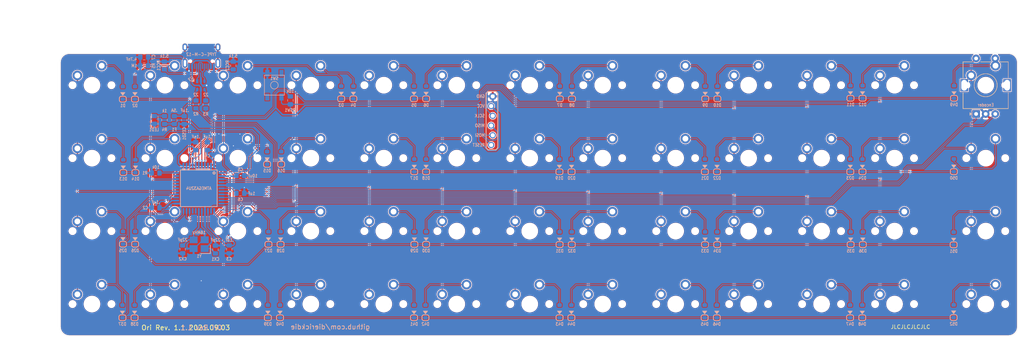
<source format=kicad_pcb>
(kicad_pcb (version 20171130) (host pcbnew "(5.1.10-1-10_14)")
  (layers (0 F.Cu signal) (31 B.Cu signal) (34 B.Paste user) (35 F.Paste user) (36 B.SilkS user) (37 F.SilkS user) (38 B.Mask user) (39 F.Mask user) (44 Edge.Cuts user))
  (net 0 "")
  (net 1 "Net-(D1-Pad2)")
  (net 2 "Net-(D2-Pad2)")
  (net 3 "Net-(D3-Pad2)")
  (net 4 "Net-(D4-Pad2)")
  (net 5 "Net-(D5-Pad2)")
  (net 6 "Net-(D6-Pad2)")
  (net 7 "Net-(D7-Pad2)")
  (net 8 "Net-(D8-Pad2)")
  (net 9 "Net-(D9-Pad2)")
  (net 10 "Net-(D10-Pad2)")
  (net 11 "Net-(D11-Pad2)")
  (net 12 "Net-(D12-Pad2)")
  (net 13 "Net-(D13-Pad2)")
  (net 14 "Net-(D14-Pad2)")
  (net 15 "Net-(D15-Pad2)")
  (net 16 "Net-(D16-Pad2)")
  (net 17 "Net-(D17-Pad2)")
  (net 18 "Net-(D18-Pad2)")
  (net 19 "Net-(D19-Pad2)")
  (net 20 "Net-(D20-Pad2)")
  (net 21 "Net-(D21-Pad2)")
  (net 22 "Net-(D22-Pad2)")
  (net 23 "Net-(D23-Pad2)")
  (net 24 "Net-(D24-Pad2)")
  (net 25 "Net-(D25-Pad2)")
  (net 26 "Net-(D26-Pad2)")
  (net 27 "Net-(D27-Pad2)")
  (net 28 "Net-(D28-Pad2)")
  (net 29 "Net-(D29-Pad2)")
  (net 30 "Net-(D30-Pad2)")
  (net 31 "Net-(D31-Pad2)")
  (net 32 "Net-(D32-Pad2)")
  (net 33 "Net-(D33-Pad2)")
  (net 34 "Net-(D34-Pad2)")
  (net 35 "Net-(D35-Pad2)")
  (net 36 "Net-(D36-Pad2)")
  (net 37 "Net-(D37-Pad2)")
  (net 38 "Net-(D38-Pad2)")
  (net 39 "Net-(D39-Pad2)")
  (net 40 "Net-(D40-Pad2)")
  (net 41 "Net-(D41-Pad2)")
  (net 42 "Net-(D42-Pad2)")
  (net 43 "Net-(D43-Pad2)")
  (net 44 "Net-(D44-Pad2)")
  (net 45 "Net-(D45-Pad2)")
  (net 46 "Net-(D46-Pad2)")
  (net 47 "Net-(D47-Pad2)")
  (net 48 "Net-(D48-Pad2)")
  (net 49 VCC)
  (net 50 "Net-(C6-Pad1)")
  (net 51 XTAL1)
  (net 52 XTAL2)
  (net 53 row0)
  (net 54 row1)
  (net 55 row2)
  (net 56 row3)
  (net 57 D-)
  (net 58 D+)
  (net 59 col0)
  (net 60 col1)
  (net 61 col2)
  (net 62 col3)
  (net 63 col4)
  (net 64 col5)
  (net 65 col6)
  (net 66 col7)
  (net 67 col8)
  (net 68 col9)
  (net 69 col10)
  (net 70 col11)
  (net 71 "Net-(R1-Pad2)")
  (net 72 VBUS)
  (net 73 "Net-(J1-PadB5)")
  (net 74 "Net-(J1-PadA5)")
  (net 75 ISP_Reset)
  (net 76 "Net-(D52-Pad2)")
  (net 77 col12)
  (net 78 GND)
  (net 79 "Net-(LED1-Pad2)")
  (net 80 "Net-(C7-Pad1)")
  (net 81 "Net-(R2-Pad2)")
  (net 82 "Net-(R3-Pad2)")
  (net 83 DBUS-)
  (net 84 DBUS+)
  (net 85 enc0a)
  (net 86 enc0b)
  (net 87 "Net-(D49-Pad2)")
  (net 88 "Net-(D50-Pad2)")
  (net 89 "Net-(D51-Pad2)")
  (net 90 "Net-(J1-PadA8)")
  (net 91 "Net-(J1-PadB8)")
  (net 92 "Net-(U1-Pad42)")
  (net 93 "Net-(U1-Pad32)")
  (net 94 "Net-(U1-Pad30)")
  (net 95 "Net-(U1-Pad29)")
  (net 96 "Net-(U1-Pad28)")
  (net 97 "Net-(U1-Pad19)")
  (net 98 "Net-(U1-Pad18)")
  (module Keeb_footprints:D_SOD-123_modified (layer B.Cu) (at 311.990625 54.95625 90)
    (fp_text reference D49 (at -3.302 0 180) (layer B.SilkS) (effects (font (size 0.8 0.7)) (justify mirror)))
    (fp_text value D)
    (pad 2 smd roundrect (at 1.65 0 90) (size 1 1.2) (layers B.Cu B.Paste B.Mask) (net 87 "Net-(D49-Pad2)"))
    (pad 1 smd roundrect (at -1.65 0 90) (size 1 1.2) (layers B.Cu B.Paste B.Mask) (net 53 row0))
  )
  (module Keeb_footprints:D_SOD-123_modified (layer B.Cu) (at 311.890625 93.20625 90)
    (fp_text reference D51 (at -3.302 0 180) (layer B.SilkS) (effects (font (size 0.8 0.7)) (justify mirror)))
    (fp_text value D)
    (pad 2 smd roundrect (at 1.65 0 90) (size 1 1.2) (layers B.Cu B.Paste B.Mask) (net 89 "Net-(D51-Pad2)"))
    (pad 1 smd roundrect (at -1.65 0 90) (size 1 1.2) (layers B.Cu B.Paste B.Mask) (net 55 row2))
  )
  (module Keeb_footprints:MX100 (layer F.Cu) (at 320.252785 72.24407 180)
    (fp_text reference K50)
    (fp_text value KEYSW)
    (pad 1 thru_hole circle (at 3.7846 2.5527 90) (size 2.54 2.54) (drill 1.525) (layers *.Cu *.Mask) (net 77 col12))
    (pad 2 thru_hole circle (at -2.5654 5.0927 180) (size 2.54 2.54) (drill 1.525) (layers *.Cu *.Mask) (net 88 "Net-(D50-Pad2)"))
    (pad "" np_thru_hole circle (at -5.1054 0.0127 180) (size 1.7018 1.7018) (drill 1.7018) (layers *.Cu *.Mask))
    (pad "" np_thru_hole circle (at 5.0546 0.0127 180) (size 1.7018 1.7018) (drill 1.7018) (layers *.Cu *.Mask))
    (pad "" np_thru_hole circle (at -0.0254 0.0127 180) (size 3.9878 3.9878) (drill 3.9878) (layers *.Cu *.Mask))
  )
  (module Keeb_footprints:MX100 (layer F.Cu) (at 124.990225 53.19395 180)
    (fp_text reference K3)
    (fp_text value KEYSW)
    (pad 1 thru_hole circle (at 3.7846 2.5527 90) (size 2.54 2.54) (drill 1.525) (layers *.Cu *.Mask) (net 61 col2))
    (pad 2 thru_hole circle (at -2.5654 5.0927 180) (size 2.54 2.54) (drill 1.525) (layers *.Cu *.Mask) (net 3 "Net-(D3-Pad2)"))
    (pad "" np_thru_hole circle (at -5.1054 0.0127 180) (size 1.7018 1.7018) (drill 1.7018) (layers *.Cu *.Mask))
    (pad "" np_thru_hole circle (at 5.0546 0.0127 180) (size 1.7018 1.7018) (drill 1.7018) (layers *.Cu *.Mask))
    (pad "" np_thru_hole circle (at -0.0254 0.0127 180) (size 3.9878 3.9878) (drill 3.9878) (layers *.Cu *.Mask))
  )
  (module Keeb_footprints:MX100 (layer F.Cu) (at 320.252785 110.34423 180)
    (fp_text reference K52)
    (fp_text value KEYSW)
    (pad 1 thru_hole circle (at 3.7846 2.5527 90) (size 2.54 2.54) (drill 1.525) (layers *.Cu *.Mask) (net 77 col12))
    (pad 2 thru_hole circle (at -2.5654 5.0927 180) (size 2.54 2.54) (drill 1.525) (layers *.Cu *.Mask) (net 76 "Net-(D52-Pad2)"))
    (pad "" np_thru_hole circle (at -5.1054 0.0127 180) (size 1.7018 1.7018) (drill 1.7018) (layers *.Cu *.Mask))
    (pad "" np_thru_hole circle (at 5.0546 0.0127 180) (size 1.7018 1.7018) (drill 1.7018) (layers *.Cu *.Mask))
    (pad "" np_thru_hole circle (at -0.0254 0.0127 180) (size 3.9878 3.9878) (drill 3.9878) (layers *.Cu *.Mask))
  )
  (module Keeb_footprints:D_SOD-123_modified (layer B.Cu) (at 98.187999 93.049377 90)
    (fp_text reference D26 (at -3.302 0 180) (layer B.SilkS) (effects (font (size 0.8 0.7)) (justify mirror)))
    (fp_text value D)
    (pad 2 smd roundrect (at 1.65 0 90) (size 1 1.2) (layers B.Cu B.Paste B.Mask) (net 26 "Net-(D26-Pad2)"))
    (pad 1 smd roundrect (at -1.65 0 90) (size 1 1.2) (layers B.Cu B.Paste B.Mask) (net 55 row2))
  )
  (module LED_SMD:LED_0805_2012Metric_Pad1.15x1.40mm_HandSolder (layer B.Cu) (at 103.2 62.25 90)
    (fp_text reference LED1 (at -2.55 -0.1 180) (layer B.SilkS) (effects (font (size 0.8 0.7)) (justify mirror)))
    (fp_text value LED)
    (pad 2 smd roundrect (at 1.025 0 90) (size 1.15 1.4) (layers B.Cu B.Paste B.Mask) (roundrect_rratio 0.2173904347826087) (net 79 "Net-(LED1-Pad2)"))
    (pad 1 smd roundrect (at -1.025 0 90) (size 1.15 1.4) (layers B.Cu B.Paste B.Mask) (roundrect_rratio 0.2173904347826087) (net 78 GND))
  )
  (module Capacitor_SMD:C_0805_2012Metric_Pad1.15x1.40mm_HandSolder (layer B.Cu) (at 125.65 76.8)
    (fp_text reference C5 (at 0 -1.6) (layer B.SilkS) (effects (font (size 0.8 0.7)) (justify mirror)))
    (fp_text value 10uF)
    (fp_text user %V (at 3.2 0.05) (layer B.SilkS) (effects (font (size 0.8 0.7)) (justify mirror)))
    (pad 2 smd roundrect (at 1.025 0) (size 1.15 1.4) (layers B.Cu B.Paste B.Mask) (roundrect_rratio 0.2173904347826087) (net 78 GND))
    (pad 1 smd roundrect (at -1.025 0) (size 1.15 1.4) (layers B.Cu B.Paste B.Mask) (roundrect_rratio 0.2173904347826087) (net 49 VCC))
  )
  (module Capacitor_SMD:C_0805_2012Metric_Pad1.15x1.40mm_HandSolder (layer B.Cu) (at 103.525 85.2 180)
    (fp_text reference C2 (at 2.675 0) (layer B.SilkS) (effects (font (size 0.8 0.7)) (justify mirror)))
    (fp_text value .1uF)
    (fp_text user %V (at 0.025 1.5 180) (layer B.SilkS) (effects (font (size 0.8 0.7)) (justify mirror)))
    (pad 2 smd roundrect (at 1.025 0 180) (size 1.15 1.4) (layers B.Cu B.Paste B.Mask) (roundrect_rratio 0.2173904347826087) (net 78 GND))
    (pad 1 smd roundrect (at -1.025 0 180) (size 1.15 1.4) (layers B.Cu B.Paste B.Mask) (roundrect_rratio 0.2173904347826087) (net 49 VCC))
  )
  (module Keeb_footprints:D_SOD-123_modified (layer B.Cu) (at 247.031999 55.094377 90)
    (fp_text reference D9 (at -3.302 0 180) (layer B.SilkS) (effects (font (size 0.8 0.7)) (justify mirror)))
    (fp_text value D)
    (pad 2 smd roundrect (at 1.65 0 90) (size 1 1.2) (layers B.Cu B.Paste B.Mask) (net 9 "Net-(D9-Pad2)"))
    (pad 1 smd roundrect (at -1.65 0 90) (size 1 1.2) (layers B.Cu B.Paste B.Mask) (net 53 row0))
  )
  (module Keebio-Parts:RotaryEncoder_EC11 (layer F.Cu) (at 320.252725 53.19395 90)
    (fp_text reference SW2)
    (fp_text value Rotary_Encoder_Switch)
    (pad A thru_hole rect (at -7.5 -2.5 90) (size 2 2) (drill 1) (layers *.Cu *.Mask) (net 85 enc0a))
    (pad C thru_hole circle (at -7.5 0 90) (size 2 2) (drill 1) (layers *.Cu *.Mask) (net 78 GND))
    (pad B thru_hole circle (at -7.5 2.5 90) (size 2 2) (drill 1) (layers *.Cu *.Mask) (net 86 enc0b))
    (pad MP thru_hole rect (at 0 -5.6 90) (size 3.2 2) (drill oval 2.8 1.5) (layers *.Cu *.Mask))
    (pad MP thru_hole rect (at 0 5.6 90) (size 3.2 2) (drill oval 2.8 1.5) (layers *.Cu *.Mask))
    (pad S2 thru_hole circle (at 7 -2.5 90) (size 2 2) (drill 1) (layers *.Cu *.Mask) (net 77 col12))
    (pad S1 thru_hole circle (at 7 2.5 90) (size 2 2) (drill 1) (layers *.Cu *.Mask) (net 87 "Net-(D49-Pad2)"))
  )
  (module Resistor_SMD:R_0805_2012Metric_Pad1.15x1.40mm_HandSolder (layer B.Cu) (at 105.847 62.288 270)
    (fp_text reference R4 (at 2.512 0.003 180) (layer B.SilkS) (effects (font (size 0.8 0.7)) (justify mirror)))
    (fp_text value 1k)
    (fp_text user %V (at -2.438 0 180) (layer B.SilkS) (effects (font (size 0.8 0.7)) (justify mirror)))
    (pad 2 smd roundrect (at 1.025 0 270) (size 1.15 1.4) (layers B.Cu B.Paste B.Mask) (roundrect_rratio 0.2173904347826087) (net 49 VCC))
    (pad 1 smd roundrect (at -1.025 0 270) (size 1.15 1.4) (layers B.Cu B.Paste B.Mask) (roundrect_rratio 0.2173904347826087) (net 79 "Net-(LED1-Pad2)"))
  )
  (module Capacitor_SMD:C_0805_2012Metric_Pad1.15x1.40mm_HandSolder (layer B.Cu) (at 111 62.3 270)
    (fp_text reference CESD1 (at 3.556 -0.0254 90) (layer B.SilkS) (effects (font (size 0.8 0.7)) (justify mirror)))
    (fp_text value .1uF)
    (fp_text user %V (at -2.54 -0.127 180) (layer B.SilkS) (effects (font (size 0.8 0.7)) (justify mirror)))
    (pad 2 smd roundrect (at 1.025 0 270) (size 1.15 1.4) (layers B.Cu B.Paste B.Mask) (roundrect_rratio 0.2173904347826087) (net 78 GND))
    (pad 1 smd roundrect (at -1.025 0 270) (size 1.15 1.4) (layers B.Cu B.Paste B.Mask) (roundrect_rratio 0.2173904347826087) (net 72 VBUS))
  )
  (module Resistor_SMD:R_0805_2012Metric_Pad1.15x1.40mm_HandSolder (layer B.Cu) (at 100.55 48.1 180)
    (fp_text reference R5 (at -2.45 0 90) (layer B.SilkS) (effects (font (size 0.8 0.7)) (justify mirror)))
    (fp_text value 1M)
    (fp_text user %V (at 2.6 0) (layer B.SilkS) (effects (font (size 0.8 0.7)) (justify mirror)))
    (pad 2 smd roundrect (at 1.025 0 180) (size 1.15 1.4) (layers B.Cu B.Paste B.Mask) (roundrect_rratio 0.2173904347826087) (net 78 GND))
    (pad 1 smd roundrect (at -1.025 0 180) (size 1.15 1.4) (layers B.Cu B.Paste B.Mask) (roundrect_rratio 0.2173904347826087) (net 80 "Net-(C7-Pad1)"))
  )
  (module Capacitor_SMD:C_0805_2012Metric_Pad1.15x1.40mm_HandSolder (layer B.Cu) (at 100.55 45.85 180)
    (fp_text reference C7 (at -2.45 0 270) (layer B.SilkS) (effects (font (size 0.8 0.7)) (justify mirror)))
    (fp_text value 4.7nF)
    (fp_text user %V (at 3.359375 -0.55625) (layer B.SilkS) (effects (font (size 0.8 0.7)) (justify mirror)))
    (pad 2 smd roundrect (at 1.025 0 180) (size 1.15 1.4) (layers B.Cu B.Paste B.Mask) (roundrect_rratio 0.2173904347826087) (net 78 GND))
    (pad 1 smd roundrect (at -1.025 0 180) (size 1.15 1.4) (layers B.Cu B.Paste B.Mask) (roundrect_rratio 0.2173904347826087) (net 80 "Net-(C7-Pad1)"))
  )
  (module Resistor_SMD:R_0805_2012Metric_Pad1.15x1.40mm_HandSolder (layer B.Cu) (at 138.709 57.148 90)
    (fp_text reference RSW1 (at -2.552 -0.059 180) (layer B.SilkS) (effects (font (size 0.8 0.7)) (justify mirror)))
    (fp_text value 10k)
    (fp_text user %V (at 2.411 -0.025 180) (layer B.SilkS) (effects (font (size 0.8 0.7)) (justify mirror)))
    (pad 2 smd roundrect (at 1.025 0 90) (size 1.15 1.4) (layers B.Cu B.Paste B.Mask) (roundrect_rratio 0.2173904347826087) (net 49 VCC))
    (pad 1 smd roundrect (at -1.025 0 90) (size 1.15 1.4) (layers B.Cu B.Paste B.Mask) (roundrect_rratio 0.2173904347826087) (net 75 ISP_Reset))
  )
  (module Resistor_SMD:R_0805_2012Metric_Pad1.15x1.40mm_HandSolder (layer B.Cu) (at 123.8 48.05 270)
    (fp_text reference RCC2 (at 0 1.5 90) (layer B.SilkS) (effects (font (size 0.8 0.7)) (justify mirror)))
    (fp_text value 5.1k)
    (fp_text user %V (at -2.475002 0.028999 180) (layer B.SilkS) (effects (font (size 0.8 0.7)) (justify mirror)))
    (pad 2 smd roundrect (at 1.025 0 270) (size 1.15 1.4) (layers B.Cu B.Paste B.Mask) (roundrect_rratio 0.2173904347826087) (net 73 "Net-(J1-PadB5)"))
    (pad 1 smd roundrect (at -1.025 0 270) (size 1.15 1.4) (layers B.Cu B.Paste B.Mask) (roundrect_rratio 0.2173904347826087) (net 78 GND))
  )
  (module Resistor_SMD:R_0805_2012Metric_Pad1.15x1.40mm_HandSolder (layer B.Cu) (at 105.8 48.05 270)
    (fp_text reference RCC1 (at 0 1.45 90) (layer B.SilkS) (effects (font (size 0.8 0.7)) (justify mirror)))
    (fp_text value 5.1k)
    (fp_text user %V (at -2.475002 0 180) (layer B.SilkS) (effects (font (size 0.8 0.7)) (justify mirror)))
    (pad 1 smd roundrect (at -1.025 0 270) (size 1.15 1.4) (layers B.Cu B.Paste B.Mask) (roundrect_rratio 0.2173904347826087) (net 78 GND))
    (pad 2 smd roundrect (at 1.025 0 270) (size 1.15 1.4) (layers B.Cu B.Paste B.Mask) (roundrect_rratio 0.2173904347826087) (net 74 "Net-(J1-PadA5)"))
  )
  (module Resistor_SMD:R_0805_2012Metric_Pad1.15x1.40mm_HandSolder (layer B.Cu) (at 116.629999 58.233002 90)
    (fp_text reference R3 (at -2.491998 -0.004999) (layer B.SilkS) (effects (font (size 0.8 0.7)) (justify mirror)))
    (fp_text value 22)
    (fp_text user %V (at 2.549002 0 180) (layer B.SilkS) (effects (font (size 0.8 0.7)) (justify mirror)))
    (pad 2 smd roundrect (at 1.025 0 90) (size 1.15 1.4) (layers B.Cu B.Paste B.Mask) (roundrect_rratio 0.2173904347826087) (net 82 "Net-(R3-Pad2)"))
    (pad 1 smd roundrect (at -1.025 0 90) (size 1.15 1.4) (layers B.Cu B.Paste B.Mask) (roundrect_rratio 0.2173904347826087) (net 58 D+))
  )
  (module Resistor_SMD:R_0805_2012Metric_Pad1.15x1.40mm_HandSolder (layer B.Cu) (at 114.046 58.224 90)
    (fp_text reference R2 (at -2.476 0.004) (layer B.SilkS) (effects (font (size 0.8 0.7)) (justify mirror)))
    (fp_text value 22)
    (fp_text user %V (at 2.54 0 180) (layer B.SilkS) (effects (font (size 0.8 0.7)) (justify mirror)))
    (pad 2 smd roundrect (at 1.025 0 90) (size 1.15 1.4) (layers B.Cu B.Paste B.Mask) (roundrect_rratio 0.2173904347826087) (net 81 "Net-(R2-Pad2)"))
    (pad 1 smd roundrect (at -1.025 0 90) (size 1.15 1.4) (layers B.Cu B.Paste B.Mask) (roundrect_rratio 0.2173904347826087) (net 57 D-))
  )
  (module Resistor_SMD:R_0805_2012Metric_Pad1.15x1.40mm_HandSolder (layer B.Cu) (at 103.527499 76.1)
    (fp_text reference R1 (at -2.8 0) (layer B.SilkS) (effects (font (size 0.8 0.7)) (justify mirror)))
    (fp_text value 10k)
    (fp_text user %V (at 0.051501 -1.501002) (layer B.SilkS) (effects (font (size 0.8 0.7)) (justify mirror)))
    (pad 2 smd roundrect (at 1.025 0) (size 1.15 1.4) (layers B.Cu B.Paste B.Mask) (roundrect_rratio 0.2173904347826087) (net 71 "Net-(R1-Pad2)"))
    (pad 1 smd roundrect (at -1.025 0) (size 1.15 1.4) (layers B.Cu B.Paste B.Mask) (roundrect_rratio 0.2173904347826087) (net 78 GND))
  )
  (module Capacitor_SMD:C_0805_2012Metric_Pad1.15x1.40mm_HandSolder (layer B.Cu) (at 122.75 96.05 270)
    (fp_text reference C3 (at 2.5 0.05 180) (layer B.SilkS) (effects (font (size 0.8 0.7)) (justify mirror)))
    (fp_text value .1uF)
    (fp_text user %V (at -2.45 -0.05) (layer B.SilkS) (effects (font (size 0.8 0.7)) (justify mirror)))
    (pad 2 smd roundrect (at 1.025 0 270) (size 1.15 1.4) (layers B.Cu B.Paste B.Mask) (roundrect_rratio 0.2173904347826087) (net 78 GND))
    (pad 1 smd roundrect (at -1.025 0 270) (size 1.15 1.4) (layers B.Cu B.Paste B.Mask) (roundrect_rratio 0.2173904347826087) (net 49 VCC))
  )
  (module Capacitor_SMD:C_0805_2012Metric_Pad1.15x1.40mm_HandSolder (layer B.Cu) (at 117.05 69.1 90)
    (fp_text reference C4 (at -2.55 0 180) (layer B.SilkS) (effects (font (size 0.8 0.7)) (justify mirror)))
    (fp_text value .1uF)
    (fp_text user %V (at 2.5 0 180) (layer B.SilkS) (effects (font (size 0.8 0.7)) (justify mirror)))
    (pad 2 smd roundrect (at 1.025 0 90) (size 1.15 1.4) (layers B.Cu B.Paste B.Mask) (roundrect_rratio 0.2173904347826087) (net 78 GND))
    (pad 1 smd roundrect (at -1.025 0 90) (size 1.15 1.4) (layers B.Cu B.Paste B.Mask) (roundrect_rratio 0.2173904347826087) (net 49 VCC))
  )
  (module Capacitor_SMD:C_0805_2012Metric_Pad1.15x1.40mm_HandSolder (layer B.Cu) (at 114 69.1 90)
    (fp_text reference C1 (at -2.468 0.008) (layer B.SilkS) (effects (font (size 0.8 0.7)) (justify mirror)))
    (fp_text value .1uF)
    (fp_text user %V (at 2.432 0.008 180) (layer B.SilkS) (effects (font (size 0.8 0.7)) (justify mirror)))
    (pad 2 smd roundrect (at 1.025 0 90) (size 1.15 1.4) (layers B.Cu B.Paste B.Mask) (roundrect_rratio 0.2173904347826087) (net 78 GND))
    (pad 1 smd roundrect (at -1.025 0 90) (size 1.15 1.4) (layers B.Cu B.Paste B.Mask) (roundrect_rratio 0.2173904347826087) (net 49 VCC))
  )
  (module Capacitor_SMD:C_0805_2012Metric_Pad1.15x1.40mm_HandSolder (layer B.Cu) (at 119.15 96.1 90)
    (fp_text reference CX1 (at -2.5 0 180) (layer B.SilkS) (effects (font (size 0.8 0.7)) (justify mirror)))
    (fp_text value 22pF)
    (fp_text user %V (at 2.5 0 180) (layer B.SilkS) (effects (font (size 0.8 0.7)) (justify mirror)))
    (pad 2 smd roundrect (at 1.025 0 90) (size 1.15 1.4) (layers B.Cu B.Paste B.Mask) (roundrect_rratio 0.2173904347826087) (net 78 GND))
    (pad 1 smd roundrect (at -1.025 0 90) (size 1.15 1.4) (layers B.Cu B.Paste B.Mask) (roundrect_rratio 0.2173904347826087) (net 51 XTAL1))
  )
  (module Capacitor_SMD:C_0805_2012Metric_Pad1.15x1.40mm_HandSolder (layer B.Cu) (at 110.6 96.05 270)
    (fp_text reference CX2 (at 2.484998 -0.014001 180) (layer B.SilkS) (effects (font (size 0.8 0.7)) (justify mirror)))
    (fp_text value 22pF)
    (fp_text user %V (at -2.5 0.05) (layer B.SilkS) (effects (font (size 0.8 0.7)) (justify mirror)))
    (pad 2 smd roundrect (at 1.025 0 270) (size 1.15 1.4) (layers B.Cu B.Paste B.Mask) (roundrect_rratio 0.2173904347826087) (net 78 GND))
    (pad 1 smd roundrect (at -1.025 0 270) (size 1.15 1.4) (layers B.Cu B.Paste B.Mask) (roundrect_rratio 0.2173904347826087) (net 52 XTAL2))
  )
  (module Capacitor_SMD:C_0805_2012Metric_Pad1.15x1.40mm_HandSolder (layer B.Cu) (at 125.65 81.4)
    (fp_text reference C6 (at 0 1.6) (layer B.SilkS) (effects (font (size 0.8 0.7)) (justify mirror)))
    (fp_text value 1uF)
    (fp_text user %V (at 2.9 0.05) (layer B.SilkS) (effects (font (size 0.8 0.7)) (justify mirror)))
    (pad 2 smd roundrect (at 1.025 0) (size 1.15 1.4) (layers B.Cu B.Paste B.Mask) (roundrect_rratio 0.2173904347826087) (net 78 GND))
    (pad 1 smd roundrect (at -1.025 0) (size 1.15 1.4) (layers B.Cu B.Paste B.Mask) (roundrect_rratio 0.2173904347826087) (net 50 "Net-(C6-Pad1)"))
  )
  (module Fuse:Fuse_0805_2012Metric_Pad1.15x1.40mm_HandSolder (layer B.Cu) (at 108.4 62.3 90)
    (fp_text reference F1 (at -2.469 -0.012 180) (layer B.SilkS) (effects (font (size 0.8 0.7)) (justify mirror)))
    (fp_text value .5A)
    (fp_text user %V (at 2.54 0 180) (layer B.SilkS) (effects (font (size 0.8 0.7)) (justify mirror)))
    (pad 2 smd roundrect (at 1.025 0 90) (size 1.15 1.4) (layers B.Cu B.Paste B.Mask) (roundrect_rratio 0.2173904347826087) (net 72 VBUS))
    (pad 1 smd roundrect (at -1.025 0 90) (size 1.15 1.4) (layers B.Cu B.Paste B.Mask) (roundrect_rratio 0.2173904347826087) (net 49 VCC))
  )
  (module Crystal:Crystal_SMD_3225-4Pin_3.2x2.5mm_HandSoldering (layer B.Cu) (at 114.9 94.7 180)
    (fp_text reference Y1 (at 0 -3.1 180) (layer B.SilkS) (effects (font (size 0.8 0.7)) (justify mirror)))
    (fp_text value 16MHz)
    (pad 4 smd rect (at -1.45 1.15 180) (size 2.1 1.8) (layers B.Cu B.Paste B.Mask) (net 78 GND))
    (pad 3 smd rect (at 1.45 1.15 180) (size 2.1 1.8) (layers B.Cu B.Paste B.Mask) (net 52 XTAL2))
    (pad 2 smd rect (at 1.45 -1.15 180) (size 2.1 1.8) (layers B.Cu B.Paste B.Mask) (net 78 GND))
    (pad 1 smd rect (at -1.45 -1.15 180) (size 2.1 1.8) (layers B.Cu B.Paste B.Mask) (net 51 XTAL1))
  )
  (module Keeb_footprints:PIN_HEADER_1x6_OFFSET (layer B.Cu) (at 191.3432 62.45 180)
    (fp_text reference J2)
    (fp_text value AVR-ISP-6_mod hide)
    (fp_text user GND (at 1.7907 6.3627) (layer B.SilkS) (effects (font (size 0.8 0.7)) (justify left mirror)))
    (fp_text user VCC (at 1.7907 3.8227) (layer B.SilkS) (effects (font (size 0.8 0.7)) (justify left mirror)))
    (fp_text user RESET (at 1.778 -6.35) (layer B.SilkS) (effects (font (size 0.8 0.7)) (justify left mirror)))
    (fp_text user SCLK (at 1.778 1.27) (layer B.SilkS) (effects (font (size 0.8 0.7)) (justify left mirror)))
    (fp_text user MOSI (at 1.778 -3.81) (layer B.SilkS) (effects (font (size 0.8 0.7)) (justify left mirror)))
    (fp_text user MISO (at 1.778 -1.27) (layer B.SilkS) (effects (font (size 0.8 0.7)) (justify left mirror)))
    (pad 6 thru_hole roundrect (at -0.2032 6.35 180) (size 1.6002 1.6002) (drill 1.0668) (layers *.Cu *.Mask) (net 78 GND))
    (pad 2 thru_hole circle (at 0.2032 3.81 180) (size 1.6002 1.6002) (drill 1.0668) (layers *.Cu *.Mask) (net 49 VCC))
    (pad 5 thru_hole circle (at -0.2032 1.27 180) (size 1.6002 1.6002) (drill 1.0668) (layers *.Cu *.Mask) (net 68 col9))
    (pad 3 thru_hole circle (at 0.2032 -1.27 180) (size 1.6002 1.6002) (drill 1.0668) (layers *.Cu *.Mask) (net 70 col11))
    (pad 4 thru_hole circle (at -0.2032 -3.81 180) (size 1.6002 1.6002) (drill 1.0668) (layers *.Cu *.Mask) (net 69 col10))
    (pad 1 thru_hole circle (at 0.2032 -6.35 180) (size 1.6002 1.6002) (drill 1.0668) (layers *.Cu *.Mask) (net 75 ISP_Reset))
  )
  (module Keebio-Parts:ATMEGA32U4-AU (layer B.Cu) (at 114.8 80.1 180)
    (fp_text reference U1)
    (fp_text value ATMEGA32U4 (at 0 -0.0205) (layer B.SilkS) (effects (font (size 0.8 0.7)) (justify mirror)))
    (pad 44 smd rect (at -4 5.9 180) (size 0.5 1.5) (layers B.Cu B.Paste B.Mask) (net 49 VCC))
    (pad 43 smd rect (at -3.2 5.9 180) (size 0.5 1.5) (layers B.Cu B.Paste B.Mask) (net 78 GND))
    (pad 42 smd rect (at -2.4 5.9 180) (size 0.5 1.5) (layers B.Cu B.Paste B.Mask) (net 92 "Net-(U1-Pad42)"))
    (pad 41 smd rect (at -1.6 5.9 180) (size 0.5 1.5) (layers B.Cu B.Paste B.Mask) (net 65 col6))
    (pad 40 smd rect (at -0.8 5.9 180) (size 0.5 1.5) (layers B.Cu B.Paste B.Mask) (net 64 col5))
    (pad 39 smd rect (at 0 5.9 180) (size 0.5 1.5) (layers B.Cu B.Paste B.Mask) (net 63 col4))
    (pad 38 smd rect (at 0.8 5.9 180) (size 0.5 1.5) (layers B.Cu B.Paste B.Mask) (net 62 col3))
    (pad 37 smd rect (at 1.6 5.9 180) (size 0.5 1.5) (layers B.Cu B.Paste B.Mask) (net 54 row1))
    (pad 36 smd rect (at 2.4 5.9 180) (size 0.5 1.5) (layers B.Cu B.Paste B.Mask) (net 53 row0))
    (pad 35 smd rect (at 3.2 5.9 180) (size 0.5 1.5) (layers B.Cu B.Paste B.Mask) (net 78 GND))
    (pad 34 smd rect (at 4 5.9 180) (size 0.5 1.5) (layers B.Cu B.Paste B.Mask) (net 49 VCC))
    (pad 33 smd rect (at 5.9 4 180) (size 1.5 0.5) (layers B.Cu B.Paste B.Mask) (net 71 "Net-(R1-Pad2)"))
    (pad 32 smd rect (at 5.9 3.2 180) (size 1.5 0.5) (layers B.Cu B.Paste B.Mask) (net 93 "Net-(U1-Pad32)"))
    (pad 31 smd rect (at 5.9 2.4 180) (size 1.5 0.5) (layers B.Cu B.Paste B.Mask) (net 77 col12))
    (pad 30 smd rect (at 5.9 1.6 180) (size 1.5 0.5) (layers B.Cu B.Paste B.Mask) (net 94 "Net-(U1-Pad30)"))
    (pad 29 smd rect (at 5.9 0.8 180) (size 1.5 0.5) (layers B.Cu B.Paste B.Mask) (net 95 "Net-(U1-Pad29)"))
    (pad 28 smd rect (at 5.9 0 180) (size 1.5 0.5) (layers B.Cu B.Paste B.Mask) (net 96 "Net-(U1-Pad28)"))
    (pad 27 smd rect (at 5.9 -0.8 180) (size 1.5 0.5) (layers B.Cu B.Paste B.Mask) (net 59 col0))
    (pad 26 smd rect (at 5.9 -1.6 180) (size 1.5 0.5) (layers B.Cu B.Paste B.Mask) (net 56 row3))
    (pad 25 smd rect (at 5.9 -2.4 180) (size 1.5 0.5) (layers B.Cu B.Paste B.Mask) (net 55 row2))
    (pad 24 smd rect (at 5.9 -3.2 180) (size 1.5 0.5) (layers B.Cu B.Paste B.Mask) (net 49 VCC))
    (pad 23 smd rect (at 5.9 -4 180) (size 1.5 0.5) (layers B.Cu B.Paste B.Mask) (net 78 GND))
    (pad 22 smd rect (at 4 -5.9 180) (size 0.5 1.5) (layers B.Cu B.Paste B.Mask) (net 60 col1))
    (pad 21 smd rect (at 3.2 -5.9 180) (size 0.5 1.5) (layers B.Cu B.Paste B.Mask) (net 85 enc0a))
    (pad 20 smd rect (at 2.4 -5.9 180) (size 0.5 1.5) (layers B.Cu B.Paste B.Mask) (net 86 enc0b))
    (pad 19 smd rect (at 1.6 -5.9 180) (size 0.5 1.5) (layers B.Cu B.Paste B.Mask) (net 97 "Net-(U1-Pad19)"))
    (pad 18 smd rect (at 0.8 -5.9 180) (size 0.5 1.5) (layers B.Cu B.Paste B.Mask) (net 98 "Net-(U1-Pad18)"))
    (pad 17 smd rect (at 0 -5.9 180) (size 0.5 1.5) (layers B.Cu B.Paste B.Mask) (net 52 XTAL2))
    (pad 16 smd rect (at -0.8 -5.9 180) (size 0.5 1.5) (layers B.Cu B.Paste B.Mask) (net 51 XTAL1))
    (pad 15 smd rect (at -1.6 -5.9 180) (size 0.5 1.5) (layers B.Cu B.Paste B.Mask) (net 78 GND))
    (pad 14 smd rect (at -2.4 -5.9 180) (size 0.5 1.5) (layers B.Cu B.Paste B.Mask) (net 49 VCC))
    (pad 13 smd rect (at -3.2 -5.9 180) (size 0.5 1.5) (layers B.Cu B.Paste B.Mask) (net 75 ISP_Reset))
    (pad 12 smd rect (at -4 -5.9 180) (size 0.5 1.5) (layers B.Cu B.Paste B.Mask) (net 61 col2))
    (pad 11 smd rect (at -5.9 -4 180) (size 1.5 0.5) (layers B.Cu B.Paste B.Mask) (net 70 col11))
    (pad 10 smd rect (at -5.9 -3.2 180) (size 1.5 0.5) (layers B.Cu B.Paste B.Mask) (net 69 col10))
    (pad 9 smd rect (at -5.9 -2.4 180) (size 1.5 0.5) (layers B.Cu B.Paste B.Mask) (net 68 col9))
    (pad 8 smd rect (at -5.9 -1.6 180) (size 1.5 0.5) (layers B.Cu B.Paste B.Mask) (net 67 col8))
    (pad 7 smd rect (at -5.9 -0.8 180) (size 1.5 0.5) (layers B.Cu B.Paste B.Mask) (net 49 VCC))
    (pad 6 smd rect (at -5.9 0 180) (size 1.5 0.5) (layers B.Cu B.Paste B.Mask) (net 50 "Net-(C6-Pad1)"))
    (pad 5 smd rect (at -5.9 0.8 180) (size 1.5 0.5) (layers B.Cu B.Paste B.Mask) (net 78 GND))
    (pad 4 smd rect (at -5.9 1.6 180) (size 1.5 0.5) (layers B.Cu B.Paste B.Mask) (net 58 D+))
    (pad 3 smd rect (at -5.9 2.4 180) (size 1.5 0.5) (layers B.Cu B.Paste B.Mask) (net 57 D-))
    (pad 2 smd rect (at -5.9 3.2 180) (size 1.5 0.5) (layers B.Cu B.Paste B.Mask) (net 49 VCC))
    (pad 1 smd rect (at -5.9 4 180) (size 1.5 0.5) (layers B.Cu B.Paste B.Mask) (net 66 col7))
  )
  (module Keeb_footprints:D_SOD-123_modified (layer B.Cu) (at 94.962999 55.191377 90)
    (fp_text reference D1 (at -3.302 0 180) (layer B.SilkS) (effects (font (size 0.8 0.7)) (justify mirror)))
    (fp_text value D)
    (pad 2 smd roundrect (at 1.65 0 90) (size 1 1.2) (layers B.Cu B.Paste B.Mask) (net 1 "Net-(D1-Pad2)"))
    (pad 1 smd roundrect (at -1.65 0 90) (size 1 1.2) (layers B.Cu B.Paste B.Mask) (net 53 row0))
  )
  (module Keeb_footprints:D_SOD-123_modified (layer B.Cu) (at 98.137999 55.191377 90)
    (fp_text reference D2 (at -3.302 0 180) (layer B.SilkS) (effects (font (size 0.8 0.7)) (justify mirror)))
    (fp_text value D)
    (pad 2 smd roundrect (at 1.65 0 90) (size 1 1.2) (layers B.Cu B.Paste B.Mask) (net 2 "Net-(D2-Pad2)"))
    (pad 1 smd roundrect (at -1.65 0 90) (size 1 1.2) (layers B.Cu B.Paste B.Mask) (net 53 row0))
  )
  (module Keeb_footprints:D_SOD-123_modified (layer B.Cu) (at 151.985999 55.081002 90)
    (fp_text reference D3 (at -3.302 0 180) (layer B.SilkS) (effects (font (size 0.8 0.7)) (justify mirror)))
    (fp_text value D)
    (pad 2 smd roundrect (at 1.65 0 90) (size 1 1.2) (layers B.Cu B.Paste B.Mask) (net 3 "Net-(D3-Pad2)"))
    (pad 1 smd roundrect (at -1.65 0 90) (size 1 1.2) (layers B.Cu B.Paste B.Mask) (net 53 row0))
  )
  (module Keeb_footprints:D_SOD-123_modified (layer B.Cu) (at 155.160999 55.081002 90)
    (fp_text reference D4 (at -3.302 0 180) (layer B.SilkS) (effects (font (size 0.8 0.7)) (justify mirror)))
    (fp_text value D)
    (pad 2 smd roundrect (at 1.65 0 90) (size 1 1.2) (layers B.Cu B.Paste B.Mask) (net 4 "Net-(D4-Pad2)"))
    (pad 1 smd roundrect (at -1.65 0 90) (size 1 1.2) (layers B.Cu B.Paste B.Mask) (net 53 row0))
  )
  (module Keeb_footprints:D_SOD-123_modified (layer B.Cu) (at 170.985999 55.083377 90)
    (fp_text reference D5 (at -3.302 0 180) (layer B.SilkS) (effects (font (size 0.8 0.7)) (justify mirror)))
    (fp_text value D)
    (pad 2 smd roundrect (at 1.65 0 90) (size 1 1.2) (layers B.Cu B.Paste B.Mask) (net 5 "Net-(D5-Pad2)"))
    (pad 1 smd roundrect (at -1.65 0 90) (size 1 1.2) (layers B.Cu B.Paste B.Mask) (net 53 row0))
  )
  (module Keeb_footprints:D_SOD-123_modified (layer B.Cu) (at 174.160999 55.083377 90)
    (fp_text reference D6 (at -3.302 0 180) (layer B.SilkS) (effects (font (size 0.8 0.7)) (justify mirror)))
    (fp_text value D)
    (pad 2 smd roundrect (at 1.65 0 90) (size 1 1.2) (layers B.Cu B.Paste B.Mask) (net 6 "Net-(D6-Pad2)"))
    (pad 1 smd roundrect (at -1.65 0 90) (size 1 1.2) (layers B.Cu B.Paste B.Mask) (net 53 row0))
  )
  (module Keeb_footprints:D_SOD-123_modified (layer B.Cu) (at 209.058999 55.094377 90)
    (fp_text reference D7 (at -3.302 0 180) (layer B.SilkS) (effects (font (size 0.8 0.7)) (justify mirror)))
    (fp_text value D)
    (pad 2 smd roundrect (at 1.65 0 90) (size 1 1.2) (layers B.Cu B.Paste B.Mask) (net 7 "Net-(D7-Pad2)"))
    (pad 1 smd roundrect (at -1.65 0 90) (size 1 1.2) (layers B.Cu B.Paste B.Mask) (net 53 row0))
  )
  (module Keeb_footprints:D_SOD-123_modified (layer B.Cu) (at 212.233999 55.094377 90)
    (fp_text reference D8 (at -3.302 0 180) (layer B.SilkS) (effects (font (size 0.8 0.7)) (justify mirror)))
    (fp_text value D)
    (pad 2 smd roundrect (at 1.65 0 90) (size 1 1.2) (layers B.Cu B.Paste B.Mask) (net 8 "Net-(D8-Pad2)"))
    (pad 1 smd roundrect (at -1.65 0 90) (size 1 1.2) (layers B.Cu B.Paste B.Mask) (net 53 row0))
  )
  (module Keeb_footprints:D_SOD-123_modified (layer B.Cu) (at 250.206999 55.094377 90)
    (fp_text reference D10 (at -3.302 0 180) (layer B.SilkS) (effects (font (size 0.8 0.7)) (justify mirror)))
    (fp_text value D)
    (pad 2 smd roundrect (at 1.65 0 90) (size 1 1.2) (layers B.Cu B.Paste B.Mask) (net 10 "Net-(D10-Pad2)"))
    (pad 1 smd roundrect (at -1.65 0 90) (size 1 1.2) (layers B.Cu B.Paste B.Mask) (net 53 row0))
  )
  (module Keeb_footprints:D_SOD-123_modified (layer B.Cu) (at 284.95 54.95 90)
    (fp_text reference D11 (at -3.302 0 180) (layer B.SilkS) (effects (font (size 0.8 0.7)) (justify mirror)))
    (fp_text value D)
    (pad 2 smd roundrect (at 1.65 0 90) (size 1 1.2) (layers B.Cu B.Paste B.Mask) (net 11 "Net-(D11-Pad2)"))
    (pad 1 smd roundrect (at -1.65 0 90) (size 1 1.2) (layers B.Cu B.Paste B.Mask) (net 53 row0))
  )
  (module Keeb_footprints:D_SOD-123_modified (layer B.Cu) (at 95.089999 74.341377 90)
    (fp_text reference D13 (at -3.302 0 180) (layer B.SilkS) (effects (font (size 0.8 0.7)) (justify mirror)))
    (fp_text value D)
    (pad 2 smd roundrect (at 1.65 0 90) (size 1 1.2) (layers B.Cu B.Paste B.Mask) (net 13 "Net-(D13-Pad2)"))
    (pad 1 smd roundrect (at -1.65 0 90) (size 1 1.2) (layers B.Cu B.Paste B.Mask) (net 54 row1))
  )
  (module Keeb_footprints:D_SOD-123_modified (layer B.Cu) (at 98.264999 74.341377 90)
    (fp_text reference D14 (at -3.302 0 180) (layer B.SilkS) (effects (font (size 0.8 0.7)) (justify mirror)))
    (fp_text value D)
    (pad 2 smd roundrect (at 1.65 0 90) (size 1 1.2) (layers B.Cu B.Paste B.Mask) (net 14 "Net-(D14-Pad2)"))
    (pad 1 smd roundrect (at -1.65 0 90) (size 1 1.2) (layers B.Cu B.Paste B.Mask) (net 54 row1))
  )
  (module Keeb_footprints:D_SOD-123_modified (layer B.Cu) (at 132.65 72.192377 90)
    (fp_text reference D15 (at -3.302 0 180) (layer B.SilkS) (effects (font (size 0.8 0.7)) (justify mirror)))
    (fp_text value D)
    (pad 2 smd roundrect (at 1.65 0 90) (size 1 1.2) (layers B.Cu B.Paste B.Mask) (net 15 "Net-(D15-Pad2)"))
    (pad 1 smd roundrect (at -1.65 0 90) (size 1 1.2) (layers B.Cu B.Paste B.Mask) (net 54 row1))
  )
  (module Keeb_footprints:D_SOD-123_modified (layer B.Cu) (at 136.314999 72.192377 90)
    (fp_text reference D16 (at -3.302 0 180) (layer B.SilkS) (effects (font (size 0.8 0.7)) (justify mirror)))
    (fp_text value D)
    (pad 2 smd roundrect (at 1.65 0 90) (size 1 1.2) (layers B.Cu B.Paste B.Mask) (net 16 "Net-(D16-Pad2)"))
    (pad 1 smd roundrect (at -1.65 0 90) (size 1 1.2) (layers B.Cu B.Paste B.Mask) (net 54 row1))
  )
  (module Keeb_footprints:D_SOD-123_modified (layer B.Cu) (at 171.05 74.142377 90)
    (fp_text reference D17 (at -3.302 0 180) (layer B.SilkS) (effects (font (size 0.8 0.7)) (justify mirror)))
    (fp_text value D)
    (pad 2 smd roundrect (at 1.65 0 90) (size 1 1.2) (layers B.Cu B.Paste B.Mask) (net 17 "Net-(D17-Pad2)"))
    (pad 1 smd roundrect (at -1.65 0 90) (size 1 1.2) (layers B.Cu B.Paste B.Mask) (net 54 row1))
  )
  (module Keeb_footprints:D_SOD-123_modified (layer B.Cu) (at 174.15 74.142377 90)
    (fp_text reference D18 (at -3.302 0 180) (layer B.SilkS) (effects (font (size 0.8 0.7)) (justify mirror)))
    (fp_text value D)
    (pad 2 smd roundrect (at 1.65 0 90) (size 1 1.2) (layers B.Cu B.Paste B.Mask) (net 18 "Net-(D18-Pad2)"))
    (pad 1 smd roundrect (at -1.65 0 90) (size 1 1.2) (layers B.Cu B.Paste B.Mask) (net 54 row1))
  )
  (module Keeb_footprints:D_SOD-123_modified (layer B.Cu) (at 208.958999 74.142377 90)
    (fp_text reference D19 (at -3.302 0 180) (layer B.SilkS) (effects (font (size 0.8 0.7)) (justify mirror)))
    (fp_text value D)
    (pad 2 smd roundrect (at 1.65 0 90) (size 1 1.2) (layers B.Cu B.Paste B.Mask) (net 19 "Net-(D19-Pad2)"))
    (pad 1 smd roundrect (at -1.65 0 90) (size 1 1.2) (layers B.Cu B.Paste B.Mask) (net 54 row1))
  )
  (module Keeb_footprints:D_SOD-123_modified (layer B.Cu) (at 212.133999 74.142377 90)
    (fp_text reference D20 (at -3.302 0 180) (layer B.SilkS) (effects (font (size 0.8 0.7)) (justify mirror)))
    (fp_text value D)
    (pad 2 smd roundrect (at 1.65 0 90) (size 1 1.2) (layers B.Cu B.Paste B.Mask) (net 20 "Net-(D20-Pad2)"))
    (pad 1 smd roundrect (at -1.65 0 90) (size 1 1.2) (layers B.Cu B.Paste B.Mask) (net 54 row1))
  )
  (module Keeb_footprints:D_SOD-123_modified (layer B.Cu) (at 246.931999 74.142377 90)
    (fp_text reference D21 (at -3.302 0 180) (layer B.SilkS) (effects (font (size 0.8 0.7)) (justify mirror)))
    (fp_text value D)
    (pad 2 smd roundrect (at 1.65 0 90) (size 1 1.2) (layers B.Cu B.Paste B.Mask) (net 21 "Net-(D21-Pad2)"))
    (pad 1 smd roundrect (at -1.65 0 90) (size 1 1.2) (layers B.Cu B.Paste B.Mask) (net 54 row1))
  )
  (module Keeb_footprints:D_SOD-123_modified (layer B.Cu) (at 250.106999 74.142377 90)
    (fp_text reference D22 (at -3.302 0 180) (layer B.SilkS) (effects (font (size 0.8 0.7)) (justify mirror)))
    (fp_text value D)
    (pad 2 smd roundrect (at 1.65 0 90) (size 1 1.2) (layers B.Cu B.Paste B.Mask) (net 22 "Net-(D22-Pad2)"))
    (pad 1 smd roundrect (at -1.65 0 90) (size 1 1.2) (layers B.Cu B.Paste B.Mask) (net 54 row1))
  )
  (module Keeb_footprints:D_SOD-123_modified (layer B.Cu) (at 284.904999 74.142377 90)
    (fp_text reference D23 (at -3.302 0 180) (layer B.SilkS) (effects (font (size 0.8 0.7)) (justify mirror)))
    (fp_text value D)
    (pad 2 smd roundrect (at 1.65 0 90) (size 1 1.2) (layers B.Cu B.Paste B.Mask) (net 23 "Net-(D23-Pad2)"))
    (pad 1 smd roundrect (at -1.65 0 90) (size 1 1.2) (layers B.Cu B.Paste B.Mask) (net 54 row1))
  )
  (module Keeb_footprints:D_SOD-123_modified (layer B.Cu) (at 288.079999 74.142377 90)
    (fp_text reference D24 (at -3.302 0 180) (layer B.SilkS) (effects (font (size 0.8 0.7)) (justify mirror)))
    (fp_text value D)
    (pad 2 smd roundrect (at 1.65 0 90) (size 1 1.2) (layers B.Cu B.Paste B.Mask) (net 24 "Net-(D24-Pad2)"))
    (pad 1 smd roundrect (at -1.65 0 90) (size 1 1.2) (layers B.Cu B.Paste B.Mask) (net 54 row1))
  )
  (module Keeb_footprints:D_SOD-123_modified (layer B.Cu) (at 95.012999 93.049377 90)
    (fp_text reference D25 (at -3.302 0 180) (layer B.SilkS) (effects (font (size 0.8 0.7)) (justify mirror)))
    (fp_text value D)
    (pad 2 smd roundrect (at 1.65 0 90) (size 1 1.2) (layers B.Cu B.Paste B.Mask) (net 25 "Net-(D25-Pad2)"))
    (pad 1 smd roundrect (at -1.65 0 90) (size 1 1.2) (layers B.Cu B.Paste B.Mask) (net 55 row2))
  )
  (module Keeb_footprints:D_SOD-123_modified (layer B.Cu) (at 132.985999 93.099377 90)
    (fp_text reference D27 (at -3.302 0 180) (layer B.SilkS) (effects (font (size 0.8 0.7)) (justify mirror)))
    (fp_text value D)
    (pad 2 smd roundrect (at 1.65 0 90) (size 1 1.2) (layers B.Cu B.Paste B.Mask) (net 27 "Net-(D27-Pad2)"))
    (pad 1 smd roundrect (at -1.65 0 90) (size 1 1.2) (layers B.Cu B.Paste B.Mask) (net 55 row2))
  )
  (module Keeb_footprints:D_SOD-123_modified (layer B.Cu) (at 136.160999 93.099377 90)
    (fp_text reference D28 (at -3.302 0 180) (layer B.SilkS) (effects (font (size 0.8 0.7)) (justify mirror)))
    (fp_text value D)
    (pad 2 smd roundrect (at 1.65 0 90) (size 1 1.2) (layers B.Cu B.Paste B.Mask) (net 28 "Net-(D28-Pad2)"))
    (pad 1 smd roundrect (at -1.65 0 90) (size 1 1.2) (layers B.Cu B.Paste B.Mask) (net 55 row2))
  )
  (module Keeb_footprints:D_SOD-123_modified (layer B.Cu) (at 171.085999 93.099377 90)
    (fp_text reference D29 (at -3.302 0 180) (layer B.SilkS) (effects (font (size 0.8 0.7)) (justify mirror)))
    (fp_text value D)
    (pad 2 smd roundrect (at 1.65 0 90) (size 1 1.2) (layers B.Cu B.Paste B.Mask) (net 29 "Net-(D29-Pad2)"))
    (pad 1 smd roundrect (at -1.65 0 90) (size 1 1.2) (layers B.Cu B.Paste B.Mask) (net 55 row2))
  )
  (module Keeb_footprints:D_SOD-123_modified (layer B.Cu) (at 174.15 93.099377 90)
    (fp_text reference D30 (at -3.302 0 180) (layer B.SilkS) (effects (font (size 0.8 0.7)) (justify mirror)))
    (fp_text value D)
    (pad 2 smd roundrect (at 1.65 0 90) (size 1 1.2) (layers B.Cu B.Paste B.Mask) (net 30 "Net-(D30-Pad2)"))
    (pad 1 smd roundrect (at -1.65 0 90) (size 1 1.2) (layers B.Cu B.Paste B.Mask) (net 55 row2))
  )
  (module Keeb_footprints:D_SOD-123_modified (layer B.Cu) (at 209.008999 93.149377 90)
    (fp_text reference D31 (at -3.302 0 180) (layer B.SilkS) (effects (font (size 0.8 0.7)) (justify mirror)))
    (fp_text value D)
    (pad 2 smd roundrect (at 1.65 0 90) (size 1 1.2) (layers B.Cu B.Paste B.Mask) (net 31 "Net-(D31-Pad2)"))
    (pad 1 smd roundrect (at -1.65 0 90) (size 1 1.2) (layers B.Cu B.Paste B.Mask) (net 55 row2))
  )
  (module Keeb_footprints:D_SOD-123_modified (layer B.Cu) (at 212.183999 93.149377 90)
    (fp_text reference D32 (at -3.302 0 180) (layer B.SilkS) (effects (font (size 0.8 0.7)) (justify mirror)))
    (fp_text value D)
    (pad 2 smd roundrect (at 1.65 0 90) (size 1 1.2) (layers B.Cu B.Paste B.Mask) (net 32 "Net-(D32-Pad2)"))
    (pad 1 smd roundrect (at -1.65 0 90) (size 1 1.2) (layers B.Cu B.Paste B.Mask) (net 55 row2))
  )
  (module Keeb_footprints:D_SOD-123_modified (layer B.Cu) (at 246.981999 93.149377 90)
    (fp_text reference D33 (at -3.302 0 180) (layer B.SilkS) (effects (font (size 0.8 0.7)) (justify mirror)))
    (fp_text value D)
    (pad 2 smd roundrect (at 1.65 0 90) (size 1 1.2) (layers B.Cu B.Paste B.Mask) (net 33 "Net-(D33-Pad2)"))
    (pad 1 smd roundrect (at -1.65 0 90) (size 1 1.2) (layers B.Cu B.Paste B.Mask) (net 55 row2))
  )
  (module Keeb_footprints:D_SOD-123_modified (layer B.Cu) (at 250.156999 93.149377 90)
    (fp_text reference D34 (at -3.302 0 180) (layer B.SilkS) (effects (font (size 0.8 0.7)) (justify mirror)))
    (fp_text value D)
    (pad 2 smd roundrect (at 1.65 0 90) (size 1 1.2) (layers B.Cu B.Paste B.Mask) (net 34 "Net-(D34-Pad2)"))
    (pad 1 smd roundrect (at -1.65 0 90) (size 1 1.2) (layers B.Cu B.Paste B.Mask) (net 55 row2))
  )
  (module Keeb_footprints:D_SOD-123_modified (layer B.Cu) (at 285.004999 93.149377 90)
    (fp_text reference D35 (at -3.302 0 180) (layer B.SilkS) (effects (font (size 0.8 0.7)) (justify mirror)))
    (fp_text value D)
    (pad 2 smd roundrect (at 1.65 0 90) (size 1 1.2) (layers B.Cu B.Paste B.Mask) (net 35 "Net-(D35-Pad2)"))
    (pad 1 smd roundrect (at -1.65 0 90) (size 1 1.2) (layers B.Cu B.Paste B.Mask) (net 55 row2))
  )
  (module Keeb_footprints:D_SOD-123_modified (layer B.Cu) (at 288.179999 93.149377 90)
    (fp_text reference D36 (at -3.302 0 180) (layer B.SilkS) (effects (font (size 0.8 0.7)) (justify mirror)))
    (fp_text value D)
    (pad 2 smd roundrect (at 1.65 0 90) (size 1 1.2) (layers B.Cu B.Paste B.Mask) (net 36 "Net-(D36-Pad2)"))
    (pad 1 smd roundrect (at -1.65 0 90) (size 1 1.2) (layers B.Cu B.Paste B.Mask) (net 55 row2))
  )
  (module Keeb_footprints:D_SOD-123_modified (layer B.Cu) (at 94.863804 112.249377 90)
    (fp_text reference D37 (at -3.302 0 180) (layer B.SilkS) (effects (font (size 0.8 0.7)) (justify mirror)))
    (fp_text value D)
    (pad 2 smd roundrect (at 1.65 0 90) (size 1 1.2) (layers B.Cu B.Paste B.Mask) (net 37 "Net-(D37-Pad2)"))
    (pad 1 smd roundrect (at -1.65 0 90) (size 1 1.2) (layers B.Cu B.Paste B.Mask) (net 56 row3))
  )
  (module Keeb_footprints:D_SOD-123_modified (layer B.Cu) (at 98.037999 112.249377 90)
    (fp_text reference D38 (at -3.302 0 180) (layer B.SilkS) (effects (font (size 0.8 0.7)) (justify mirror)))
    (fp_text value D)
    (pad 2 smd roundrect (at 1.65 0 90) (size 1 1.2) (layers B.Cu B.Paste B.Mask) (net 38 "Net-(D38-Pad2)"))
    (pad 1 smd roundrect (at -1.65 0 90) (size 1 1.2) (layers B.Cu B.Paste B.Mask) (net 56 row3))
  )
  (module Keeb_footprints:D_SOD-123_modified (layer B.Cu) (at 132.835999 112.249377 90)
    (fp_text reference D39 (at -3.302 0 180) (layer B.SilkS) (effects (font (size 0.8 0.7)) (justify mirror)))
    (fp_text value D)
    (pad 2 smd roundrect (at 1.65 0 90) (size 1 1.2) (layers B.Cu B.Paste B.Mask) (net 39 "Net-(D39-Pad2)"))
    (pad 1 smd roundrect (at -1.65 0 90) (size 1 1.2) (layers B.Cu B.Paste B.Mask) (net 56 row3))
  )
  (module Keeb_footprints:D_SOD-123_modified (layer B.Cu) (at 136.010999 112.249377 90)
    (fp_text reference D40 (at -3.302 0 180) (layer B.SilkS) (effects (font (size 0.8 0.7)) (justify mirror)))
    (fp_text value D)
    (pad 2 smd roundrect (at 1.65 0 90) (size 1 1.2) (layers B.Cu B.Paste B.Mask) (net 40 "Net-(D40-Pad2)"))
    (pad 1 smd roundrect (at -1.65 0 90) (size 1 1.2) (layers B.Cu B.Paste B.Mask) (net 56 row3))
  )
  (module Keeb_footprints:D_SOD-123_modified (layer B.Cu) (at 171 112.249377 90)
    (fp_text reference D41 (at -3.302 0 180) (layer B.SilkS) (effects (font (size 0.8 0.7)) (justify mirror)))
    (fp_text value D)
    (pad 2 smd roundrect (at 1.65 0 90) (size 1 1.2) (layers B.Cu B.Paste B.Mask) (net 41 "Net-(D41-Pad2)"))
    (pad 1 smd roundrect (at -1.65 0 90) (size 1 1.2) (layers B.Cu B.Paste B.Mask) (net 56 row3))
  )
  (module Keeb_footprints:D_SOD-123_modified (layer B.Cu) (at 173.983999 112.249377 90)
    (fp_text reference D42 (at -3.302 0 180) (layer B.SilkS) (effects (font (size 0.8 0.7)) (justify mirror)))
    (fp_text value D)
    (pad 2 smd roundrect (at 1.65 0 90) (size 1 1.2) (layers B.Cu B.Paste B.Mask) (net 42 "Net-(D42-Pad2)"))
    (pad 1 smd roundrect (at -1.65 0 90) (size 1 1.2) (layers B.Cu B.Paste B.Mask) (net 56 row3))
  )
  (module Keeb_footprints:D_SOD-123_modified (layer B.Cu) (at 209 112.249377 90)
    (fp_text reference D43 (at -3.302 0 180) (layer B.SilkS) (effects (font (size 0.8 0.7)) (justify mirror)))
    (fp_text value D)
    (pad 2 smd roundrect (at 1.65 0 90) (size 1 1.2) (layers B.Cu B.Paste B.Mask) (net 43 "Net-(D43-Pad2)"))
    (pad 1 smd roundrect (at -1.65 0 90) (size 1 1.2) (layers B.Cu B.Paste B.Mask) (net 56 row3))
  )
  (module Keeb_footprints:D_SOD-123_modified (layer B.Cu) (at 212.083999 112.249377 90)
    (fp_text reference D44 (at -3.302 0 180) (layer B.SilkS) (effects (font (size 0.8 0.7)) (justify mirror)))
    (fp_text value D)
    (pad 2 smd roundrect (at 1.65 0 90) (size 1 1.2) (layers B.Cu B.Paste B.Mask) (net 44 "Net-(D44-Pad2)"))
    (pad 1 smd roundrect (at -1.65 0 90) (size 1 1.2) (layers B.Cu B.Paste B.Mask) (net 56 row3))
  )
  (module Keeb_footprints:D_SOD-123_modified (layer B.Cu) (at 246.881999 112.249377 90)
    (fp_text reference D45 (at -3.302 0 180) (layer B.SilkS) (effects (font (size 0.8 0.7)) (justify mirror)))
    (fp_text value D)
    (pad 2 smd roundrect (at 1.65 0 90) (size 1 1.2) (layers B.Cu B.Paste B.Mask) (net 45 "Net-(D45-Pad2)"))
    (pad 1 smd roundrect (at -1.65 0 90) (size 1 1.2) (layers B.Cu B.Paste B.Mask) (net 56 row3))
  )
  (module Keeb_footprints:D_SOD-123_modified (layer B.Cu) (at 250.056999 112.249377 90)
    (fp_text reference D46 (at -3.302 0 180) (layer B.SilkS) (effects (font (size 0.8 0.7)) (justify mirror)))
    (fp_text value D)
    (pad 2 smd roundrect (at 1.65 0 90) (size 1 1.2) (layers B.Cu B.Paste B.Mask) (net 46 "Net-(D46-Pad2)"))
    (pad 1 smd roundrect (at -1.65 0 90) (size 1 1.2) (layers B.Cu B.Paste B.Mask) (net 56 row3))
  )
  (module Keeb_footprints:D_SOD-123_modified (layer B.Cu) (at 284.854999 112.249377 90)
    (fp_text reference D47 (at -3.302 0 180) (layer B.SilkS) (effects (font (size 0.8 0.7)) (justify mirror)))
    (fp_text value D)
    (pad 2 smd roundrect (at 1.65 0 90) (size 1 1.2) (layers B.Cu B.Paste B.Mask) (net 47 "Net-(D47-Pad2)"))
    (pad 1 smd roundrect (at -1.65 0 90) (size 1 1.2) (layers B.Cu B.Paste B.Mask) (net 56 row3))
  )
  (module Keeb_footprints:D_SOD-123_modified (layer B.Cu) (at 288.029999 112.249377 90)
    (fp_text reference D48 (at -3.302 0 180) (layer B.SilkS) (effects (font (size 0.8 0.7)) (justify mirror)))
    (fp_text value D)
    (pad 2 smd roundrect (at 1.65 0 90) (size 1 1.2) (layers B.Cu B.Paste B.Mask) (net 48 "Net-(D48-Pad2)"))
    (pad 1 smd roundrect (at -1.65 0 90) (size 1 1.2) (layers B.Cu B.Paste B.Mask) (net 56 row3))
  )
  (module Keeb_footprints:TYPE-C-31-M-12 (layer B.Cu) (at 115.489825 48.958627)
    (fp_text reference J1)
    (fp_text value TYPE-C-31-M12_13)
    (fp_text user TYPE-C-M-12 (at -0.0127 -3.81) (layer B.SilkS) (effects (font (size 0.8 0.7)) (justify mirror)))
    (pad B4 smd roundrect (at 2.45 -1.275) (size 0.6 1.45) (drill (offset 0 0.55)) (layers B.Cu B.Paste B.Mask) (net 72 VBUS))
    (pad B1 smd roundrect (at 3.25 -1.275) (size 0.6 1.45) (drill (offset 0 0.55)) (layers B.Cu B.Paste B.Mask) (net 78 GND))
    (pad A4 smd roundrect (at -2.45 -1.275) (size 0.6 1.45) (drill (offset 0 0.55)) (layers B.Cu B.Paste B.Mask) (net 72 VBUS))
    (pad S thru_hole oval (at -4.3 -1.5) (size 1.3 2.4) (drill oval 0.6 1.7) (layers *.Cu B.Mask) (net 80 "Net-(C7-Pad1)"))
    (pad A7 smd roundrect (at 0.25 -1.275) (size 0.3 1.45) (drill (offset 0 0.55)) (layers B.Cu B.Paste B.Mask) (net 83 DBUS-))
    (pad B6 smd roundrect (at 0.75 -1.275) (size 0.3 1.45) (drill (offset 0 0.55)) (layers B.Cu B.Paste B.Mask) (net 84 DBUS+))
    (pad A8 smd roundrect (at 1.25 -1.275) (size 0.3 1.45) (drill (offset 0 0.55)) (layers B.Cu B.Paste B.Mask) (net 90 "Net-(J1-PadA8)"))
    (pad B5 smd roundrect (at 1.75 -1.275) (size 0.3 1.45) (drill (offset 0 0.55)) (layers B.Cu B.Paste B.Mask) (net 73 "Net-(J1-PadB5)"))
    (pad A6 smd roundrect (at -0.254 -1.275) (size 0.3 1.45) (drill (offset 0 0.55)) (layers B.Cu B.Paste B.Mask) (net 84 DBUS+))
    (pad B7 smd roundrect (at -0.75 -1.275) (size 0.3 1.45) (drill (offset 0 0.55)) (layers B.Cu B.Paste B.Mask) (net 83 DBUS-))
    (pad A5 smd roundrect (at -1.25 -1.275) (size 0.3 1.45) (drill (offset 0 0.55)) (layers B.Cu B.Paste B.Mask) (net 74 "Net-(J1-PadA5)"))
    (pad B8 smd roundrect (at -1.75 -1.275) (size 0.3 1.45) (drill (offset 0 0.55)) (layers B.Cu B.Paste B.Mask) (net 91 "Net-(J1-PadB8)"))
    (pad A1 smd roundrect (at -3.25 -1.275) (size 0.6 1.45) (drill (offset 0 0.55)) (layers B.Cu B.Paste B.Mask) (net 78 GND))
    (pad S thru_hole oval (at -4.3 -5.7) (size 1.3 1.9) (drill oval 0.6 1.2) (layers *.Cu *.Mask) (net 80 "Net-(C7-Pad1)"))
    (pad "" np_thru_hole circle (at -2.89 -2.051) (size 0.65 0.65) (drill 0.65) (layers *.Cu *.Mask))
    (pad "" np_thru_hole circle (at 2.89 -2.051) (size 0.65 0.65) (drill 0.65) (layers *.Cu *.Mask))
    (pad S thru_hole oval (at 4.3 -5.7) (size 1.3 1.9) (drill oval 0.6 1.2) (layers *.Cu *.Mask) (net 80 "Net-(C7-Pad1)"))
    (pad S thru_hole oval (at 4.3 -1.5) (size 1.3 2.4) (drill oval 0.6 1.7) (layers *.Cu *.Mask) (net 80 "Net-(C7-Pad1)"))
    (pad S smd oval (at -4.3 -1.5) (size 1.3 2.4) (layers F.Cu F.Mask) (net 80 "Net-(C7-Pad1)"))
  )
  (module acheron_Components:SOT-23-6 (layer B.Cu) (at 115.344999 53.248002 270)
    (fp_text reference U3 (at -1.778 2.6035 225) (layer B.SilkS) (effects (font (size 0.8 0.7)) (justify mirror)))
    (fp_text value USBLC6-2SC6)
    (pad 5 smd roundrect (at 1.1 0 270) (size 1.06 0.65) (layers B.Cu B.Paste B.Mask) (roundrect_rratio 0.5) (net 72 VBUS))
    (pad 6 smd roundrect (at 1.1 0.95 270) (size 1.06 0.65) (layers B.Cu B.Paste B.Mask) (roundrect_rratio 0.5) (net 81 "Net-(R2-Pad2)"))
    (pad 4 smd roundrect (at 1.1 -0.95 270) (size 1.06 0.65) (layers B.Cu B.Paste B.Mask) (roundrect_rratio 0.5) (net 82 "Net-(R3-Pad2)"))
    (pad 3 smd roundrect (at -1.1 -0.95 270) (size 1.06 0.65) (layers B.Cu B.Paste B.Mask) (roundrect_rratio 0.5) (net 84 DBUS+))
    (pad 2 smd roundrect (at -1.1 0 270) (size 1.06 0.65) (layers B.Cu B.Paste B.Mask) (roundrect_rratio 0.5) (net 78 GND))
    (pad 1 smd rect (at -1.1 0.95 270) (size 1.06 0.65) (layers B.Cu B.Paste B.Mask) (net 83 DBUS-))
  )
  (module random-keyboard-parts:SKQG-1155865 (layer B.Cu) (at 134.539905 53.18129 90)
    (fp_text reference SW1 (at 1.770002 -0.019999) (layer B.SilkS) (effects (font (size 0.8 0.7)) (justify mirror)))
    (fp_text value SW_PUSH)
    (pad 4 smd rect (at -3.1 -1.85 90) (size 1.8 1.1) (layers B.Cu B.Paste B.Mask))
    (pad 3 smd rect (at 3.1 1.85 90) (size 1.8 1.1) (layers B.Cu B.Paste B.Mask))
    (pad 2 smd rect (at -3.1 1.85 90) (size 1.8 1.1) (layers B.Cu B.Paste B.Mask) (net 75 ISP_Reset))
    (pad 1 smd rect (at 3.1 -1.85 90) (size 1.8 1.1) (layers B.Cu B.Paste B.Mask) (net 78 GND))
  )
  (module Keeb_footprints:D_SOD-123_modified (layer B.Cu) (at 311.940625 74.10625 90)
    (fp_text reference D50 (at -3.302 0 180) (layer B.SilkS) (effects (font (size 0.8 0.7)) (justify mirror)))
    (fp_text value D)
    (pad 2 smd roundrect (at 1.65 0 90) (size 1 1.2) (layers B.Cu B.Paste B.Mask) (net 88 "Net-(D50-Pad2)"))
    (pad 1 smd roundrect (at -1.65 0 90) (size 1 1.2) (layers B.Cu B.Paste B.Mask) (net 54 row1))
  )
  (module Keeb_footprints:D_SOD-123_modified (layer B.Cu) (at 311.890625 112.20625 90)
    (fp_text reference D52 (at -3.302 0 180) (layer B.SilkS) (effects (font (size 0.8 0.7)) (justify mirror)))
    (fp_text value D)
    (pad 2 smd roundrect (at 1.65 0 90) (size 1 1.2) (layers B.Cu B.Paste B.Mask) (net 76 "Net-(D52-Pad2)"))
    (pad 1 smd roundrect (at -1.65 0 90) (size 1 1.2) (layers B.Cu B.Paste B.Mask) (net 56 row3))
  )
  (module Keeb_footprints:MX100 (layer F.Cu) (at 320.252725 53.19395 180)
    (fp_text reference K49)
    (fp_text value KEYSW)
    (pad "" np_thru_hole circle (at -0.0254 0.0127 180) (size 3.9878 3.9878) (drill 3.9878) (layers *.Cu *.Mask))
    (pad "" np_thru_hole circle (at 5.0546 0.0127 180) (size 1.7018 1.7018) (drill 1.7018) (layers *.Cu *.Mask))
    (pad "" np_thru_hole circle (at -5.1054 0.0127 180) (size 1.7018 1.7018) (drill 1.7018) (layers *.Cu *.Mask))
    (pad 2 thru_hole circle (at -2.5654 5.0927 180) (size 2.54 2.54) (drill 1.525) (layers *.Cu *.Mask) (net 87 "Net-(D49-Pad2)"))
    (pad 1 thru_hole circle (at 3.7846 2.5527 90) (size 2.54 2.54) (drill 1.525) (layers *.Cu *.Mask) (net 77 col12))
  )
  (module Keeb_footprints:MX100 (layer F.Cu) (at 320.252785 91.29415 180)
    (fp_text reference K51)
    (fp_text value KEYSW)
    (pad 1 thru_hole circle (at 3.7846 2.5527 90) (size 2.54 2.54) (drill 1.525) (layers *.Cu *.Mask) (net 77 col12))
    (pad 2 thru_hole circle (at -2.5654 5.0927 180) (size 2.54 2.54) (drill 1.525) (layers *.Cu *.Mask) (net 89 "Net-(D51-Pad2)"))
    (pad "" np_thru_hole circle (at -5.1054 0.0127 180) (size 1.7018 1.7018) (drill 1.7018) (layers *.Cu *.Mask))
    (pad "" np_thru_hole circle (at 5.0546 0.0127 180) (size 1.7018 1.7018) (drill 1.7018) (layers *.Cu *.Mask))
    (pad "" np_thru_hole circle (at -0.0254 0.0127 180) (size 3.9878 3.9878) (drill 3.9878) (layers *.Cu *.Mask))
  )
  (module Keeb_footprints:MX100 (layer F.Cu) (at 86.890225 53.19395 180)
    (fp_text reference K1)
    (fp_text value KEYSW)
    (pad 1 thru_hole circle (at 3.7846 2.5527 90) (size 2.54 2.54) (drill 1.525) (layers *.Cu *.Mask) (net 59 col0))
    (pad 2 thru_hole circle (at -2.5654 5.0927 180) (size 2.54 2.54) (drill 1.525) (layers *.Cu *.Mask) (net 1 "Net-(D1-Pad2)"))
    (pad "" np_thru_hole circle (at -5.1054 0.0127 180) (size 1.7018 1.7018) (drill 1.7018) (layers *.Cu *.Mask))
    (pad "" np_thru_hole circle (at 5.0546 0.0127 180) (size 1.7018 1.7018) (drill 1.7018) (layers *.Cu *.Mask))
    (pad "" np_thru_hole circle (at -0.0254 0.0127 180) (size 3.9878 3.9878) (drill 3.9878) (layers *.Cu *.Mask))
  )
  (module Keeb_footprints:MX100 (layer F.Cu) (at 105.940225 53.19395 180)
    (fp_text reference K2)
    (fp_text value KEYSW)
    (pad 1 thru_hole circle (at 3.7846 2.5527 90) (size 2.54 2.54) (drill 1.525) (layers *.Cu *.Mask) (net 60 col1))
    (pad 2 thru_hole circle (at -2.5654 5.0927 180) (size 2.54 2.54) (drill 1.525) (layers *.Cu *.Mask) (net 2 "Net-(D2-Pad2)"))
    (pad "" np_thru_hole circle (at -5.1054 0.0127 180) (size 1.7018 1.7018) (drill 1.7018) (layers *.Cu *.Mask))
    (pad "" np_thru_hole circle (at 5.0546 0.0127 180) (size 1.7018 1.7018) (drill 1.7018) (layers *.Cu *.Mask))
    (pad "" np_thru_hole circle (at -0.0254 0.0127 180) (size 3.9878 3.9878) (drill 3.9878) (layers *.Cu *.Mask))
  )
  (module Keeb_footprints:MX100 (layer F.Cu) (at 144.040225 53.19395 180)
    (fp_text reference K4)
    (fp_text value KEYSW)
    (pad "" np_thru_hole circle (at -0.0254 0.0127 180) (size 3.9878 3.9878) (drill 3.9878) (layers *.Cu *.Mask))
    (pad "" np_thru_hole circle (at 5.0546 0.0127 180) (size 1.7018 1.7018) (drill 1.7018) (layers *.Cu *.Mask))
    (pad "" np_thru_hole circle (at -5.1054 0.0127 180) (size 1.7018 1.7018) (drill 1.7018) (layers *.Cu *.Mask))
    (pad 2 thru_hole circle (at -2.5654 5.0927 180) (size 2.54 2.54) (drill 1.525) (layers *.Cu *.Mask) (net 4 "Net-(D4-Pad2)"))
    (pad 1 thru_hole circle (at 3.7846 2.5527 90) (size 2.54 2.54) (drill 1.525) (layers *.Cu *.Mask) (net 62 col3))
  )
  (module Keeb_footprints:MX100 (layer F.Cu) (at 163.090225 53.19395 180)
    (fp_text reference K5)
    (fp_text value KEYSW)
    (pad 1 thru_hole circle (at 3.7846 2.5527 90) (size 2.54 2.54) (drill 1.525) (layers *.Cu *.Mask) (net 63 col4))
    (pad 2 thru_hole circle (at -2.5654 5.0927 180) (size 2.54 2.54) (drill 1.525) (layers *.Cu *.Mask) (net 5 "Net-(D5-Pad2)"))
    (pad "" np_thru_hole circle (at -5.1054 0.0127 180) (size 1.7018 1.7018) (drill 1.7018) (layers *.Cu *.Mask))
    (pad "" np_thru_hole circle (at 5.0546 0.0127 180) (size 1.7018 1.7018) (drill 1.7018) (layers *.Cu *.Mask))
    (pad "" np_thru_hole circle (at -0.0254 0.0127 180) (size 3.9878 3.9878) (drill 3.9878) (layers *.Cu *.Mask))
  )
  (module Keeb_footprints:MX100 (layer F.Cu) (at 182.140225 53.19395 180)
    (fp_text reference K6)
    (fp_text value KEYSW)
    (pad 1 thru_hole circle (at 3.7846 2.5527 90) (size 2.54 2.54) (drill 1.525) (layers *.Cu *.Mask) (net 64 col5))
    (pad 2 thru_hole circle (at -2.5654 5.0927 180) (size 2.54 2.54) (drill 1.525) (layers *.Cu *.Mask) (net 6 "Net-(D6-Pad2)"))
    (pad "" np_thru_hole circle (at -5.1054 0.0127 180) (size 1.7018 1.7018) (drill 1.7018) (layers *.Cu *.Mask))
    (pad "" np_thru_hole circle (at 5.0546 0.0127 180) (size 1.7018 1.7018) (drill 1.7018) (layers *.Cu *.Mask))
    (pad "" np_thru_hole circle (at -0.0254 0.0127 180) (size 3.9878 3.9878) (drill 3.9878) (layers *.Cu *.Mask))
  )
  (module Keeb_footprints:MX100 (layer F.Cu) (at 201.190225 53.19395 180)
    (fp_text reference K7)
    (fp_text value KEYSW)
    (pad 1 thru_hole circle (at 3.7846 2.5527 90) (size 2.54 2.54) (drill 1.525) (layers *.Cu *.Mask) (net 65 col6))
    (pad 2 thru_hole circle (at -2.5654 5.0927 180) (size 2.54 2.54) (drill 1.525) (layers *.Cu *.Mask) (net 7 "Net-(D7-Pad2)"))
    (pad "" np_thru_hole circle (at -5.1054 0.0127 180) (size 1.7018 1.7018) (drill 1.7018) (layers *.Cu *.Mask))
    (pad "" np_thru_hole circle (at 5.0546 0.0127 180) (size 1.7018 1.7018) (drill 1.7018) (layers *.Cu *.Mask))
    (pad "" np_thru_hole circle (at -0.0254 0.0127 180) (size 3.9878 3.9878) (drill 3.9878) (layers *.Cu *.Mask))
  )
  (module Keeb_footprints:MX100 (layer F.Cu) (at 220.240225 53.19395 180)
    (fp_text reference K8)
    (fp_text value KEYSW)
    (pad 1 thru_hole circle (at 3.7846 2.5527 90) (size 2.54 2.54) (drill 1.525) (layers *.Cu *.Mask) (net 66 col7))
    (pad 2 thru_hole circle (at -2.5654 5.0927 180) (size 2.54 2.54) (drill 1.525) (layers *.Cu *.Mask) (net 8 "Net-(D8-Pad2)"))
    (pad "" np_thru_hole circle (at -5.1054 0.0127 180) (size 1.7018 1.7018) (drill 1.7018) (layers *.Cu *.Mask))
    (pad "" np_thru_hole circle (at 5.0546 0.0127 180) (size 1.7018 1.7018) (drill 1.7018) (layers *.Cu *.Mask))
    (pad "" np_thru_hole circle (at -0.0254 0.0127 180) (size 3.9878 3.9878) (drill 3.9878) (layers *.Cu *.Mask))
  )
  (module Keeb_footprints:MX100 (layer F.Cu) (at 239.290225 53.19395 180)
    (fp_text reference K9)
    (fp_text value KEYSW)
    (pad 1 thru_hole circle (at 3.7846 2.5527 90) (size 2.54 2.54) (drill 1.525) (layers *.Cu *.Mask) (net 67 col8))
    (pad 2 thru_hole circle (at -2.5654 5.0927 180) (size 2.54 2.54) (drill 1.525) (layers *.Cu *.Mask) (net 9 "Net-(D9-Pad2)"))
    (pad "" np_thru_hole circle (at -5.1054 0.0127 180) (size 1.7018 1.7018) (drill 1.7018) (layers *.Cu *.Mask))
    (pad "" np_thru_hole circle (at 5.0546 0.0127 180) (size 1.7018 1.7018) (drill 1.7018) (layers *.Cu *.Mask))
    (pad "" np_thru_hole circle (at -0.0254 0.0127 180) (size 3.9878 3.9878) (drill 3.9878) (layers *.Cu *.Mask))
  )
  (module Keeb_footprints:MX100 (layer F.Cu) (at 258.340225 53.19395 180)
    (fp_text reference K10)
    (fp_text value KEYSW)
    (pad 1 thru_hole circle (at 3.7846 2.5527 90) (size 2.54 2.54) (drill 1.525) (layers *.Cu *.Mask) (net 68 col9))
    (pad 2 thru_hole circle (at -2.5654 5.0927 180) (size 2.54 2.54) (drill 1.525) (layers *.Cu *.Mask) (net 10 "Net-(D10-Pad2)"))
    (pad "" np_thru_hole circle (at -5.1054 0.0127 180) (size 1.7018 1.7018) (drill 1.7018) (layers *.Cu *.Mask))
    (pad "" np_thru_hole circle (at 5.0546 0.0127 180) (size 1.7018 1.7018) (drill 1.7018) (layers *.Cu *.Mask))
    (pad "" np_thru_hole circle (at -0.0254 0.0127 180) (size 3.9878 3.9878) (drill 3.9878) (layers *.Cu *.Mask))
  )
  (module Keeb_footprints:MX100 (layer F.Cu) (at 277.390225 53.19395 180)
    (fp_text reference K11)
    (fp_text value KEYSW)
    (pad 1 thru_hole circle (at 3.7846 2.5527 90) (size 2.54 2.54) (drill 1.525) (layers *.Cu *.Mask) (net 69 col10))
    (pad 2 thru_hole circle (at -2.5654 5.0927 180) (size 2.54 2.54) (drill 1.525) (layers *.Cu *.Mask) (net 11 "Net-(D11-Pad2)"))
    (pad "" np_thru_hole circle (at -5.1054 0.0127 180) (size 1.7018 1.7018) (drill 1.7018) (layers *.Cu *.Mask))
    (pad "" np_thru_hole circle (at 5.0546 0.0127 180) (size 1.7018 1.7018) (drill 1.7018) (layers *.Cu *.Mask))
    (pad "" np_thru_hole circle (at -0.0254 0.0127 180) (size 3.9878 3.9878) (drill 3.9878) (layers *.Cu *.Mask))
  )
  (module Keeb_footprints:MX100 (layer F.Cu) (at 296.440225 53.19395 180)
    (fp_text reference K12)
    (fp_text value KEYSW)
    (pad 1 thru_hole circle (at 3.7846 2.5527 90) (size 2.54 2.54) (drill 1.525) (layers *.Cu *.Mask) (net 70 col11))
    (pad 2 thru_hole circle (at -2.5654 5.0927 180) (size 2.54 2.54) (drill 1.525) (layers *.Cu *.Mask) (net 12 "Net-(D12-Pad2)"))
    (pad "" np_thru_hole circle (at -5.1054 0.0127 180) (size 1.7018 1.7018) (drill 1.7018) (layers *.Cu *.Mask))
    (pad "" np_thru_hole circle (at 5.0546 0.0127 180) (size 1.7018 1.7018) (drill 1.7018) (layers *.Cu *.Mask))
    (pad "" np_thru_hole circle (at -0.0254 0.0127 180) (size 3.9878 3.9878) (drill 3.9878) (layers *.Cu *.Mask))
  )
  (module Keeb_footprints:MX100 (layer F.Cu) (at 86.890225 72.24395 180)
    (fp_text reference K13)
    (fp_text value KEYSW)
    (pad 1 thru_hole circle (at 3.7846 2.5527 90) (size 2.54 2.54) (drill 1.525) (layers *.Cu *.Mask) (net 59 col0))
    (pad 2 thru_hole circle (at -2.5654 5.0927 180) (size 2.54 2.54) (drill 1.525) (layers *.Cu *.Mask) (net 13 "Net-(D13-Pad2)"))
    (pad "" np_thru_hole circle (at -5.1054 0.0127 180) (size 1.7018 1.7018) (drill 1.7018) (layers *.Cu *.Mask))
    (pad "" np_thru_hole circle (at 5.0546 0.0127 180) (size 1.7018 1.7018) (drill 1.7018) (layers *.Cu *.Mask))
    (pad "" np_thru_hole circle (at -0.0254 0.0127 180) (size 3.9878 3.9878) (drill 3.9878) (layers *.Cu *.Mask))
  )
  (module Keeb_footprints:MX100 (layer F.Cu) (at 105.940225 72.24395 180)
    (fp_text reference K14)
    (fp_text value KEYSW)
    (pad 1 thru_hole circle (at 3.7846 2.5527 90) (size 2.54 2.54) (drill 1.525) (layers *.Cu *.Mask) (net 60 col1))
    (pad 2 thru_hole circle (at -2.5654 5.0927 180) (size 2.54 2.54) (drill 1.525) (layers *.Cu *.Mask) (net 14 "Net-(D14-Pad2)"))
    (pad "" np_thru_hole circle (at -5.1054 0.0127 180) (size 1.7018 1.7018) (drill 1.7018) (layers *.Cu *.Mask))
    (pad "" np_thru_hole circle (at 5.0546 0.0127 180) (size 1.7018 1.7018) (drill 1.7018) (layers *.Cu *.Mask))
    (pad "" np_thru_hole circle (at -0.0254 0.0127 180) (size 3.9878 3.9878) (drill 3.9878) (layers *.Cu *.Mask))
  )
  (module Keeb_footprints:MX100 (layer F.Cu) (at 124.990225 72.24395 180)
    (fp_text reference K15)
    (fp_text value KEYSW)
    (pad 1 thru_hole circle (at 3.7846 2.5527 90) (size 2.54 2.54) (drill 1.525) (layers *.Cu *.Mask) (net 61 col2))
    (pad 2 thru_hole circle (at -2.5654 5.0927 180) (size 2.54 2.54) (drill 1.525) (layers *.Cu *.Mask) (net 15 "Net-(D15-Pad2)"))
    (pad "" np_thru_hole circle (at -5.1054 0.0127 180) (size 1.7018 1.7018) (drill 1.7018) (layers *.Cu *.Mask))
    (pad "" np_thru_hole circle (at 5.0546 0.0127 180) (size 1.7018 1.7018) (drill 1.7018) (layers *.Cu *.Mask))
    (pad "" np_thru_hole circle (at -0.0254 0.0127 180) (size 3.9878 3.9878) (drill 3.9878) (layers *.Cu *.Mask))
  )
  (module Keeb_footprints:MX100 (layer F.Cu) (at 144.045399 72.24395 180)
    (fp_text reference K16)
    (fp_text value KEYSW)
    (pad 1 thru_hole circle (at 3.7846 2.5527 90) (size 2.54 2.54) (drill 1.525) (layers *.Cu *.Mask) (net 62 col3))
    (pad 2 thru_hole circle (at -2.5654 5.0927 180) (size 2.54 2.54) (drill 1.525) (layers *.Cu *.Mask) (net 16 "Net-(D16-Pad2)"))
    (pad "" np_thru_hole circle (at -5.1054 0.0127 180) (size 1.7018 1.7018) (drill 1.7018) (layers *.Cu *.Mask))
    (pad "" np_thru_hole circle (at 5.0546 0.0127 180) (size 1.7018 1.7018) (drill 1.7018) (layers *.Cu *.Mask))
    (pad "" np_thru_hole circle (at -0.0254 0.0127 180) (size 3.9878 3.9878) (drill 3.9878) (layers *.Cu *.Mask))
  )
  (module Keeb_footprints:MX100 (layer F.Cu) (at 163.090225 72.24395 180)
    (fp_text reference K17)
    (fp_text value KEYSW)
    (pad 1 thru_hole circle (at 3.7846 2.5527 90) (size 2.54 2.54) (drill 1.525) (layers *.Cu *.Mask) (net 63 col4))
    (pad 2 thru_hole circle (at -2.5654 5.0927 180) (size 2.54 2.54) (drill 1.525) (layers *.Cu *.Mask) (net 17 "Net-(D17-Pad2)"))
    (pad "" np_thru_hole circle (at -5.1054 0.0127 180) (size 1.7018 1.7018) (drill 1.7018) (layers *.Cu *.Mask))
    (pad "" np_thru_hole circle (at 5.0546 0.0127 180) (size 1.7018 1.7018) (drill 1.7018) (layers *.Cu *.Mask))
    (pad "" np_thru_hole circle (at -0.0254 0.0127 180) (size 3.9878 3.9878) (drill 3.9878) (layers *.Cu *.Mask))
  )
  (module Keeb_footprints:MX100 (layer F.Cu) (at 182.140225 72.24395 180)
    (fp_text reference K18)
    (fp_text value KEYSW)
    (pad 1 thru_hole circle (at 3.7846 2.5527 90) (size 2.54 2.54) (drill 1.525) (layers *.Cu *.Mask) (net 64 col5))
    (pad 2 thru_hole circle (at -2.5654 5.0927 180) (size 2.54 2.54) (drill 1.525) (layers *.Cu *.Mask) (net 18 "Net-(D18-Pad2)"))
    (pad "" np_thru_hole circle (at -5.1054 0.0127 180) (size 1.7018 1.7018) (drill 1.7018) (layers *.Cu *.Mask))
    (pad "" np_thru_hole circle (at 5.0546 0.0127 180) (size 1.7018 1.7018) (drill 1.7018) (layers *.Cu *.Mask))
    (pad "" np_thru_hole circle (at -0.0254 0.0127 180) (size 3.9878 3.9878) (drill 3.9878) (layers *.Cu *.Mask))
  )
  (module Keeb_footprints:MX100 (layer F.Cu) (at 201.190225 72.24395 180)
    (fp_text reference K19)
    (fp_text value KEYSW)
    (pad 1 thru_hole circle (at 3.7846 2.5527 90) (size 2.54 2.54) (drill 1.525) (layers *.Cu *.Mask) (net 65 col6))
    (pad 2 thru_hole circle (at -2.5654 5.0927 180) (size 2.54 2.54) (drill 1.525) (layers *.Cu *.Mask) (net 19 "Net-(D19-Pad2)"))
    (pad "" np_thru_hole circle (at -5.1054 0.0127 180) (size 1.7018 1.7018) (drill 1.7018) (layers *.Cu *.Mask))
    (pad "" np_thru_hole circle (at 5.0546 0.0127 180) (size 1.7018 1.7018) (drill 1.7018) (layers *.Cu *.Mask))
    (pad "" np_thru_hole circle (at -0.0254 0.0127 180) (size 3.9878 3.9878) (drill 3.9878) (layers *.Cu *.Mask))
  )
  (module Keeb_footprints:MX100 (layer F.Cu) (at 220.240225 72.24395 180)
    (fp_text reference K20)
    (fp_text value KEYSW)
    (pad 1 thru_hole circle (at 3.7846 2.5527 90) (size 2.54 2.54) (drill 1.525) (layers *.Cu *.Mask) (net 66 col7))
    (pad 2 thru_hole circle (at -2.5654 5.0927 180) (size 2.54 2.54) (drill 1.525) (layers *.Cu *.Mask) (net 20 "Net-(D20-Pad2)"))
    (pad "" np_thru_hole circle (at -5.1054 0.0127 180) (size 1.7018 1.7018) (drill 1.7018) (layers *.Cu *.Mask))
    (pad "" np_thru_hole circle (at 5.0546 0.0127 180) (size 1.7018 1.7018) (drill 1.7018) (layers *.Cu *.Mask))
    (pad "" np_thru_hole circle (at -0.0254 0.0127 180) (size 3.9878 3.9878) (drill 3.9878) (layers *.Cu *.Mask))
  )
  (module Keeb_footprints:MX100 (layer F.Cu) (at 239.290225 72.24395 180)
    (fp_text reference K21)
    (fp_text value KEYSW)
    (pad 1 thru_hole circle (at 3.7846 2.5527 90) (size 2.54 2.54) (drill 1.525) (layers *.Cu *.Mask) (net 67 col8))
    (pad 2 thru_hole circle (at -2.5654 5.0927 180) (size 2.54 2.54) (drill 1.525) (layers *.Cu *.Mask) (net 21 "Net-(D21-Pad2)"))
    (pad "" np_thru_hole circle (at -5.1054 0.0127 180) (size 1.7018 1.7018) (drill 1.7018) (layers *.Cu *.Mask))
    (pad "" np_thru_hole circle (at 5.0546 0.0127 180) (size 1.7018 1.7018) (drill 1.7018) (layers *.Cu *.Mask))
    (pad "" np_thru_hole circle (at -0.0254 0.0127 180) (size 3.9878 3.9878) (drill 3.9878) (layers *.Cu *.Mask))
  )
  (module Keeb_footprints:MX100 (layer F.Cu) (at 258.340225 72.24395 180)
    (fp_text reference K22)
    (fp_text value KEYSW)
    (pad 1 thru_hole circle (at 3.7846 2.5527 90) (size 2.54 2.54) (drill 1.525) (layers *.Cu *.Mask) (net 68 col9))
    (pad 2 thru_hole circle (at -2.5654 5.0927 180) (size 2.54 2.54) (drill 1.525) (layers *.Cu *.Mask) (net 22 "Net-(D22-Pad2)"))
    (pad "" np_thru_hole circle (at -5.1054 0.0127 180) (size 1.7018 1.7018) (drill 1.7018) (layers *.Cu *.Mask))
    (pad "" np_thru_hole circle (at 5.0546 0.0127 180) (size 1.7018 1.7018) (drill 1.7018) (layers *.Cu *.Mask))
    (pad "" np_thru_hole circle (at -0.0254 0.0127 180) (size 3.9878 3.9878) (drill 3.9878) (layers *.Cu *.Mask))
  )
  (module Keeb_footprints:MX100 (layer F.Cu) (at 277.390225 72.24395 180)
    (fp_text reference K23)
    (fp_text value KEYSW)
    (pad 1 thru_hole circle (at 3.7846 2.5527 90) (size 2.54 2.54) (drill 1.525) (layers *.Cu *.Mask) (net 69 col10))
    (pad 2 thru_hole circle (at -2.5654 5.0927 180) (size 2.54 2.54) (drill 1.525) (layers *.Cu *.Mask) (net 23 "Net-(D23-Pad2)"))
    (pad "" np_thru_hole circle (at -5.1054 0.0127 180) (size 1.7018 1.7018) (drill 1.7018) (layers *.Cu *.Mask))
    (pad "" np_thru_hole circle (at 5.0546 0.0127 180) (size 1.7018 1.7018) (drill 1.7018) (layers *.Cu *.Mask))
    (pad "" np_thru_hole circle (at -0.0254 0.0127 180) (size 3.9878 3.9878) (drill 3.9878) (layers *.Cu *.Mask))
  )
  (module Keeb_footprints:MX100 (layer F.Cu) (at 296.440225 72.24395 180)
    (fp_text reference K24)
    (fp_text value KEYSW)
    (pad 1 thru_hole circle (at 3.7846 2.5527 90) (size 2.54 2.54) (drill 1.525) (layers *.Cu *.Mask) (net 70 col11))
    (pad 2 thru_hole circle (at -2.5654 5.0927 180) (size 2.54 2.54) (drill 1.525) (layers *.Cu *.Mask) (net 24 "Net-(D24-Pad2)"))
    (pad "" np_thru_hole circle (at -5.1054 0.0127 180) (size 1.7018 1.7018) (drill 1.7018) (layers *.Cu *.Mask))
    (pad "" np_thru_hole circle (at 5.0546 0.0127 180) (size 1.7018 1.7018) (drill 1.7018) (layers *.Cu *.Mask))
    (pad "" np_thru_hole circle (at -0.0254 0.0127 180) (size 3.9878 3.9878) (drill 3.9878) (layers *.Cu *.Mask))
  )
  (module Keeb_footprints:MX100 (layer F.Cu) (at 86.890225 91.29395 180)
    (fp_text reference K25)
    (fp_text value KEYSW)
    (pad 1 thru_hole circle (at 3.7846 2.5527 90) (size 2.54 2.54) (drill 1.525) (layers *.Cu *.Mask) (net 59 col0))
    (pad 2 thru_hole circle (at -2.5654 5.0927 180) (size 2.54 2.54) (drill 1.525) (layers *.Cu *.Mask) (net 25 "Net-(D25-Pad2)"))
    (pad "" np_thru_hole circle (at -5.1054 0.0127 180) (size 1.7018 1.7018) (drill 1.7018) (layers *.Cu *.Mask))
    (pad "" np_thru_hole circle (at 5.0546 0.0127 180) (size 1.7018 1.7018) (drill 1.7018) (layers *.Cu *.Mask))
    (pad "" np_thru_hole circle (at -0.0254 0.0127 180) (size 3.9878 3.9878) (drill 3.9878) (layers *.Cu *.Mask))
  )
  (module Keeb_footprints:MX100 (layer F.Cu) (at 105.940225 91.29395 180)
    (fp_text reference K26)
    (fp_text value KEYSW)
    (pad 1 thru_hole circle (at 3.7846 2.5527 90) (size 2.54 2.54) (drill 1.525) (layers *.Cu *.Mask) (net 60 col1))
    (pad 2 thru_hole circle (at -2.5654 5.0927 180) (size 2.54 2.54) (drill 1.525) (layers *.Cu *.Mask) (net 26 "Net-(D26-Pad2)"))
    (pad "" np_thru_hole circle (at -5.1054 0.0127 180) (size 1.7018 1.7018) (drill 1.7018) (layers *.Cu *.Mask))
    (pad "" np_thru_hole circle (at 5.0546 0.0127 180) (size 1.7018 1.7018) (drill 1.7018) (layers *.Cu *.Mask))
    (pad "" np_thru_hole circle (at -0.0254 0.0127 180) (size 3.9878 3.9878) (drill 3.9878) (layers *.Cu *.Mask))
  )
  (module Keeb_footprints:MX100 (layer F.Cu) (at 124.990225 91.29395 180)
    (fp_text reference K27)
    (fp_text value KEYSW)
    (pad 1 thru_hole circle (at 3.7846 2.5527 90) (size 2.54 2.54) (drill 1.525) (layers *.Cu *.Mask) (net 61 col2))
    (pad 2 thru_hole circle (at -2.5654 5.0927 180) (size 2.54 2.54) (drill 1.525) (layers *.Cu *.Mask) (net 27 "Net-(D27-Pad2)"))
    (pad "" np_thru_hole circle (at -5.1054 0.0127 180) (size 1.7018 1.7018) (drill 1.7018) (layers *.Cu *.Mask))
    (pad "" np_thru_hole circle (at 5.0546 0.0127 180) (size 1.7018 1.7018) (drill 1.7018) (layers *.Cu *.Mask))
    (pad "" np_thru_hole circle (at -0.0254 0.0127 180) (size 3.9878 3.9878) (drill 3.9878) (layers *.Cu *.Mask))
  )
  (module Keeb_footprints:MX100 (layer F.Cu) (at 144.040225 91.29395 180)
    (fp_text reference K28)
    (fp_text value KEYSW)
    (pad 1 thru_hole circle (at 3.7846 2.5527 90) (size 2.54 2.54) (drill 1.525) (layers *.Cu *.Mask) (net 62 col3))
    (pad 2 thru_hole circle (at -2.5654 5.0927 180) (size 2.54 2.54) (drill 1.525) (layers *.Cu *.Mask) (net 28 "Net-(D28-Pad2)"))
    (pad "" np_thru_hole circle (at -5.1054 0.0127 180) (size 1.7018 1.7018) (drill 1.7018) (layers *.Cu *.Mask))
    (pad "" np_thru_hole circle (at 5.0546 0.0127 180) (size 1.7018 1.7018) (drill 1.7018) (layers *.Cu *.Mask))
    (pad "" np_thru_hole circle (at -0.0254 0.0127 180) (size 3.9878 3.9878) (drill 3.9878) (layers *.Cu *.Mask))
  )
  (module Keeb_footprints:MX100 (layer F.Cu) (at 163.090225 91.29395 180)
    (fp_text reference K29)
    (fp_text value KEYSW)
    (pad 1 thru_hole circle (at 3.7846 2.5527 90) (size 2.54 2.54) (drill 1.525) (layers *.Cu *.Mask) (net 63 col4))
    (pad 2 thru_hole circle (at -2.5654 5.0927 180) (size 2.54 2.54) (drill 1.525) (layers *.Cu *.Mask) (net 29 "Net-(D29-Pad2)"))
    (pad "" np_thru_hole circle (at -5.1054 0.0127 180) (size 1.7018 1.7018) (drill 1.7018) (layers *.Cu *.Mask))
    (pad "" np_thru_hole circle (at 5.0546 0.0127 180) (size 1.7018 1.7018) (drill 1.7018) (layers *.Cu *.Mask))
    (pad "" np_thru_hole circle (at -0.0254 0.0127 180) (size 3.9878 3.9878) (drill 3.9878) (layers *.Cu *.Mask))
  )
  (module Keeb_footprints:MX100 (layer F.Cu) (at 182.140225 91.29395 180)
    (fp_text reference K30)
    (fp_text value KEYSW)
    (pad 1 thru_hole circle (at 3.7846 2.5527 90) (size 2.54 2.54) (drill 1.525) (layers *.Cu *.Mask) (net 64 col5))
    (pad 2 thru_hole circle (at -2.5654 5.0927 180) (size 2.54 2.54) (drill 1.525) (layers *.Cu *.Mask) (net 30 "Net-(D30-Pad2)"))
    (pad "" np_thru_hole circle (at -5.1054 0.0127 180) (size 1.7018 1.7018) (drill 1.7018) (layers *.Cu *.Mask))
    (pad "" np_thru_hole circle (at 5.0546 0.0127 180) (size 1.7018 1.7018) (drill 1.7018) (layers *.Cu *.Mask))
    (pad "" np_thru_hole circle (at -0.0254 0.0127 180) (size 3.9878 3.9878) (drill 3.9878) (layers *.Cu *.Mask))
  )
  (module Keeb_footprints:MX100 (layer F.Cu) (at 220.240225 91.29395 180)
    (fp_text reference K32)
    (fp_text value KEYSW)
    (pad 1 thru_hole circle (at 3.7846 2.5527 90) (size 2.54 2.54) (drill 1.525) (layers *.Cu *.Mask) (net 66 col7))
    (pad 2 thru_hole circle (at -2.5654 5.0927 180) (size 2.54 2.54) (drill 1.525) (layers *.Cu *.Mask) (net 32 "Net-(D32-Pad2)"))
    (pad "" np_thru_hole circle (at -5.1054 0.0127 180) (size 1.7018 1.7018) (drill 1.7018) (layers *.Cu *.Mask))
    (pad "" np_thru_hole circle (at 5.0546 0.0127 180) (size 1.7018 1.7018) (drill 1.7018) (layers *.Cu *.Mask))
    (pad "" np_thru_hole circle (at -0.0254 0.0127 180) (size 3.9878 3.9878) (drill 3.9878) (layers *.Cu *.Mask))
  )
  (module Keeb_footprints:MX100 (layer F.Cu) (at 239.290225 91.29395 180)
    (fp_text reference K33)
    (fp_text value KEYSW)
    (pad 1 thru_hole circle (at 3.7846 2.5527 90) (size 2.54 2.54) (drill 1.525) (layers *.Cu *.Mask) (net 67 col8))
    (pad 2 thru_hole circle (at -2.5654 5.0927 180) (size 2.54 2.54) (drill 1.525) (layers *.Cu *.Mask) (net 33 "Net-(D33-Pad2)"))
    (pad "" np_thru_hole circle (at -5.1054 0.0127 180) (size 1.7018 1.7018) (drill 1.7018) (layers *.Cu *.Mask))
    (pad "" np_thru_hole circle (at 5.0546 0.0127 180) (size 1.7018 1.7018) (drill 1.7018) (layers *.Cu *.Mask))
    (pad "" np_thru_hole circle (at -0.0254 0.0127 180) (size 3.9878 3.9878) (drill 3.9878) (layers *.Cu *.Mask))
  )
  (module Keeb_footprints:MX100 (layer F.Cu) (at 258.340225 91.29395 180)
    (fp_text reference K34)
    (fp_text value KEYSW)
    (pad 1 thru_hole circle (at 3.7846 2.5527 90) (size 2.54 2.54) (drill 1.525) (layers *.Cu *.Mask) (net 68 col9))
    (pad 2 thru_hole circle (at -2.5654 5.0927 180) (size 2.54 2.54) (drill 1.525) (layers *.Cu *.Mask) (net 34 "Net-(D34-Pad2)"))
    (pad "" np_thru_hole circle (at -5.1054 0.0127 180) (size 1.7018 1.7018) (drill 1.7018) (layers *.Cu *.Mask))
    (pad "" np_thru_hole circle (at 5.0546 0.0127 180) (size 1.7018 1.7018) (drill 1.7018) (layers *.Cu *.Mask))
    (pad "" np_thru_hole circle (at -0.0254 0.0127 180) (size 3.9878 3.9878) (drill 3.9878) (layers *.Cu *.Mask))
  )
  (module Keeb_footprints:MX100 (layer F.Cu) (at 277.390225 91.29395 180)
    (fp_text reference K35)
    (fp_text value KEYSW)
    (pad 1 thru_hole circle (at 3.7846 2.5527 90) (size 2.54 2.54) (drill 1.525) (layers *.Cu *.Mask) (net 69 col10))
    (pad 2 thru_hole circle (at -2.5654 5.0927 180) (size 2.54 2.54) (drill 1.525) (layers *.Cu *.Mask) (net 35 "Net-(D35-Pad2)"))
    (pad "" np_thru_hole circle (at -5.1054 0.0127 180) (size 1.7018 1.7018) (drill 1.7018) (layers *.Cu *.Mask))
    (pad "" np_thru_hole circle (at 5.0546 0.0127 180) (size 1.7018 1.7018) (drill 1.7018) (layers *.Cu *.Mask))
    (pad "" np_thru_hole circle (at -0.0254 0.0127 180) (size 3.9878 3.9878) (drill 3.9878) (layers *.Cu *.Mask))
  )
  (module Keeb_footprints:MX100 (layer F.Cu) (at 86.890225 110.34395 180)
    (fp_text reference K37)
    (fp_text value KEYSW)
    (pad 1 thru_hole circle (at 3.7846 2.5527 90) (size 2.54 2.54) (drill 1.525) (layers *.Cu *.Mask) (net 59 col0))
    (pad 2 thru_hole circle (at -2.5654 5.0927 180) (size 2.54 2.54) (drill 1.525) (layers *.Cu *.Mask) (net 37 "Net-(D37-Pad2)"))
    (pad "" np_thru_hole circle (at -5.1054 0.0127 180) (size 1.7018 1.7018) (drill 1.7018) (layers *.Cu *.Mask))
    (pad "" np_thru_hole circle (at 5.0546 0.0127 180) (size 1.7018 1.7018) (drill 1.7018) (layers *.Cu *.Mask))
    (pad "" np_thru_hole circle (at -0.0254 0.0127 180) (size 3.9878 3.9878) (drill 3.9878) (layers *.Cu *.Mask))
  )
  (module Keeb_footprints:MX100 (layer F.Cu) (at 105.940225 110.34395 180)
    (fp_text reference K38)
    (fp_text value KEYSW)
    (pad 1 thru_hole circle (at 3.7846 2.5527 90) (size 2.54 2.54) (drill 1.525) (layers *.Cu *.Mask) (net 60 col1))
    (pad 2 thru_hole circle (at -2.5654 5.0927 180) (size 2.54 2.54) (drill 1.525) (layers *.Cu *.Mask) (net 38 "Net-(D38-Pad2)"))
    (pad "" np_thru_hole circle (at -5.1054 0.0127 180) (size 1.7018 1.7018) (drill 1.7018) (layers *.Cu *.Mask))
    (pad "" np_thru_hole circle (at 5.0546 0.0127 180) (size 1.7018 1.7018) (drill 1.7018) (layers *.Cu *.Mask))
    (pad "" np_thru_hole circle (at -0.0254 0.0127 180) (size 3.9878 3.9878) (drill 3.9878) (layers *.Cu *.Mask))
  )
  (module Keeb_footprints:MX100 (layer F.Cu) (at 124.990225 110.34395 180)
    (fp_text reference K39)
    (fp_text value KEYSW)
    (pad 1 thru_hole circle (at 3.7846 2.5527 90) (size 2.54 2.54) (drill 1.525) (layers *.Cu *.Mask) (net 61 col2))
    (pad 2 thru_hole circle (at -2.5654 5.0927 180) (size 2.54 2.54) (drill 1.525) (layers *.Cu *.Mask) (net 39 "Net-(D39-Pad2)"))
    (pad "" np_thru_hole circle (at -5.1054 0.0127 180) (size 1.7018 1.7018) (drill 1.7018) (layers *.Cu *.Mask))
    (pad "" np_thru_hole circle (at 5.0546 0.0127 180) (size 1.7018 1.7018) (drill 1.7018) (layers *.Cu *.Mask))
    (pad "" np_thru_hole circle (at -0.0254 0.0127 180) (size 3.9878 3.9878) (drill 3.9878) (layers *.Cu *.Mask))
  )
  (module Keeb_footprints:MX100 (layer F.Cu) (at 144.040225 110.34395 180)
    (fp_text reference K40)
    (fp_text value KEYSW)
    (pad 1 thru_hole circle (at 3.7846 2.5527 90) (size 2.54 2.54) (drill 1.525) (layers *.Cu *.Mask) (net 62 col3))
    (pad 2 thru_hole circle (at -2.5654 5.0927 180) (size 2.54 2.54) (drill 1.525) (layers *.Cu *.Mask) (net 40 "Net-(D40-Pad2)"))
    (pad "" np_thru_hole circle (at -5.1054 0.0127 180) (size 1.7018 1.7018) (drill 1.7018) (layers *.Cu *.Mask))
    (pad "" np_thru_hole circle (at 5.0546 0.0127 180) (size 1.7018 1.7018) (drill 1.7018) (layers *.Cu *.Mask))
    (pad "" np_thru_hole circle (at -0.0254 0.0127 180) (size 3.9878 3.9878) (drill 3.9878) (layers *.Cu *.Mask))
  )
  (module Keeb_footprints:MX100 (layer F.Cu) (at 163.090225 110.34395 180)
    (fp_text reference K41)
    (fp_text value KEYSW)
    (pad 1 thru_hole circle (at 3.7846 2.5527 90) (size 2.54 2.54) (drill 1.525) (layers *.Cu *.Mask) (net 63 col4))
    (pad 2 thru_hole circle (at -2.5654 5.0927 180) (size 2.54 2.54) (drill 1.525) (layers *.Cu *.Mask) (net 41 "Net-(D41-Pad2)"))
    (pad "" np_thru_hole circle (at -5.1054 0.0127 180) (size 1.7018 1.7018) (drill 1.7018) (layers *.Cu *.Mask))
    (pad "" np_thru_hole circle (at 5.0546 0.0127 180) (size 1.7018 1.7018) (drill 1.7018) (layers *.Cu *.Mask))
    (pad "" np_thru_hole circle (at -0.0254 0.0127 180) (size 3.9878 3.9878) (drill 3.9878) (layers *.Cu *.Mask))
  )
  (module Keeb_footprints:MX100 (layer F.Cu) (at 182.140225 110.34395 180)
    (fp_text reference K42)
    (fp_text value KEYSW)
    (pad 1 thru_hole circle (at 3.7846 2.5527 90) (size 2.54 2.54) (drill 1.525) (layers *.Cu *.Mask) (net 64 col5))
    (pad 2 thru_hole circle (at -2.5654 5.0927 180) (size 2.54 2.54) (drill 1.525) (layers *.Cu *.Mask) (net 42 "Net-(D42-Pad2)"))
    (pad "" np_thru_hole circle (at -5.1054 0.0127 180) (size 1.7018 1.7018) (drill 1.7018) (layers *.Cu *.Mask))
    (pad "" np_thru_hole circle (at 5.0546 0.0127 180) (size 1.7018 1.7018) (drill 1.7018) (layers *.Cu *.Mask))
    (pad "" np_thru_hole circle (at -0.0254 0.0127 180) (size 3.9878 3.9878) (drill 3.9878) (layers *.Cu *.Mask))
  )
  (module Keeb_footprints:MX100 (layer F.Cu) (at 220.240225 110.34395 180)
    (fp_text reference K44)
    (fp_text value KEYSW)
    (pad 1 thru_hole circle (at 3.7846 2.5527 90) (size 2.54 2.54) (drill 1.525) (layers *.Cu *.Mask) (net 66 col7))
    (pad 2 thru_hole circle (at -2.5654 5.0927 180) (size 2.54 2.54) (drill 1.525) (layers *.Cu *.Mask) (net 44 "Net-(D44-Pad2)"))
    (pad "" np_thru_hole circle (at -5.1054 0.0127 180) (size 1.7018 1.7018) (drill 1.7018) (layers *.Cu *.Mask))
    (pad "" np_thru_hole circle (at 5.0546 0.0127 180) (size 1.7018 1.7018) (drill 1.7018) (layers *.Cu *.Mask))
    (pad "" np_thru_hole circle (at -0.0254 0.0127 180) (size 3.9878 3.9878) (drill 3.9878) (layers *.Cu *.Mask))
  )
  (module Keeb_footprints:MX100 (layer F.Cu) (at 239.290225 110.34395 180)
    (fp_text reference K45)
    (fp_text value KEYSW)
    (pad 1 thru_hole circle (at 3.7846 2.5527 90) (size 2.54 2.54) (drill 1.525) (layers *.Cu *.Mask) (net 67 col8))
    (pad 2 thru_hole circle (at -2.5654 5.0927 180) (size 2.54 2.54) (drill 1.525) (layers *.Cu *.Mask) (net 45 "Net-(D45-Pad2)"))
    (pad "" np_thru_hole circle (at -5.1054 0.0127 180) (size 1.7018 1.7018) (drill 1.7018) (layers *.Cu *.Mask))
    (pad "" np_thru_hole circle (at 5.0546 0.0127 180) (size 1.7018 1.7018) (drill 1.7018) (layers *.Cu *.Mask))
    (pad "" np_thru_hole circle (at -0.0254 0.0127 180) (size 3.9878 3.9878) (drill 3.9878) (layers *.Cu *.Mask))
  )
  (module Keeb_footprints:MX100 (layer F.Cu) (at 258.340225 110.34395 180)
    (fp_text reference K46)
    (fp_text value KEYSW)
    (pad 1 thru_hole circle (at 3.7846 2.5527 90) (size 2.54 2.54) (drill 1.525) (layers *.Cu *.Mask) (net 68 col9))
    (pad 2 thru_hole circle (at -2.5654 5.0927 180) (size 2.54 2.54) (drill 1.525) (layers *.Cu *.Mask) (net 46 "Net-(D46-Pad2)"))
    (pad "" np_thru_hole circle (at -5.1054 0.0127 180) (size 1.7018 1.7018) (drill 1.7018) (layers *.Cu *.Mask))
    (pad "" np_thru_hole circle (at 5.0546 0.0127 180) (size 1.7018 1.7018) (drill 1.7018) (layers *.Cu *.Mask))
    (pad "" np_thru_hole circle (at -0.0254 0.0127 180) (size 3.9878 3.9878) (drill 3.9878) (layers *.Cu *.Mask))
  )
  (module Keeb_footprints:MX100 (layer F.Cu) (at 277.390225 110.34395 180)
    (fp_text reference K47)
    (fp_text value KEYSW)
    (pad 1 thru_hole circle (at 3.7846 2.5527 90) (size 2.54 2.54) (drill 1.525) (layers *.Cu *.Mask) (net 69 col10))
    (pad 2 thru_hole circle (at -2.5654 5.0927 180) (size 2.54 2.54) (drill 1.525) (layers *.Cu *.Mask) (net 47 "Net-(D47-Pad2)"))
    (pad "" np_thru_hole circle (at -5.1054 0.0127 180) (size 1.7018 1.7018) (drill 1.7018) (layers *.Cu *.Mask))
    (pad "" np_thru_hole circle (at 5.0546 0.0127 180) (size 1.7018 1.7018) (drill 1.7018) (layers *.Cu *.Mask))
    (pad "" np_thru_hole circle (at -0.0254 0.0127 180) (size 3.9878 3.9878) (drill 3.9878) (layers *.Cu *.Mask))
  )
  (module Keeb_footprints:MX100 (layer F.Cu) (at 201.190225 91.29395 180)
    (fp_text reference K31)
    (fp_text value KEYSW)
    (pad 1 thru_hole circle (at 3.7846 2.5527 90) (size 2.54 2.54) (drill 1.525) (layers *.Cu *.Mask) (net 65 col6))
    (pad 2 thru_hole circle (at -2.5654 5.0927 180) (size 2.54 2.54) (drill 1.525) (layers *.Cu *.Mask) (net 31 "Net-(D31-Pad2)"))
    (pad "" np_thru_hole circle (at -5.1054 0.0127 180) (size 1.7018 1.7018) (drill 1.7018) (layers *.Cu *.Mask))
    (pad "" np_thru_hole circle (at 5.0546 0.0127 180) (size 1.7018 1.7018) (drill 1.7018) (layers *.Cu *.Mask))
    (pad "" np_thru_hole circle (at -0.0254 0.0127 180) (size 3.9878 3.9878) (drill 3.9878) (layers *.Cu *.Mask))
  )
  (module Keeb_footprints:MX100 (layer F.Cu) (at 201.190225 110.34395 180)
    (fp_text reference K43)
    (fp_text value KEYSW)
    (pad 1 thru_hole circle (at 3.7846 2.5527 90) (size 2.54 2.54) (drill 1.525) (layers *.Cu *.Mask) (net 65 col6))
    (pad 2 thru_hole circle (at -2.5654 5.0927 180) (size 2.54 2.54) (drill 1.525) (layers *.Cu *.Mask) (net 43 "Net-(D43-Pad2)"))
    (pad "" np_thru_hole circle (at -5.1054 0.0127 180) (size 1.7018 1.7018) (drill 1.7018) (layers *.Cu *.Mask))
    (pad "" np_thru_hole circle (at 5.0546 0.0127 180) (size 1.7018 1.7018) (drill 1.7018) (layers *.Cu *.Mask))
    (pad "" np_thru_hole circle (at -0.0254 0.0127 180) (size 3.9878 3.9878) (drill 3.9878) (layers *.Cu *.Mask))
  )
  (module Keeb_footprints:MX100 (layer F.Cu) (at 296.440225 91.29395 180)
    (fp_text reference K36)
    (fp_text value KEYSW)
    (pad 1 thru_hole circle (at 3.7846 2.5527 90) (size 2.54 2.54) (drill 1.525) (layers *.Cu *.Mask) (net 70 col11))
    (pad 2 thru_hole circle (at -2.5654 5.0927 180) (size 2.54 2.54) (drill 1.525) (layers *.Cu *.Mask) (net 36 "Net-(D36-Pad2)"))
    (pad "" np_thru_hole circle (at -5.1054 0.0127 180) (size 1.7018 1.7018) (drill 1.7018) (layers *.Cu *.Mask))
    (pad "" np_thru_hole circle (at 5.0546 0.0127 180) (size 1.7018 1.7018) (drill 1.7018) (layers *.Cu *.Mask))
    (pad "" np_thru_hole circle (at -0.0254 0.0127 180) (size 3.9878 3.9878) (drill 3.9878) (layers *.Cu *.Mask))
  )
  (module Keeb_footprints:MX100 (layer F.Cu) (at 296.440225 110.34395 180)
    (fp_text reference K48)
    (fp_text value KEYSW)
    (pad 1 thru_hole circle (at 3.7846 2.5527 90) (size 2.54 2.54) (drill 1.525) (layers *.Cu *.Mask) (net 70 col11))
    (pad 2 thru_hole circle (at -2.5654 5.0927 180) (size 2.54 2.54) (drill 1.525) (layers *.Cu *.Mask) (net 48 "Net-(D48-Pad2)"))
    (pad "" np_thru_hole circle (at -5.1054 0.0127 180) (size 1.7018 1.7018) (drill 1.7018) (layers *.Cu *.Mask))
    (pad "" np_thru_hole circle (at 5.0546 0.0127 180) (size 1.7018 1.7018) (drill 1.7018) (layers *.Cu *.Mask))
    (pad "" np_thru_hole circle (at -0.0254 0.0127 180) (size 3.9878 3.9878) (drill 3.9878) (layers *.Cu *.Mask))
  )
  (module Keeb_footprints:D_SOD-123_modified (layer B.Cu) (at 288.1 54.95 90)
    (fp_text reference D12 (at -3.302 0 180) (layer B.SilkS) (effects (font (size 0.8 0.7)) (justify mirror)))
    (fp_text value D)
    (pad 2 smd roundrect (at 1.65 0 90) (size 1 1.2) (layers B.Cu B.Paste B.Mask) (net 12 "Net-(D12-Pad2)"))
    (pad 1 smd roundrect (at -1.65 0 90) (size 1 1.2) (layers B.Cu B.Paste B.Mask) (net 53 row0))
  )
  (gr_line (start 121.108809 44.84688) (end 326.231335 44.84688) (layer Edge.Cuts) (width 0.05))
  (gr_line (start 80.961555 44.84688) (end 109.872441 44.84688) (layer Edge.Cuts) (width 0.05))
  (gr_line (start 326.231335 118.66594) (end 80.961555 118.66594) (layer Edge.Cuts) (width 0.05))
  (gr_line (start 328.612595 47.22814) (end 328.612595 116.28468) (layer Edge.Cuts) (width 0.05))
  (gr_arc (start 80.961555 47.22814) (end 80.961555 44.84688) (angle -90) (layer Edge.Cuts) (width 0.05))
  (gr_arc (start 80.961555 116.28468) (end 78.580295 116.28468) (angle -90) (layer Edge.Cuts) (width 0.05))
  (gr_arc (start 326.231335 116.28468) (end 326.231335 118.66594) (angle -90) (layer Edge.Cuts) (width 0.05))
  (gr_arc (start 326.231335 47.22814) (end 328.612595 47.22814) (angle -90) (layer Edge.Cuts) (width 0.05))
  (gr_line (start 120.590625 44.328696) (end 120.590625 42.95625) (layer Edge.Cuts) (width 0.05))
  (gr_line (start 110.390625 42.956302) (end 110.390625 44.328696) (layer Edge.Cuts) (width 0.05))
  (gr_arc (start 109.872441 44.328696) (end 109.872441 44.84688) (angle -90) (layer Edge.Cuts) (width 0.05))
  (gr_arc (start 111.167865 42.956302) (end 111.167865 42.179062) (angle -90) (layer Edge.Cuts) (width 0.05))
  (gr_line (start 78.580295 116.28468) (end 78.580295 47.22814) (layer Edge.Cuts) (width 0.05))
  (gr_line (start 111.167865 42.179062) (end 119.813385 42.17901) (layer Edge.Cuts) (width 0.05))
  (gr_arc (start 119.813385 42.95625) (end 120.590625 42.95625) (angle -90) (layer Edge.Cuts) (width 0.05))
  (gr_text "Ori Rev. 1.1 2021.09.03" (at 111.38288 116.5) (layer F.SilkS) (effects (font (size 1.25 1.25) (thickness 0.2))))
  (gr_text Encoder (at 320.27947 58.34087) (layer B.SilkS) (effects (font (size 0.8 0.7)) (justify mirror)))
  (gr_text github.com/dierickdie (at 149.13288 116.284314) (layer B.SilkS) (effects (font (size 1.25 1.25) (thickness 0.2)) (justify mirror)))
  (gr_text "Ori Rev 1.1" (at 115.48288 116.5) (layer B.SilkS) (effects (font (size 1.25 1.25) (thickness 0.2)) (justify mirror)))
  (gr_arc (start 121.108809 44.328696) (end 120.590625 44.328696) (angle -90) (layer Edge.Cuts) (width 0.05))
  (gr_text 16MHz (at 114.85 91.65) (layer B.SilkS) (effects (font (size 0.8 0.7)) (justify mirror)))
  (gr_text JLCJLCJLCJLC (at 300.632625 116.284314) (layer F.SilkS) (effects (font (size 1 1))))
  (segment (start 89.610799 48.094602) (end 92.744602 48.094602) (width 0.25) (layer B.Cu) (net 1))
  (segment (start 94.962999 50.312999) (end 92.744602 48.094602) (width 0.25) (layer B.Cu) (net 1))
  (segment (start 94.962999 53.541377) (end 94.962999 50.312999) (width 0.25) (layer B.Cu) (net 1))
  (segment (start 98.137999 50.362001) (end 98.15 50.35) (width 0.25) (layer B.Cu) (net 2))
  (via (at 98.15 50.35) (size 0.5) (drill 0.25) (layers F.Cu B.Cu) (net 2))
  (segment (start 98.137999 53.541377) (end 98.137999 50.362001) (width 0.25) (layer B.Cu) (net 2))
  (segment (start 100.405398 48.094602) (end 108.610799 48.094602) (width 0.25) (layer F.Cu) (net 2))
  (segment (start 98.15 50.35) (end 100.405398 48.094602) (width 0.25) (layer F.Cu) (net 2))
  (segment (start 127.610799 48.094602) (end 143.144602 48.094602) (width 0.25) (layer B.Cu) (net 3))
  (segment (start 143.144602 48.094602) (end 145.45 50.4) (width 0.25) (layer B.Cu) (net 3))
  (segment (start 145.45 50.4) (end 150.95 50.4) (width 0.25) (layer B.Cu) (net 3))
  (segment (start 151.985999 51.435999) (end 151.985999 53.431002) (width 0.25) (layer B.Cu) (net 3))
  (segment (start 150.95 50.4) (end 151.985999 51.435999) (width 0.25) (layer B.Cu) (net 3))
  (segment (start 153.7 50) (end 155.160999 51.460999) (width 0.25) (layer B.Cu) (net 4))
  (segment (start 155.160999 51.460999) (end 155.160999 53.431002) (width 0.25) (layer B.Cu) (net 4))
  (segment (start 148.504375 50) (end 153.7 50) (width 0.25) (layer B.Cu) (net 4))
  (segment (start 146.605625 48.10125) (end 148.504375 50) (width 0.25) (layer B.Cu) (net 4))
  (segment (start 168.794462 48.094462) (end 165.610219 48.094462) (width 0.25) (layer B.Cu) (net 5))
  (segment (start 170.985999 50.285999) (end 168.794462 48.094462) (width 0.25) (layer B.Cu) (net 5))
  (segment (start 170.985999 53.433377) (end 170.985999 50.285999) (width 0.25) (layer B.Cu) (net 5))
  (segment (start 184.610169 48.094462) (end 176.405538 48.094462) (width 0.25) (layer B.Cu) (net 6))
  (segment (start 174.160999 50.339001) (end 176.405538 48.094462) (width 0.25) (layer B.Cu) (net 6))
  (segment (start 174.160999 53.433377) (end 174.160999 50.339001) (width 0.25) (layer B.Cu) (net 6))
  (segment (start 209.058999 53.444377) (end 209.058999 50.558999) (width 0.25) (layer B.Cu) (net 7))
  (segment (start 203.610119 48.094602) (end 206.844602 48.094602) (width 0.25) (layer B.Cu) (net 7))
  (segment (start 209.058999 50.308999) (end 209.058999 50.558999) (width 0.25) (layer B.Cu) (net 7))
  (segment (start 206.844602 48.094602) (end 209.058999 50.308999) (width 0.25) (layer B.Cu) (net 7))
  (segment (start 212.233999 53.444377) (end 212.233999 50.366001) (width 0.25) (layer B.Cu) (net 8))
  (segment (start 214.505398 48.094602) (end 212.233999 50.366001) (width 0.25) (layer B.Cu) (net 8))
  (segment (start 222.610799 48.094602) (end 214.505398 48.094602) (width 0.25) (layer B.Cu) (net 8))
  (segment (start 241.610799 48.094602) (end 244.794602 48.094602) (width 0.25) (layer B.Cu) (net 9))
  (segment (start 247.031999 50.331999) (end 244.794602 48.094602) (width 0.25) (layer B.Cu) (net 9))
  (segment (start 247.031999 53.444377) (end 247.031999 50.331999) (width 0.25) (layer B.Cu) (net 9))
  (segment (start 250.206999 53.444377) (end 250.206999 50.343001) (width 0.25) (layer B.Cu) (net 10))
  (segment (start 252.455538 48.094462) (end 260.609969 48.094462) (width 0.25) (layer B.Cu) (net 10))
  (segment (start 250.206999 50.343001) (end 252.455538 48.094462) (width 0.25) (layer B.Cu) (net 10))
  (segment (start 282.744462 48.094462) (end 279.609919 48.094462) (width 0.25) (layer B.Cu) (net 11))
  (segment (start 284.95 50.3) (end 282.744462 48.094462) (width 0.25) (layer B.Cu) (net 11))
  (segment (start 284.95 53.3) (end 284.95 50.3) (width 0.25) (layer B.Cu) (net 11))
  (segment (start 288.1 50.4) (end 288.1 53.3) (width 0.25) (layer B.Cu) (net 12))
  (segment (start 290.405538 48.094462) (end 288.1 50.4) (width 0.25) (layer B.Cu) (net 12))
  (segment (start 298.609869 48.094462) (end 290.405538 48.094462) (width 0.25) (layer B.Cu) (net 12))
  (segment (start 95.089999 72.691377) (end 95.089999 69.239999) (width 0.25) (layer B.Cu) (net 13))
  (segment (start 93.00125 67.15125) (end 93.075 67.225) (width 0.25) (layer B.Cu) (net 13))
  (segment (start 89.455625 67.15125) (end 93.00125 67.15125) (width 0.25) (layer B.Cu) (net 13))
  (segment (start 95.089999 69.239999) (end 93.075 67.225) (width 0.25) (layer B.Cu) (net 13))
  (segment (start 98.264999 72.691377) (end 98.264999 69.085001) (width 0.25) (layer B.Cu) (net 14))
  (segment (start 108.505625 67.15125) (end 100.19875 67.15125) (width 0.25) (layer B.Cu) (net 14))
  (segment (start 100.19875 67.15125) (end 98.264999 69.085001) (width 0.25) (layer B.Cu) (net 14))
  (via (at 132.65 68.9) (size 0.5) (drill 0.25) (layers F.Cu B.Cu) (net 15))
  (segment (start 132.65 70.542377) (end 132.65 68.9) (width 0.25) (layer B.Cu) (net 15))
  (segment (start 132.65 68.9) (end 129.416197 68.9) (width 0.25) (layer F.Cu) (net 15))
  (segment (start 129.304375 68.9) (end 129.416197 68.9) (width 0.25) (layer F.Cu) (net 15))
  (segment (start 127.555625 67.15125) (end 129.304375 68.9) (width 0.25) (layer F.Cu) (net 15))
  (segment (start 136.314999 69.285001) (end 136.314999 70.542377) (width 0.25) (layer B.Cu) (net 16))
  (segment (start 146.610799 67.15125) (end 138.44875 67.15125) (width 0.25) (layer B.Cu) (net 16))
  (segment (start 138.44875 67.15125) (end 138.325 67.275) (width 0.25) (layer B.Cu) (net 16))
  (segment (start 138.325 67.275) (end 136.314999 69.285001) (width 0.25) (layer B.Cu) (net 16))
  (segment (start 171.05 72.492377) (end 171.05 69.1) (width 0.25) (layer B.Cu) (net 17))
  (segment (start 165.655625 67.15125) (end 169.10125 67.15125) (width 0.25) (layer B.Cu) (net 17))
  (segment (start 169.10125 67.15125) (end 169.2 67.25) (width 0.25) (layer B.Cu) (net 17))
  (segment (start 171.05 69.1) (end 169.2 67.25) (width 0.25) (layer B.Cu) (net 17))
  (segment (start 174.15 72.492377) (end 174.15 69.6) (width 0.25) (layer B.Cu) (net 18))
  (segment (start 176.59875 67.15125) (end 176.325 67.425) (width 0.25) (layer B.Cu) (net 18))
  (segment (start 184.705625 67.15125) (end 176.59875 67.15125) (width 0.25) (layer B.Cu) (net 18))
  (segment (start 174.15 69.6) (end 176.325 67.425) (width 0.25) (layer B.Cu) (net 18))
  (segment (start 208.958999 72.492377) (end 208.958999 69.308999) (width 0.25) (layer B.Cu) (net 19))
  (segment (start 206.80125 67.15125) (end 206.9 67.25) (width 0.25) (layer B.Cu) (net 19))
  (segment (start 203.755625 67.15125) (end 206.80125 67.15125) (width 0.25) (layer B.Cu) (net 19))
  (segment (start 206.9 67.25) (end 208.958999 69.308999) (width 0.25) (layer B.Cu) (net 19))
  (segment (start 212.133999 72.492377) (end 212.133999 69.366001) (width 0.25) (layer B.Cu) (net 20))
  (segment (start 214.34875 67.15125) (end 213.925 67.575) (width 0.25) (layer B.Cu) (net 20))
  (segment (start 222.805625 67.15125) (end 214.34875 67.15125) (width 0.25) (layer B.Cu) (net 20))
  (segment (start 212.133999 69.366001) (end 213.925 67.575) (width 0.25) (layer B.Cu) (net 20))
  (segment (start 246.931999 72.492377) (end 246.931999 69.281999) (width 0.25) (layer B.Cu) (net 21))
  (segment (start 244.80125 67.15125) (end 244.9 67.25) (width 0.25) (layer B.Cu) (net 21))
  (segment (start 241.855625 67.15125) (end 244.80125 67.15125) (width 0.25) (layer B.Cu) (net 21))
  (segment (start 244.9 67.25) (end 246.931999 69.281999) (width 0.25) (layer B.Cu) (net 21))
  (segment (start 250.106999 72.492377) (end 250.106999 69.193001) (width 0.25) (layer B.Cu) (net 22))
  (segment (start 252.14875 67.15125) (end 251.7 67.6) (width 0.25) (layer B.Cu) (net 22))
  (segment (start 260.905625 67.15125) (end 252.14875 67.15125) (width 0.25) (layer B.Cu) (net 22))
  (segment (start 250.106999 69.193001) (end 251.7 67.6) (width 0.25) (layer B.Cu) (net 22))
  (segment (start 284.904999 72.492377) (end 284.904999 69.154999) (width 0.25) (layer B.Cu) (net 23))
  (segment (start 282.901251 67.15125) (end 282.998438 67.248437) (width 0.25) (layer B.Cu) (net 23))
  (segment (start 279.955625 67.15125) (end 282.901251 67.15125) (width 0.25) (layer B.Cu) (net 23))
  (segment (start 282.998438 67.248437) (end 284.904999 69.154999) (width 0.25) (layer B.Cu) (net 23))
  (segment (start 288.079999 72.492377) (end 288.079999 69.270001) (width 0.25) (layer B.Cu) (net 24))
  (segment (start 290.198749 67.15125) (end 289.792187 67.557812) (width 0.25) (layer B.Cu) (net 24))
  (segment (start 299.005625 67.15125) (end 290.198749 67.15125) (width 0.25) (layer B.Cu) (net 24))
  (segment (start 288.079999 69.270001) (end 289.792187 67.557812) (width 0.25) (layer B.Cu) (net 24))
  (segment (start 95.012999 91.399377) (end 95.012999 87.812999) (width 0.25) (layer B.Cu) (net 25))
  (segment (start 93.401251 86.20125) (end 93.523438 86.323437) (width 0.25) (layer B.Cu) (net 25))
  (segment (start 89.455625 86.20125) (end 93.401251 86.20125) (width 0.25) (layer B.Cu) (net 25))
  (segment (start 93.523438 86.323437) (end 95.012999 87.812999) (width 0.25) (layer B.Cu) (net 25))
  (segment (start 98.187999 91.399377) (end 98.187999 87.299415) (width 0.25) (layer B.Cu) (net 26))
  (segment (start 98.187999 87.299415) (end 98.887414 86.6) (width 0.25) (layer B.Cu) (net 26))
  (segment (start 98.887414 86.6) (end 105.35 86.6) (width 0.25) (layer B.Cu) (net 26))
  (segment (start 105.74875 86.20125) (end 105.35 86.6) (width 0.25) (layer B.Cu) (net 26))
  (segment (start 108.505625 86.20125) (end 105.74875 86.20125) (width 0.25) (layer B.Cu) (net 26))
  (segment (start 132.985999 91.449377) (end 132.985999 88.385999) (width 0.25) (layer B.Cu) (net 27))
  (segment (start 127.555625 86.20125) (end 130.801249 86.20125) (width 0.25) (layer B.Cu) (net 27))
  (segment (start 130.801249 86.20125) (end 130.823437 86.223438) (width 0.25) (layer B.Cu) (net 27))
  (segment (start 132.985999 88.385999) (end 130.823437 86.223438) (width 0.25) (layer B.Cu) (net 27))
  (segment (start 136.160999 88.239001) (end 136.160999 91.449377) (width 0.25) (layer B.Cu) (net 28))
  (segment (start 138.198749 86.20125) (end 137.792187 86.607812) (width 0.25) (layer B.Cu) (net 28))
  (segment (start 146.605625 86.20125) (end 138.198749 86.20125) (width 0.25) (layer B.Cu) (net 28))
  (segment (start 137.792187 86.607812) (end 136.160999 88.239001) (width 0.25) (layer B.Cu) (net 28))
  (segment (start 171.085999 91.449377) (end 171.085999 88.285999) (width 0.25) (layer B.Cu) (net 29))
  (segment (start 169.001249 86.20125) (end 169.123437 86.323438) (width 0.25) (layer B.Cu) (net 29))
  (segment (start 165.655625 86.20125) (end 169.001249 86.20125) (width 0.25) (layer B.Cu) (net 29))
  (segment (start 171.085999 88.285999) (end 169.123437 86.323438) (width 0.25) (layer B.Cu) (net 29))
  (segment (start 174.15 88.35) (end 174.15 91.449377) (width 0.25) (layer B.Cu) (net 30))
  (segment (start 184.705625 86.20125) (end 176.298749 86.20125) (width 0.25) (layer B.Cu) (net 30))
  (segment (start 176.298749 86.20125) (end 175.817187 86.682812) (width 0.25) (layer B.Cu) (net 30))
  (segment (start 175.817187 86.682812) (end 174.15 88.35) (width 0.25) (layer B.Cu) (net 30))
  (segment (start 209.008999 91.499377) (end 209.008999 88.358999) (width 0.25) (layer B.Cu) (net 31))
  (segment (start 206.851249 86.20125) (end 207.198437 86.548438) (width 0.25) (layer B.Cu) (net 31))
  (segment (start 203.755625 86.20125) (end 206.851249 86.20125) (width 0.25) (layer B.Cu) (net 31))
  (segment (start 209.008999 88.358999) (end 207.198437 86.548438) (width 0.25) (layer B.Cu) (net 31))
  (segment (start 212.183999 91.499377) (end 212.183999 88.316001) (width 0.25) (layer B.Cu) (net 32))
  (segment (start 214.298751 86.20125) (end 213.817188 86.682813) (width 0.25) (layer B.Cu) (net 32))
  (segment (start 222.805625 86.20125) (end 214.298751 86.20125) (width 0.25) (layer B.Cu) (net 32))
  (segment (start 212.183999 88.316001) (end 213.817188 86.682813) (width 0.25) (layer B.Cu) (net 32))
  (segment (start 246.981999 88.281999) (end 246.981999 91.499377) (width 0.25) (layer B.Cu) (net 33))
  (segment (start 244.901251 86.20125) (end 244.923438 86.223437) (width 0.25) (layer B.Cu) (net 33))
  (segment (start 241.855625 86.20125) (end 244.901251 86.20125) (width 0.25) (layer B.Cu) (net 33))
  (segment (start 244.923438 86.223437) (end 246.981999 88.281999) (width 0.25) (layer B.Cu) (net 33))
  (segment (start 250.156999 91.499377) (end 250.156999 88.093001) (width 0.25) (layer B.Cu) (net 34))
  (segment (start 252.048751 86.20125) (end 251.617188 86.632813) (width 0.25) (layer B.Cu) (net 34))
  (segment (start 260.905625 86.20125) (end 252.048751 86.20125) (width 0.25) (layer B.Cu) (net 34))
  (segment (start 250.156999 88.093001) (end 251.617188 86.632813) (width 0.25) (layer B.Cu) (net 34))
  (segment (start 285.004999 91.499377) (end 285.004999 88.354999) (width 0.25) (layer B.Cu) (net 35))
  (segment (start 282.948438 86.298437) (end 285.004999 88.354999) (width 0.25) (layer B.Cu) (net 35))
  (segment (start 282.851251 86.20125) (end 282.948438 86.298437) (width 0.25) (layer B.Cu) (net 35))
  (segment (start 279.955625 86.20125) (end 282.851251 86.20125) (width 0.25) (layer B.Cu) (net 35))
  (segment (start 288.179999 88.170001) (end 288.179999 91.499377) (width 0.25) (layer B.Cu) (net 36))
  (segment (start 290.148751 86.20125) (end 289.642188 86.707813) (width 0.25) (layer B.Cu) (net 36))
  (segment (start 299.005625 86.20125) (end 290.148751 86.20125) (width 0.25) (layer B.Cu) (net 36))
  (segment (start 289.642188 86.707813) (end 288.179999 88.170001) (width 0.25) (layer B.Cu) (net 36))
  (segment (start 94.863804 110.599377) (end 94.863804 107.013804) (width 0.25) (layer B.Cu) (net 37))
  (segment (start 89.455625 105.25125) (end 93.101249 105.25125) (width 0.25) (layer B.Cu) (net 37))
  (segment (start 93.101249 105.25125) (end 93.148437 105.298438) (width 0.25) (layer B.Cu) (net 37))
  (segment (start 93.148437 105.298438) (end 94.863804 107.013804) (width 0.25) (layer B.Cu) (net 37))
  (segment (start 98.037999 106.962001) (end 98.037999 110.599377) (width 0.25) (layer B.Cu) (net 38))
  (segment (start 99.748749 105.25125) (end 99.192187 105.807812) (width 0.25) (layer B.Cu) (net 38))
  (segment (start 99.192187 105.807812) (end 98.037999 106.962001) (width 0.25) (layer B.Cu) (net 38))
  (segment (start 108.505625 105.25125) (end 99.748749 105.25125) (width 0.25) (layer B.Cu) (net 38))
  (segment (start 132.835999 110.599377) (end 132.835999 107.085999) (width 0.25) (layer B.Cu) (net 39))
  (segment (start 127.555625 105.25125) (end 131.001249 105.25125) (width 0.25) (layer B.Cu) (net 39))
  (segment (start 131.001249 105.25125) (end 131.098437 105.348438) (width 0.25) (layer B.Cu) (net 39))
  (segment (start 131.098437 105.348438) (end 132.835999 107.085999) (width 0.25) (layer B.Cu) (net 39))
  (segment (start 136.010999 110.599377) (end 136.010999 106.939001) (width 0.25) (layer B.Cu) (net 40))
  (segment (start 146.605625 105.25125) (end 137.698749 105.25125) (width 0.25) (layer B.Cu) (net 40))
  (segment (start 137.698749 105.25125) (end 137.167187 105.782812) (width 0.25) (layer B.Cu) (net 40))
  (segment (start 136.010999 106.939001) (end 137.167187 105.782812) (width 0.25) (layer B.Cu) (net 40))
  (segment (start 171 106.6) (end 170.725 106.325) (width 0.25) (layer B.Cu) (net 41))
  (segment (start 171 110.599377) (end 171 106.6) (width 0.25) (layer B.Cu) (net 41))
  (segment (start 170.725 106.325) (end 170.808999 106.408999) (width 0.25) (layer B.Cu) (net 41))
  (segment (start 165.655625 105.25125) (end 169.651249 105.25125) (width 0.25) (layer B.Cu) (net 41))
  (segment (start 169.973437 105.573438) (end 170.725 106.325) (width 0.25) (layer B.Cu) (net 41))
  (segment (start 169.651249 105.25125) (end 169.973437 105.573438) (width 0.25) (layer B.Cu) (net 41))
  (segment (start 173.983999 110.599377) (end 173.983999 106.416001) (width 0.25) (layer B.Cu) (net 42))
  (segment (start 175.148749 105.25125) (end 174.692187 105.707812) (width 0.25) (layer B.Cu) (net 42))
  (segment (start 184.705625 105.25125) (end 175.148749 105.25125) (width 0.25) (layer B.Cu) (net 42))
  (segment (start 173.983999 106.416001) (end 174.692187 105.707812) (width 0.25) (layer B.Cu) (net 42))
  (segment (start 209 110.599377) (end 209 106.55) (width 0.25) (layer B.Cu) (net 43))
  (segment (start 209 106.55) (end 208.825 106.375) (width 0.25) (layer B.Cu) (net 43))
  (segment (start 208.825 106.375) (end 208.908999 106.458999) (width 0.25) (layer B.Cu) (net 43))
  (segment (start 207.701249 105.25125) (end 207.773437 105.323438) (width 0.25) (layer B.Cu) (net 43))
  (segment (start 203.755625 105.25125) (end 207.701249 105.25125) (width 0.25) (layer B.Cu) (net 43))
  (segment (start 207.773437 105.323438) (end 208.825 106.375) (width 0.25) (layer B.Cu) (net 43))
  (segment (start 212.083999 110.599377) (end 212.083999 106.466001) (width 0.25) (layer B.Cu) (net 44))
  (segment (start 213.298751 105.25125) (end 213.142188 105.407813) (width 0.25) (layer B.Cu) (net 44))
  (segment (start 222.805625 105.25125) (end 213.298751 105.25125) (width 0.25) (layer B.Cu) (net 44))
  (segment (start 212.083999 106.466001) (end 213.142188 105.407813) (width 0.25) (layer B.Cu) (net 44))
  (segment (start 246.881999 110.599377) (end 246.881999 106.681999) (width 0.25) (layer B.Cu) (net 45))
  (segment (start 241.855625 105.25125) (end 245.451251 105.25125) (width 0.25) (layer B.Cu) (net 45))
  (segment (start 245.451251 105.25125) (end 245.748438 105.548437) (width 0.25) (layer B.Cu) (net 45))
  (segment (start 245.748438 105.548437) (end 246.881999 106.681999) (width 0.25) (layer B.Cu) (net 45))
  (segment (start 250.056999 110.599377) (end 250.056999 106.693001) (width 0.25) (layer B.Cu) (net 46))
  (segment (start 251.498749 105.25125) (end 251.442187 105.307812) (width 0.25) (layer B.Cu) (net 46))
  (segment (start 260.905625 105.25125) (end 251.498749 105.25125) (width 0.25) (layer B.Cu) (net 46))
  (segment (start 250.056999 106.693001) (end 251.442187 105.307812) (width 0.25) (layer B.Cu) (net 46))
  (segment (start 284.854999 110.599377) (end 284.854999 107.104999) (width 0.25) (layer B.Cu) (net 47))
  (segment (start 279.955625 105.25125) (end 283.001249 105.25125) (width 0.25) (layer B.Cu) (net 47))
  (segment (start 283.001249 105.25125) (end 283.098437 105.348438) (width 0.25) (layer B.Cu) (net 47))
  (segment (start 284.854999 107.104999) (end 283.098437 105.348438) (width 0.25) (layer B.Cu) (net 47))
  (segment (start 288.029999 107.020001) (end 288.029999 110.599377) (width 0.25) (layer B.Cu) (net 48))
  (segment (start 289.79875 105.25125) (end 288.029999 107.020001) (width 0.25) (layer B.Cu) (net 48))
  (segment (start 299.005625 105.25125) (end 289.79875 105.25125) (width 0.25) (layer B.Cu) (net 48))
  (segment (start 108.388 63.313) (end 108.4 63.325) (width 0.4) (layer B.Cu) (net 49))
  (segment (start 105.847 63.313) (end 108.388 63.313) (width 0.4) (layer B.Cu) (net 49))
  (segment (start 108.9 83.3) (end 107.75 83.3) (width 0.4) (layer B.Cu) (net 49))
  (segment (start 105.85 85.2) (end 104.55 85.2) (width 0.4) (layer B.Cu) (net 49))
  (segment (start 107.75 83.3) (end 105.85 85.2) (width 0.4) (layer B.Cu) (net 49))
  (segment (start 125.875 75.6) (end 124.525 76.95) (width 0.4) (layer B.Cu) (net 49))
  (segment (start 120.75 76.95) (end 120.7 76.9) (width 0.4) (layer B.Cu) (net 49))
  (via (at 122.95 80.9) (size 0.7) (drill 0.4) (layers F.Cu B.Cu) (net 49))
  (segment (start 120.7 80.9) (end 122.95 80.9) (width 0.4) (layer B.Cu) (net 49))
  (segment (start 122.95 77) (end 122.9 76.95) (width 0.4) (layer F.Cu) (net 49))
  (via (at 122.9 76.95) (size 0.7) (drill 0.4) (layers F.Cu B.Cu) (net 49))
  (segment (start 122.95 80.9) (end 122.95 77) (width 0.4) (layer F.Cu) (net 49))
  (segment (start 122.9 76.95) (end 120.75 76.95) (width 0.4) (layer B.Cu) (net 49))
  (segment (start 124.525 76.95) (end 122.9 76.95) (width 0.4) (layer B.Cu) (net 49))
  (via (at 118.65 70.2) (size 0.7) (drill 0.4) (layers F.Cu B.Cu) (net 49))
  (segment (start 117.125 70.2) (end 117.05 70.125) (width 0.4) (layer B.Cu) (net 49))
  (segment (start 118.65 70.2) (end 117.125 70.2) (width 0.4) (layer B.Cu) (net 49))
  (via (at 113.2 71.8) (size 0.7) (drill 0.4) (layers F.Cu B.Cu) (net 49))
  (segment (start 113.2 70.925) (end 114 70.125) (width 0.4) (layer B.Cu) (net 49))
  (segment (start 113.2 71.8) (end 113.2 70.925) (width 0.4) (layer B.Cu) (net 49))
  (segment (start 110.8 73.7) (end 110.8 74.2) (width 0.4) (layer B.Cu) (net 49))
  (segment (start 110 74.75) (end 108.3 76.45) (width 0.4) (layer F.Cu) (net 49))
  (segment (start 108.3 81.55) (end 106.35 83.5) (width 0.4) (layer F.Cu) (net 49))
  (via (at 106.35 83.5) (size 0.7) (drill 0.4) (layers F.Cu B.Cu) (net 49))
  (segment (start 108.3 76.45) (end 108.3 81.55) (width 0.4) (layer F.Cu) (net 49))
  (segment (start 106.35 83.5) (end 104.95 83.5) (width 0.4) (layer B.Cu) (net 49))
  (segment (start 104.55 83.9) (end 104.55 85.2) (width 0.4) (layer B.Cu) (net 49))
  (segment (start 104.95 83.5) (end 104.55 83.9) (width 0.4) (layer B.Cu) (net 49))
  (segment (start 122.95 80.9) (end 122.95 89.95) (width 0.4) (layer F.Cu) (net 49))
  (via (at 122.55 92.8) (size 0.7) (drill 0.4) (layers F.Cu B.Cu) (net 49))
  (segment (start 122.55 90.35) (end 122.55 92.8) (width 0.4) (layer F.Cu) (net 49))
  (segment (start 122.95 89.95) (end 122.55 90.35) (width 0.4) (layer F.Cu) (net 49))
  (via (at 118.65 66) (size 0.7) (drill 0.4) (layers F.Cu B.Cu) (net 49))
  (segment (start 118.65 66) (end 118.65 70.2) (width 0.4) (layer B.Cu) (net 49))
  (segment (start 118.65 66) (end 118.65 62.5) (width 0.4) (layer F.Cu) (net 49))
  (segment (start 112.05 74.75) (end 110 74.75) (width 0.4) (layer F.Cu) (net 49))
  (segment (start 113.2 73.7) (end 113.2 71.8) (width 0.4) (layer F.Cu) (net 49))
  (segment (start 112.15 74.75) (end 113.2 73.7) (width 0.4) (layer F.Cu) (net 49))
  (segment (start 112.05 74.75) (end 112.15 74.75) (width 0.4) (layer F.Cu) (net 49))
  (segment (start 114.25 74.75) (end 113.2 73.7) (width 0.4) (layer F.Cu) (net 49))
  (segment (start 117.65 74.75) (end 114.25 74.75) (width 0.4) (layer F.Cu) (net 49))
  (segment (start 118.65 73.75) (end 117.65 74.75) (width 0.4) (layer F.Cu) (net 49))
  (segment (start 118.65 70.2) (end 118.65 73.75) (width 0.4) (layer F.Cu) (net 49))
  (segment (start 121.85 76.95) (end 118.65 73.75) (width 0.4) (layer F.Cu) (net 49))
  (segment (start 122.9 76.95) (end 121.85 76.95) (width 0.4) (layer F.Cu) (net 49))
  (segment (start 113.075 69.2) (end 114 70.125) (width 0.4) (layer B.Cu) (net 49))
  (segment (start 112 69.2) (end 113.075 69.2) (width 0.4) (layer B.Cu) (net 49))
  (segment (start 109.5 73.55) (end 109.5 71.7) (width 0.4) (layer B.Cu) (net 49))
  (segment (start 109.5 71.7) (end 112 69.2) (width 0.4) (layer B.Cu) (net 49))
  (segment (start 110.15 74.2) (end 109.5 73.55) (width 0.4) (layer B.Cu) (net 49))
  (segment (start 110.8 74.2) (end 110.15 74.2) (width 0.4) (layer B.Cu) (net 49))
  (segment (start 136.7 60.9) (end 134.9 59.1) (width 0.4) (layer B.Cu) (net 49))
  (segment (start 142.59499 58.40501) (end 140.1 60.9) (width 0.4) (layer B.Cu) (net 49))
  (segment (start 187.854962 58.654962) (end 187.60501 58.40501) (width 0.4) (layer B.Cu) (net 49))
  (segment (start 187.854962 67.704962) (end 187.854962 58.654962) (width 0.4) (layer B.Cu) (net 49))
  (segment (start 187.60501 58.40501) (end 142.59499 58.40501) (width 0.4) (layer B.Cu) (net 49))
  (segment (start 192.35 70.25) (end 190.4 70.25) (width 0.4) (layer B.Cu) (net 49))
  (segment (start 190.4 70.25) (end 187.854962 67.704962) (width 0.4) (layer B.Cu) (net 49))
  (segment (start 140.1 60.9) (end 136.7 60.9) (width 0.4) (layer B.Cu) (net 49))
  (segment (start 193.25501 69.34499) (end 192.35 70.25) (width 0.4) (layer B.Cu) (net 49))
  (segment (start 193.25501 60.75501) (end 193.25501 69.34499) (width 0.4) (layer B.Cu) (net 49))
  (segment (start 191.14 58.64) (end 193.25501 60.75501) (width 0.4) (layer B.Cu) (net 49))
  (segment (start 122.75 95.025) (end 123.775 95.025) (width 0.4) (layer B.Cu) (net 49))
  (segment (start 123.775 95.025) (end 124.1 94.7) (width 0.4) (layer B.Cu) (net 49))
  (segment (start 124.1 94.35) (end 124.1 94.7) (width 0.4) (layer B.Cu) (net 49))
  (segment (start 122.55 92.8) (end 124.1 94.35) (width 0.4) (layer B.Cu) (net 49))
  (segment (start 132.325 61.675) (end 134.9 59.1) (width 0.4) (layer B.Cu) (net 49))
  (via (at 119.05 61.8) (size 0.7) (drill 0.4) (layers F.Cu B.Cu) (net 49))
  (segment (start 118.65 62.2) (end 119.05 61.8) (width 0.4) (layer F.Cu) (net 49))
  (segment (start 118.65 62.5) (end 118.65 62.2) (width 0.4) (layer F.Cu) (net 49))
  (segment (start 132.2 61.8) (end 132.325 61.675) (width 0.4) (layer B.Cu) (net 49))
  (segment (start 119.05 61.8) (end 132.2 61.8) (width 0.4) (layer B.Cu) (net 49))
  (segment (start 128.15 72) (end 128.15 74.75) (width 0.4) (layer B.Cu) (net 49))
  (segment (start 130.35501 66.361529) (end 130.35501 69.79499) (width 0.4) (layer B.Cu) (net 49))
  (segment (start 130.35501 69.79499) (end 128.15 72) (width 0.4) (layer B.Cu) (net 49))
  (segment (start 128.15 74.75) (end 127.3 75.6) (width 0.4) (layer B.Cu) (net 49))
  (segment (start 128.741051 64.74757) (end 130.35501 66.361529) (width 0.4) (layer B.Cu) (net 49))
  (segment (start 109.425 62.3) (end 112.25 62.3) (width 0.4) (layer B.Cu) (net 49))
  (segment (start 115.94757 64.74757) (end 128.741051 64.74757) (width 0.4) (layer B.Cu) (net 49))
  (segment (start 108.4 63.325) (end 109.425 62.3) (width 0.4) (layer B.Cu) (net 49))
  (segment (start 112.25 62.3) (end 114.69499 64.74499) (width 0.4) (layer B.Cu) (net 49))
  (segment (start 115.94499 64.74499) (end 115.94757 64.74757) (width 0.4) (layer B.Cu) (net 49))
  (segment (start 114.69499 64.74499) (end 115.94499 64.74499) (width 0.4) (layer B.Cu) (net 49))
  (segment (start 127.3 75.6) (end 125.875 75.6) (width 0.4) (layer B.Cu) (net 49))
  (segment (start 117.2 90.3) (end 117.2 86) (width 0.4) (layer B.Cu) (net 49))
  (segment (start 121.925 95.025) (end 117.2 90.3) (width 0.4) (layer B.Cu) (net 49))
  (segment (start 122.75 95.025) (end 121.925 95.025) (width 0.4) (layer B.Cu) (net 49))
  (segment (start 117.05 71.3) (end 117.05 70.8) (width 0.4) (layer B.Cu) (net 49))
  (segment (start 118.8 73.05) (end 117.05 71.3) (width 0.4) (layer B.Cu) (net 49))
  (segment (start 117.05 70.8) (end 117.05 70.125) (width 0.4) (layer B.Cu) (net 49))
  (segment (start 118.8 74.2) (end 118.8 73.05) (width 0.4) (layer B.Cu) (net 49))
  (segment (start 137.29225 54.70625) (end 138.709 56.123) (width 0.4) (layer B.Cu) (net 49))
  (segment (start 135.640625 54.70625) (end 137.29225 54.70625) (width 0.4) (layer B.Cu) (net 49))
  (segment (start 134.9 55.446875) (end 135.640625 54.70625) (width 0.4) (layer B.Cu) (net 49))
  (segment (start 134.9 59.1) (end 134.9 55.446875) (width 0.4) (layer B.Cu) (net 49))
  (segment (start 123.325 80.1) (end 124.625 81.4) (width 0.25) (layer B.Cu) (net 50))
  (segment (start 120.7 80.1) (end 123.325 80.1) (width 0.25) (layer B.Cu) (net 50))
  (segment (start 115.6 86) (end 115.6 90.1) (width 0.4) (layer B.Cu) (net 51))
  (segment (start 115.6 90.1) (end 118.1 92.6) (width 0.4) (layer B.Cu) (net 51))
  (segment (start 116.5 95.85) (end 116.35 95.85) (width 0.4) (layer B.Cu) (net 51))
  (segment (start 118.1 94.25) (end 116.5 95.85) (width 0.4) (layer B.Cu) (net 51))
  (segment (start 118.1 92.6) (end 118.1 94.25) (width 0.4) (layer B.Cu) (net 51))
  (segment (start 117.875 95.85) (end 119.15 97.125) (width 0.4) (layer B.Cu) (net 51))
  (segment (start 116.35 95.85) (end 117.875 95.85) (width 0.4) (layer B.Cu) (net 51))
  (segment (start 114.8 86) (end 114.8 90.35) (width 0.4) (layer B.Cu) (net 52))
  (segment (start 113.45 91.7) (end 113.45 93.55) (width 0.4) (layer B.Cu) (net 52))
  (segment (start 114.8 90.35) (end 113.45 91.7) (width 0.4) (layer B.Cu) (net 52))
  (segment (start 112.075 93.55) (end 110.6 95.025) (width 0.4) (layer B.Cu) (net 52))
  (segment (start 113.45 93.55) (end 112.075 93.55) (width 0.4) (layer B.Cu) (net 52))
  (segment (start 174.158624 56.731002) (end 174.160999 56.733377) (width 0.25) (layer B.Cu) (net 53))
  (segment (start 288.1 56.6) (end 284.95 56.6) (width 0.25) (layer B.Cu) (net 53))
  (segment (start 284.95 56.6) (end 283.93001 57.61999) (width 0.25) (layer B.Cu) (net 53))
  (segment (start 251.082612 57.61999) (end 250.206999 56.744377) (width 0.25) (layer B.Cu) (net 53))
  (segment (start 283.93001 57.61999) (end 251.082612 57.61999) (width 0.25) (layer B.Cu) (net 53))
  (segment (start 250.206999 56.744377) (end 247.031999 56.744377) (width 0.25) (layer B.Cu) (net 53))
  (segment (start 247.031999 56.744377) (end 246.156386 57.61999) (width 0.25) (layer B.Cu) (net 53))
  (segment (start 213.109612 57.61999) (end 212.233999 56.744377) (width 0.25) (layer B.Cu) (net 53))
  (segment (start 246.156386 57.61999) (end 213.109612 57.61999) (width 0.25) (layer B.Cu) (net 53))
  (segment (start 212.233999 56.744377) (end 209.058999 56.744377) (width 0.25) (layer B.Cu) (net 53))
  (segment (start 170.149386 57.56999) (end 170.985999 56.733377) (width 0.25) (layer B.Cu) (net 53))
  (segment (start 155.999987 57.56999) (end 170.149386 57.56999) (width 0.25) (layer B.Cu) (net 53))
  (segment (start 155.160999 56.731002) (end 155.999987 57.56999) (width 0.25) (layer B.Cu) (net 53))
  (segment (start 151.985999 56.731002) (end 155.160999 56.731002) (width 0.25) (layer B.Cu) (net 53))
  (segment (start 170.985999 56.733377) (end 174.160999 56.733377) (width 0.25) (layer B.Cu) (net 53))
  (segment (start 174.160999 56.733377) (end 174.997612 57.56999) (width 0.25) (layer B.Cu) (net 53))
  (segment (start 188.309971 57.180009) (end 187.91999 57.56999) (width 0.25) (layer B.Cu) (net 53))
  (segment (start 188.309971 54.827786) (end 188.309971 57.180009) (width 0.25) (layer B.Cu) (net 53))
  (segment (start 189.927785 53.20997) (end 188.309971 54.827786) (width 0.25) (layer B.Cu) (net 53))
  (segment (start 194.05997 53.20997) (end 189.927785 53.20997) (width 0.25) (layer B.Cu) (net 53))
  (segment (start 198.46999 57.61999) (end 194.05997 53.20997) (width 0.25) (layer B.Cu) (net 53))
  (segment (start 209.058999 56.744377) (end 208.183386 57.61999) (width 0.25) (layer B.Cu) (net 53))
  (segment (start 208.183386 57.61999) (end 198.46999 57.61999) (width 0.25) (layer B.Cu) (net 53))
  (segment (start 174.997612 57.56999) (end 187.91999 57.56999) (width 0.25) (layer B.Cu) (net 53))
  (segment (start 94.962999 56.841377) (end 98.137999 56.841377) (width 0.25) (layer B.Cu) (net 53))
  (via (at 112.4 70.7) (size 0.5) (drill 0.25) (layers F.Cu B.Cu) (net 53))
  (segment (start 112.4 74.2) (end 112.4 70.7) (width 0.25) (layer B.Cu) (net 53))
  (via (at 112.4 56.85) (size 0.5) (drill 0.25) (layers F.Cu B.Cu) (net 53))
  (segment (start 112.4 70.7) (end 112.4 56.85) (width 0.25) (layer F.Cu) (net 53))
  (segment (start 98.146622 56.85) (end 98.137999 56.841377) (width 0.25) (layer B.Cu) (net 53))
  (segment (start 112.4 56.85) (end 98.146622 56.85) (width 0.25) (layer B.Cu) (net 53))
  (segment (start 117.320381 66.279962) (end 112.900343 70.7) (width 0.25) (layer F.Cu) (net 53))
  (segment (start 118.19499 65.405354) (end 117.320381 66.279962) (width 0.25) (layer F.Cu) (net 53))
  (segment (start 118.19499 62.609608) (end 118.19499 65.405354) (width 0.25) (layer F.Cu) (net 53))
  (segment (start 112.900343 70.7) (end 112.4 70.7) (width 0.25) (layer F.Cu) (net 53))
  (segment (start 118.19499 62.609608) (end 118.19499 61.75501) (width 0.25) (layer F.Cu) (net 53))
  (segment (start 119 60.95) (end 119.05 60.95) (width 0.25) (layer F.Cu) (net 53))
  (via (at 119.05 60.95) (size 0.5) (drill 0.25) (layers F.Cu B.Cu) (net 53))
  (segment (start 118.19499 61.75501) (end 119 60.95) (width 0.25) (layer F.Cu) (net 53))
  (segment (start 151.147011 57.56999) (end 151.985999 56.731002) (width 0.25) (layer B.Cu) (net 53))
  (segment (start 142.36999 57.56999) (end 151.147011 57.56999) (width 0.25) (layer B.Cu) (net 53))
  (segment (start 138.227918 54.998438) (end 139.798437 54.998438) (width 0.25) (layer B.Cu) (net 53))
  (segment (start 119.403553 60.95) (end 119.798543 61.34499) (width 0.25) (layer B.Cu) (net 53))
  (segment (start 119.05 60.95) (end 119.403553 60.95) (width 0.25) (layer B.Cu) (net 53))
  (segment (start 139.798437 54.998438) (end 142.36999 57.56999) (width 0.25) (layer B.Cu) (net 53))
  (segment (start 132.01153 61.34499) (end 134.44499 58.91153) (width 0.25) (layer B.Cu) (net 53))
  (segment (start 119.798543 61.34499) (end 132.01153 61.34499) (width 0.25) (layer B.Cu) (net 53))
  (segment (start 137.48072 54.25124) (end 138.227918 54.998438) (width 0.25) (layer B.Cu) (net 53))
  (segment (start 135.452154 54.25124) (end 137.48072 54.25124) (width 0.25) (layer B.Cu) (net 53))
  (segment (start 134.44499 55.258404) (end 135.452154 54.25124) (width 0.25) (layer B.Cu) (net 53))
  (segment (start 134.44499 58.91153) (end 134.44499 55.258404) (width 0.25) (layer B.Cu) (net 53))
  (segment (start 311.984375 56.6) (end 311.990625 56.60625) (width 0.25) (layer B.Cu) (net 53))
  (segment (start 288.1 56.6) (end 311.984375 56.6) (width 0.25) (layer B.Cu) (net 53))
  (via (at 132.65 72.75) (size 0.5) (drill 0.25) (layers F.Cu B.Cu) (net 54))
  (segment (start 132.65 73.842377) (end 132.65 72.75) (width 0.25) (layer B.Cu) (net 54))
  (via (at 136.3 72.75) (size 0.5) (drill 0.25) (layers F.Cu B.Cu) (net 54))
  (segment (start 132.65 72.75) (end 136.3 72.75) (width 0.25) (layer F.Cu) (net 54))
  (segment (start 136.3 73.827378) (end 136.314999 73.842377) (width 0.25) (layer B.Cu) (net 54))
  (segment (start 136.3 72.75) (end 136.3 73.827378) (width 0.25) (layer B.Cu) (net 54))
  (segment (start 171.239999 75.792377) (end 288.079999 75.792377) (width 0.25) (layer B.Cu) (net 54))
  (segment (start 171.239999 75.792377) (end 136.892377 75.792377) (width 0.25) (layer B.Cu) (net 54))
  (segment (start 136.314999 75.214999) (end 136.892377 75.792377) (width 0.25) (layer B.Cu) (net 54))
  (segment (start 136.314999 73.842377) (end 136.314999 75.214999) (width 0.25) (layer B.Cu) (net 54))
  (segment (start 113.695402 72.2) (end 113.2 72.695402) (width 0.25) (layer B.Cu) (net 54))
  (segment (start 114.15 72.2) (end 113.695402 72.2) (width 0.25) (layer B.Cu) (net 54))
  (segment (start 115.35 71) (end 114.15 72.2) (width 0.25) (layer B.Cu) (net 54))
  (segment (start 113.2 72.695402) (end 113.2 74.2) (width 0.25) (layer B.Cu) (net 54))
  (segment (start 115.35 67.3) (end 115.35 71) (width 0.25) (layer B.Cu) (net 54))
  (segment (start 98.264999 75.991377) (end 95.089999 75.991377) (width 0.25) (layer B.Cu) (net 54))
  (segment (start 98.264999 75.391377) (end 97.409989 74.536367) (width 0.25) (layer B.Cu) (net 54))
  (segment (start 98.264999 75.991377) (end 98.264999 75.391377) (width 0.25) (layer B.Cu) (net 54))
  (segment (start 115.35 65.45) (end 115.35 67.3) (width 0.25) (layer B.Cu) (net 54))
  (via (at 129.45 69.6) (size 0.5) (drill 0.25) (layers F.Cu B.Cu) (net 54))
  (segment (start 129.5 69.6) (end 129.45 69.6) (width 0.25) (layer F.Cu) (net 54))
  (segment (start 132.65 72.75) (end 129.5 69.6) (width 0.25) (layer F.Cu) (net 54))
  (segment (start 129.9 69.15) (end 129.45 69.6) (width 0.25) (layer B.Cu) (net 54))
  (segment (start 129.9 66.55) (end 129.9 69.15) (width 0.25) (layer B.Cu) (net 54))
  (segment (start 115.699982 65.20258) (end 128.55258 65.20258) (width 0.25) (layer B.Cu) (net 54))
  (segment (start 128.55258 65.20258) (end 129.9 66.55) (width 0.25) (layer B.Cu) (net 54))
  (segment (start 115.697402 65.2) (end 115.699982 65.20258) (width 0.25) (layer B.Cu) (net 54))
  (segment (start 115.6 65.2) (end 115.697402 65.2) (width 0.25) (layer B.Cu) (net 54))
  (segment (start 115.35 65.45) (end 115.6 65.2) (width 0.25) (layer B.Cu) (net 54))
  (via (at 300.540625 75.75625) (size 0.5) (drill 0.25) (layers F.Cu B.Cu) (net 54))
  (via (at 298.140625 75.75625) (size 0.5) (drill 0.25) (layers F.Cu B.Cu) (net 54))
  (segment (start 300.540625 75.75625) (end 298.140625 75.75625) (width 0.25) (layer F.Cu) (net 54))
  (segment (start 288.116126 75.75625) (end 288.079999 75.792377) (width 0.25) (layer B.Cu) (net 54))
  (segment (start 298.140625 75.75625) (end 288.116126 75.75625) (width 0.25) (layer B.Cu) (net 54))
  (segment (start 100.041345 66.77124) (end 97.409989 69.402596) (width 0.25) (layer B.Cu) (net 54))
  (segment (start 105.72876 66.77124) (end 100.041345 66.77124) (width 0.25) (layer B.Cu) (net 54))
  (segment (start 107.25 65.25) (end 105.72876 66.77124) (width 0.25) (layer B.Cu) (net 54))
  (segment (start 115.15 65.25) (end 107.25 65.25) (width 0.25) (layer B.Cu) (net 54))
  (segment (start 97.409989 69.402596) (end 97.409989 69.609989) (width 0.25) (layer B.Cu) (net 54))
  (segment (start 115.35 65.45) (end 115.15 65.25) (width 0.25) (layer B.Cu) (net 54))
  (segment (start 97.409989 69.609989) (end 97.409989 69.402597) (width 0.25) (layer B.Cu) (net 54))
  (segment (start 97.409989 74.536367) (end 97.409989 69.609989) (width 0.25) (layer B.Cu) (net 54))
  (segment (start 300.540625 75.75625) (end 311.940625 75.75625) (width 0.25) (layer B.Cu) (net 54))
  (segment (start 133.035999 94.799377) (end 132.985999 94.749377) (width 0.25) (layer B.Cu) (net 55))
  (segment (start 288.179999 94.799377) (end 133.035999 94.799377) (width 0.25) (layer B.Cu) (net 55))
  (segment (start 95.712999 94.699377) (end 98.187999 94.699377) (width 0.25) (layer B.Cu) (net 55))
  (segment (start 95.012999 94.699377) (end 95.712999 94.699377) (width 0.25) (layer B.Cu) (net 55))
  (segment (start 132.985999 94.749377) (end 127.735376 100) (width 0.25) (layer B.Cu) (net 55))
  (segment (start 103.488622 100) (end 98.187999 94.699377) (width 0.25) (layer B.Cu) (net 55))
  (segment (start 127.735376 100) (end 103.488622 100) (width 0.25) (layer B.Cu) (net 55))
  (segment (start 96.5 93.212376) (end 95.012999 94.699377) (width 0.25) (layer B.Cu) (net 55))
  (segment (start 96.5 88.45) (end 96.5 93.212376) (width 0.25) (layer B.Cu) (net 55))
  (segment (start 103.28998 81.66002) (end 96.5 88.45) (width 0.25) (layer B.Cu) (net 55))
  (segment (start 106.992595 81.66002) (end 103.28998 81.66002) (width 0.25) (layer B.Cu) (net 55))
  (segment (start 107.832575 82.5) (end 106.992595 81.66002) (width 0.25) (layer B.Cu) (net 55))
  (segment (start 108.9 82.5) (end 107.832575 82.5) (width 0.25) (layer B.Cu) (net 55))
  (segment (start 311.833752 94.799377) (end 311.890625 94.85625) (width 0.25) (layer B.Cu) (net 55))
  (segment (start 288.179999 94.799377) (end 311.833752 94.799377) (width 0.25) (layer B.Cu) (net 55))
  (segment (start 288.029999 113.899377) (end 94.863804 113.899377) (width 0.25) (layer B.Cu) (net 56))
  (segment (start 93.5 105.112586) (end 96.25 107.862586) (width 0.25) (layer B.Cu) (net 56))
  (segment (start 95.6 92.8) (end 94.25 92.8) (width 0.25) (layer B.Cu) (net 56))
  (segment (start 96.11999 92.28001) (end 95.6 92.8) (width 0.25) (layer B.Cu) (net 56))
  (segment (start 96.25 107.862586) (end 96.25 112.513181) (width 0.25) (layer B.Cu) (net 56))
  (segment (start 93.5 93.55) (end 93.5 105.112586) (width 0.25) (layer B.Cu) (net 56))
  (segment (start 108.9 81.7) (end 107.56999 81.7) (width 0.25) (layer B.Cu) (net 56))
  (segment (start 96.11999 88.292595) (end 96.11999 92.28001) (width 0.25) (layer B.Cu) (net 56))
  (segment (start 103.132575 81.28001) (end 96.11999 88.292595) (width 0.25) (layer B.Cu) (net 56))
  (segment (start 107.56999 81.7) (end 107.15 81.28001) (width 0.25) (layer B.Cu) (net 56))
  (segment (start 94.25 92.8) (end 93.5 93.55) (width 0.25) (layer B.Cu) (net 56))
  (segment (start 96.25 112.513181) (end 94.863804 113.899377) (width 0.25) (layer B.Cu) (net 56))
  (segment (start 107.15 81.28001) (end 103.132575 81.28001) (width 0.25) (layer B.Cu) (net 56))
  (segment (start 311.847498 113.899377) (end 311.890625 113.85625) (width 0.25) (layer B.Cu) (net 56))
  (segment (start 288.029999 113.899377) (end 311.847498 113.899377) (width 0.25) (layer B.Cu) (net 56))
  (segment (start 118.372 63.575) (end 129.5568 63.575) (width 0.25) (layer B.Cu) (net 57))
  (segment (start 114.046 59.249) (end 118.372 63.575) (width 0.25) (layer B.Cu) (net 57))
  (segment (start 129.5568 63.575) (end 134.525 68.5432) (width 0.25) (layer B.Cu) (net 57))
  (segment (start 134.525 68.5432) (end 134.525 76.8068) (width 0.25) (layer B.Cu) (net 57))
  (segment (start 121.825001 77.7) (end 120.7 77.7) (width 0.25) (layer B.Cu) (net 57))
  (segment (start 127.098828 77.88001) (end 122.005011 77.88001) (width 0.25) (layer B.Cu) (net 57))
  (segment (start 127.103838 77.875) (end 127.098828 77.88001) (width 0.2) (layer B.Cu) (net 57))
  (segment (start 133.4568 77.875) (end 127.103838 77.875) (width 0.25) (layer B.Cu) (net 57))
  (segment (start 122.005011 77.88001) (end 121.825001 77.7) (width 0.25) (layer B.Cu) (net 57))
  (segment (start 134.525 76.8068) (end 133.4568 77.875) (width 0.25) (layer B.Cu) (net 57))
  (segment (start 116.629999 61.196602) (end 118.558397 63.125) (width 0.25) (layer B.Cu) (net 58))
  (segment (start 116.629999 59.258002) (end 116.629999 61.196602) (width 0.25) (layer B.Cu) (net 58))
  (segment (start 118.558397 63.125) (end 129.7432 63.125) (width 0.25) (layer B.Cu) (net 58))
  (segment (start 129.7432 63.125) (end 134.975 68.3568) (width 0.25) (layer B.Cu) (net 58))
  (segment (start 134.975 68.3568) (end 134.975 76.9932) (width 0.25) (layer B.Cu) (net 58))
  (segment (start 121.825001 78.5) (end 120.7 78.5) (width 0.25) (layer B.Cu) (net 58))
  (segment (start 133.638199 78.330001) (end 121.995 78.330001) (width 0.25) (layer B.Cu) (net 58))
  (segment (start 121.995 78.330001) (end 121.825001 78.5) (width 0.25) (layer B.Cu) (net 58))
  (segment (start 134.975 76.9932) (end 133.638199 78.330001) (width 0.25) (layer B.Cu) (net 58))
  (segment (start 83.260799 107.634222) (end 83.260419 107.634602) (width 0.25) (layer F.Cu) (net 59))
  (segment (start 83.105625 50.64125) (end 83.105625 79.47125) (width 0.25) (layer F.Cu) (net 59))
  (via (at 83.105625 80.87125) (size 0.5) (drill 0.25) (layers F.Cu B.Cu) (net 59))
  (segment (start 83.134375 80.9) (end 83.105625 80.87125) (width 0.25) (layer B.Cu) (net 59))
  (segment (start 108.9 80.9) (end 83.134375 80.9) (width 0.25) (layer B.Cu) (net 59))
  (segment (start 83.105625 80.87125) (end 83.105625 107.79125) (width 0.25) (layer F.Cu) (net 59))
  (segment (start 83.105625 79.47125) (end 83.105625 80.87125) (width 0.25) (layer F.Cu) (net 59))
  (segment (start 109.165398 88.634602) (end 104.05685 88.634602) (width 0.25) (layer B.Cu) (net 60))
  (segment (start 110.8 87) (end 109.165398 88.634602) (width 0.25) (layer B.Cu) (net 60))
  (segment (start 104.05685 88.634602) (end 102.260799 88.634602) (width 0.25) (layer B.Cu) (net 60))
  (segment (start 110.8 86) (end 110.8 87) (width 0.25) (layer B.Cu) (net 60))
  (segment (start 102.155625 107.79125) (end 102.155625 71.864516) (width 0.25) (layer F.Cu) (net 60))
  (segment (start 102.155625 77.85683) (end 102.155625 107.79125) (width 0.25) (layer F.Cu) (net 60))
  (segment (start 102.155625 50.64125) (end 102.155625 77.85683) (width 0.25) (layer F.Cu) (net 60))
  (segment (start 120.934602 88.634602) (end 121.260799 88.634602) (width 0.25) (layer B.Cu) (net 61))
  (segment (start 118.8 86.5) (end 120.934602 88.634602) (width 0.25) (layer B.Cu) (net 61))
  (segment (start 118.8 86) (end 118.8 86.5) (width 0.25) (layer B.Cu) (net 61))
  (via (at 121.25 66.154972) (size 0.5) (drill 0.25) (layers F.Cu B.Cu) (net 61))
  (segment (start 121.260799 66.165771) (end 121.25 66.154972) (width 0.25) (layer B.Cu) (net 61))
  (segment (start 121.260799 69.634602) (end 121.260799 66.165771) (width 0.25) (layer B.Cu) (net 61))
  (segment (start 121.25 50.645401) (end 121.260799 50.634602) (width 0.25) (layer F.Cu) (net 61))
  (segment (start 121.25 66.154972) (end 121.25 50.645401) (width 0.25) (layer F.Cu) (net 61))
  (via (at 123.45 76.205) (size 0.5) (drill 0.25) (layers F.Cu B.Cu) (net 61))
  (segment (start 123.799999 76.554999) (end 123.45 76.205) (width 0.25) (layer F.Cu) (net 61))
  (segment (start 121.260799 74.015799) (end 121.260799 69.634602) (width 0.25) (layer B.Cu) (net 61))
  (segment (start 123.45 76.205) (end 121.260799 74.015799) (width 0.25) (layer B.Cu) (net 61))
  (segment (start 123.795401 86.1) (end 123.8 86.1) (width 0.25) (layer B.Cu) (net 61))
  (via (at 123.8 86.1) (size 0.5) (drill 0.25) (layers F.Cu B.Cu) (net 61))
  (segment (start 121.260799 88.634602) (end 123.795401 86.1) (width 0.25) (layer B.Cu) (net 61))
  (segment (start 123.8 85.750002) (end 123.799999 85.750001) (width 0.25) (layer F.Cu) (net 61))
  (segment (start 123.8 86.1) (end 123.8 85.750002) (width 0.25) (layer F.Cu) (net 61))
  (segment (start 123.799999 85.750001) (end 123.799999 76.554999) (width 0.25) (layer F.Cu) (net 61))
  (segment (start 123.799999 85.950001) (end 123.799999 85.750001) (width 0.25) (layer F.Cu) (net 61))
  (segment (start 121.205625 107.79125) (end 121.205625 88.74125) (width 0.25) (layer F.Cu) (net 61))
  (via (at 133.1 79.98) (size 0.5) (drill 0.25) (layers F.Cu B.Cu) (net 62))
  (via (at 114 72.85) (size 0.5) (drill 0.25) (layers F.Cu B.Cu) (net 62))
  (segment (start 114 74.2) (end 114 72.85) (width 0.25) (layer B.Cu) (net 62))
  (segment (start 114 70.137756) (end 114 72.85) (width 0.25) (layer F.Cu) (net 62))
  (segment (start 117.477786 66.659971) (end 114 70.137756) (width 0.25) (layer F.Cu) (net 62))
  (segment (start 128.9 70.887755) (end 124.672217 66.659972) (width 0.25) (layer F.Cu) (net 62))
  (segment (start 131.792575 79.98) (end 131.542595 80.22998) (width 0.25) (layer F.Cu) (net 62))
  (segment (start 128.9 79.1) (end 128.9 70.887755) (width 0.25) (layer F.Cu) (net 62))
  (segment (start 131.542595 80.22998) (end 130.02998 80.22998) (width 0.25) (layer F.Cu) (net 62))
  (segment (start 124.672217 66.659972) (end 117.477786 66.659971) (width 0.25) (layer F.Cu) (net 62))
  (segment (start 130.02998 80.22998) (end 128.9 79.1) (width 0.25) (layer F.Cu) (net 62))
  (segment (start 133.1 79.98) (end 131.792575 79.98) (width 0.25) (layer F.Cu) (net 62))
  (segment (start 133.1 79.98) (end 133.453553 79.98) (width 0.25) (layer B.Cu) (net 62))
  (segment (start 133.453553 79.98) (end 133.583603 79.84995) (width 0.25) (layer B.Cu) (net 62))
  (via (at 140.255625 79.49125) (size 0.5) (drill 0.25) (layers F.Cu B.Cu) (net 62))
  (segment (start 139.896925 79.84995) (end 140.255625 79.49125) (width 0.25) (layer B.Cu) (net 62))
  (segment (start 139.396925 79.84995) (end 139.896925 79.84995) (width 0.25) (layer B.Cu) (net 62))
  (segment (start 140.255625 79.49125) (end 140.255625 107.79125) (width 0.25) (layer F.Cu) (net 62))
  (segment (start 133.583603 79.84995) (end 139.396925 79.84995) (width 0.25) (layer B.Cu) (net 62))
  (segment (start 140.255625 50.64125) (end 140.255625 79.49125) (width 0.25) (layer F.Cu) (net 62))
  (segment (start 139.396925 79.84995) (end 139.85005 79.84995) (width 0.25) (layer B.Cu) (net 62))
  (via (at 132.45 80.485) (size 0.5) (drill 0.25) (layers F.Cu B.Cu) (net 63))
  (segment (start 159.260799 50.635042) (end 159.260219 50.634462) (width 0.25) (layer F.Cu) (net 63))
  (segment (start 133.665341 80.485) (end 133.920381 80.22996) (width 0.25) (layer B.Cu) (net 63))
  (segment (start 132.45 80.485) (end 133.665341 80.485) (width 0.25) (layer B.Cu) (net 63))
  (via (at 114.8 72.85) (size 0.5) (drill 0.25) (layers F.Cu B.Cu) (net 63))
  (segment (start 114.8 74.2) (end 114.8 72.85) (width 0.25) (layer B.Cu) (net 63))
  (segment (start 114.8 69.87517) (end 114.8 72.85) (width 0.25) (layer F.Cu) (net 63))
  (segment (start 117.63519 67.03998) (end 114.8 69.87517) (width 0.25) (layer F.Cu) (net 63))
  (segment (start 126.05 68.575169) (end 124.514812 67.039981) (width 0.25) (layer F.Cu) (net 63))
  (segment (start 126.05 68.575172) (end 126.05 68.575169) (width 0.25) (layer F.Cu) (net 63))
  (segment (start 124.514812 67.039981) (end 117.63519 67.03998) (width 0.25) (layer F.Cu) (net 63))
  (segment (start 128.51999 71.045162) (end 126.05 68.575172) (width 0.25) (layer F.Cu) (net 63))
  (segment (start 132.45 80.485) (end 131.82499 80.485) (width 0.25) (layer F.Cu) (net 63))
  (segment (start 131.7 80.60999) (end 129.872575 80.60999) (width 0.25) (layer F.Cu) (net 63))
  (segment (start 131.82499 80.485) (end 131.7 80.60999) (width 0.25) (layer F.Cu) (net 63))
  (segment (start 128.51999 79.257405) (end 128.51999 71.045162) (width 0.25) (layer F.Cu) (net 63))
  (segment (start 129.872575 80.60999) (end 128.51999 79.257405) (width 0.25) (layer F.Cu) (net 63))
  (segment (start 159.305625 71.864516) (end 159.305625 50.64125) (width 0.25) (layer F.Cu) (net 63))
  (segment (start 158.916915 80.22996) (end 159.305625 79.84125) (width 0.25) (layer B.Cu) (net 63))
  (segment (start 158.316915 80.22996) (end 158.916915 80.22996) (width 0.25) (layer B.Cu) (net 63))
  (segment (start 159.305625 79.84125) (end 159.305625 71.864516) (width 0.25) (layer F.Cu) (net 63))
  (via (at 159.305625 79.84125) (size 0.5) (drill 0.25) (layers F.Cu B.Cu) (net 63))
  (segment (start 133.920381 80.22996) (end 158.316915 80.22996) (width 0.25) (layer B.Cu) (net 63))
  (segment (start 159.305625 107.79125) (end 159.305625 79.84125) (width 0.25) (layer F.Cu) (net 63))
  (segment (start 158.316915 80.22996) (end 158.92004 80.22996) (width 0.25) (layer B.Cu) (net 63))
  (via (at 133.05 80.99) (size 0.5) (drill 0.25) (layers F.Cu B.Cu) (net 64))
  (via (at 115.6 72.85) (size 0.5) (drill 0.25) (layers F.Cu B.Cu) (net 64))
  (segment (start 115.6 74.2) (end 115.6 72.85) (width 0.25) (layer B.Cu) (net 64))
  (segment (start 115.6 69.612585) (end 115.6 72.85) (width 0.25) (layer F.Cu) (net 64))
  (segment (start 128.13998 71.202566) (end 124.357405 67.41999) (width 0.25) (layer F.Cu) (net 64))
  (segment (start 124.357405 67.41999) (end 117.792595 67.41999) (width 0.25) (layer F.Cu) (net 64))
  (segment (start 117.792595 67.41999) (end 115.6 69.612585) (width 0.25) (layer F.Cu) (net 64))
  (segment (start 128.13998 79.41481) (end 128.13998 71.202566) (width 0.25) (layer F.Cu) (net 64))
  (segment (start 129.71517 80.99) (end 128.13998 79.41481) (width 0.25) (layer F.Cu) (net 64))
  (segment (start 133.05 80.99) (end 129.71517 80.99) (width 0.25) (layer F.Cu) (net 64))
  (segment (start 133.05 80.99) (end 133.697757 80.99) (width 0.25) (layer B.Cu) (net 64))
  (segment (start 133.697757 80.99) (end 134.077786 80.60997) (width 0.25) (layer B.Cu) (net 64))
  (via (at 178.355625 80.27125) (size 0.5) (drill 0.25) (layers F.Cu B.Cu) (net 64))
  (segment (start 178.016905 80.60997) (end 178.355625 80.27125) (width 0.25) (layer B.Cu) (net 64))
  (segment (start 177.436905 80.60997) (end 178.016905 80.60997) (width 0.25) (layer B.Cu) (net 64))
  (segment (start 178.355625 80.27125) (end 178.355625 107.79125) (width 0.25) (layer F.Cu) (net 64))
  (segment (start 178.355625 50.64125) (end 178.355625 80.27125) (width 0.25) (layer F.Cu) (net 64))
  (segment (start 134.077786 80.60997) (end 177.436905 80.60997) (width 0.25) (layer B.Cu) (net 64))
  (segment (start 177.436905 80.60997) (end 177.960368 80.60997) (width 0.25) (layer B.Cu) (net 64))
  (via (at 132.45 81.495) (size 0.5) (drill 0.25) (layers F.Cu B.Cu) (net 65))
  (via (at 116.4 72.85) (size 0.5) (drill 0.25) (layers F.Cu B.Cu) (net 65))
  (segment (start 116.4 74.2) (end 116.4 72.85) (width 0.25) (layer B.Cu) (net 65))
  (segment (start 116.4 69.35) (end 116.4 72.85) (width 0.25) (layer F.Cu) (net 65))
  (segment (start 117.95 67.8) (end 116.4 69.35) (width 0.25) (layer F.Cu) (net 65))
  (segment (start 124.2 67.8) (end 117.95 67.8) (width 0.25) (layer F.Cu) (net 65))
  (segment (start 127.75997 71.35997) (end 124.2 67.8) (width 0.25) (layer F.Cu) (net 65))
  (segment (start 127.75997 79.572215) (end 127.75997 71.35997) (width 0.25) (layer F.Cu) (net 65))
  (segment (start 129.557766 81.37001) (end 127.75997 79.572215) (width 0.25) (layer F.Cu) (net 65))
  (segment (start 131.7 81.37001) (end 129.557766 81.37001) (width 0.25) (layer F.Cu) (net 65))
  (segment (start 131.82499 81.495) (end 131.7 81.37001) (width 0.25) (layer F.Cu) (net 65))
  (segment (start 132.45 81.495) (end 131.82499 81.495) (width 0.25) (layer F.Cu) (net 65))
  (segment (start 132.45 81.495) (end 133.730172 81.495) (width 0.25) (layer B.Cu) (net 65))
  (segment (start 133.730172 81.495) (end 134.235191 80.98998) (width 0.25) (layer B.Cu) (net 65))
  (segment (start 197.136895 80.98998) (end 197.405625 80.72125) (width 0.25) (layer B.Cu) (net 65))
  (via (at 197.405625 80.72125) (size 0.5) (drill 0.25) (layers F.Cu B.Cu) (net 65))
  (segment (start 196.674355 80.98998) (end 197.136895 80.98998) (width 0.25) (layer B.Cu) (net 65))
  (segment (start 197.405625 50.64125) (end 197.405625 80.72125) (width 0.25) (layer F.Cu) (net 65))
  (segment (start 134.235191 80.98998) (end 196.674355 80.98998) (width 0.25) (layer B.Cu) (net 65))
  (segment (start 197.405625 80.72125) (end 197.405625 107.79125) (width 0.25) (layer F.Cu) (net 65))
  (segment (start 196.674355 80.98998) (end 196.96002 80.98998) (width 0.25) (layer B.Cu) (net 65))
  (segment (start 216.260799 107.633582) (end 216.260069 107.634312) (width 0.25) (layer F.Cu) (net 66))
  (via (at 133 82) (size 0.5) (drill 0.25) (layers F.Cu B.Cu) (net 66))
  (segment (start 122.55 76.1) (end 122.95 75.7) (width 0.25) (layer F.Cu) (net 66))
  (segment (start 122.95 75.7) (end 126.55 75.7) (width 0.25) (layer F.Cu) (net 66))
  (segment (start 129.400361 81.75002) (end 131.542595 81.75002) (width 0.25) (layer F.Cu) (net 66))
  (segment (start 126.55 75.7) (end 127.37996 76.52996) (width 0.25) (layer F.Cu) (net 66))
  (segment (start 127.37996 76.52996) (end 127.37996 79.72962) (width 0.25) (layer F.Cu) (net 66))
  (segment (start 127.37996 79.72962) (end 129.400361 81.75002) (width 0.25) (layer F.Cu) (net 66))
  (segment (start 131.542595 81.75002) (end 131.792575 82) (width 0.25) (layer F.Cu) (net 66))
  (segment (start 131.792575 82) (end 133 82) (width 0.25) (layer F.Cu) (net 66))
  (segment (start 122.55 76.1) (end 120.7 76.1) (width 0.25) (layer B.Cu) (net 66))
  (via (at 122.55 76.1) (size 0.5) (drill 0.25) (layers F.Cu B.Cu) (net 66))
  (segment (start 133 82) (end 133.762586 82) (width 0.25) (layer B.Cu) (net 66))
  (segment (start 133.762586 82) (end 134.392596 81.36999) (width 0.25) (layer B.Cu) (net 66))
  (via (at 216.455625 81.04125) (size 0.5) (drill 0.25) (layers F.Cu B.Cu) (net 66))
  (segment (start 216.126885 81.36999) (end 216.455625 81.04125) (width 0.25) (layer B.Cu) (net 66))
  (segment (start 215.754365 81.36999) (end 216.126885 81.36999) (width 0.25) (layer B.Cu) (net 66))
  (segment (start 215.754365 81.36999) (end 216.051608 81.36999) (width 0.25) (layer B.Cu) (net 66))
  (segment (start 216.455625 81.04125) (end 216.455625 50.64125) (width 0.25) (layer F.Cu) (net 66))
  (segment (start 216.455625 107.79125) (end 216.455625 81.04125) (width 0.25) (layer F.Cu) (net 66))
  (segment (start 134.392596 81.36999) (end 215.754365 81.36999) (width 0.25) (layer B.Cu) (net 66))
  (segment (start 235.260799 107.633532) (end 235.260019 107.634312) (width 0.25) (layer F.Cu) (net 67))
  (segment (start 122.25 81.7) (end 123.1 82.55) (width 0.25) (layer B.Cu) (net 67))
  (segment (start 123.1 82.55) (end 133.75 82.55) (width 0.25) (layer B.Cu) (net 67))
  (segment (start 133.75 82.55) (end 134.55 81.75) (width 0.25) (layer B.Cu) (net 67))
  (segment (start 120.7 81.7) (end 122.25 81.7) (width 0.25) (layer B.Cu) (net 67))
  (via (at 235.505625 81.39125) (size 0.5) (drill 0.25) (layers F.Cu B.Cu) (net 67))
  (segment (start 235.146875 81.75) (end 235.505625 81.39125) (width 0.25) (layer B.Cu) (net 67))
  (segment (start 234.696875 81.75) (end 235.146875 81.75) (width 0.25) (layer B.Cu) (net 67))
  (segment (start 234.696875 81.75) (end 235.05 81.75) (width 0.25) (layer B.Cu) (net 67))
  (segment (start 235.505625 50.64125) (end 235.505625 81.39125) (width 0.25) (layer F.Cu) (net 67))
  (segment (start 235.505625 81.39125) (end 235.505625 107.79125) (width 0.25) (layer F.Cu) (net 67))
  (segment (start 134.55 81.75) (end 234.696875 81.75) (width 0.25) (layer B.Cu) (net 67))
  (segment (start 133.907404 82.93001) (end 134.707404 82.13001) (width 0.25) (layer B.Cu) (net 68))
  (segment (start 122.942595 82.93001) (end 133.907404 82.93001) (width 0.25) (layer B.Cu) (net 68))
  (segment (start 122.512586 82.5) (end 122.942595 82.93001) (width 0.25) (layer B.Cu) (net 68))
  (segment (start 120.7 82.5) (end 122.512586 82.5) (width 0.25) (layer B.Cu) (net 68))
  (via (at 254.555625 81.92125) (size 0.5) (drill 0.25) (layers F.Cu B.Cu) (net 68))
  (segment (start 254.346865 82.13001) (end 254.555625 81.92125) (width 0.25) (layer B.Cu) (net 68))
  (segment (start 253.716865 82.13001) (end 254.346865 82.13001) (width 0.25) (layer B.Cu) (net 68))
  (segment (start 253.96999 82.13001) (end 253.716865 82.13001) (width 0.25) (layer B.Cu) (net 68))
  (segment (start 253.716865 82.13001) (end 134.707404 82.13001) (width 0.25) (layer B.Cu) (net 68))
  (segment (start 197.997776 58.76002) (end 254.174395 58.76002) (width 0.25) (layer B.Cu) (net 68))
  (segment (start 190.4 54.35) (end 193.587758 54.35) (width 0.25) (layer B.Cu) (net 68))
  (segment (start 254.174395 58.76002) (end 254.555625 59.14125) (width 0.25) (layer B.Cu) (net 68))
  (segment (start 193.587758 54.35) (end 197.997776 58.76002) (width 0.25) (layer B.Cu) (net 68))
  (segment (start 189.45 55.3) (end 190.4 54.35) (width 0.25) (layer B.Cu) (net 68))
  (segment (start 189.45 59.0836) (end 189.45 55.3) (width 0.25) (layer B.Cu) (net 68))
  (segment (start 254.555625 59.14125) (end 254.555625 50.64125) (width 0.25) (layer F.Cu) (net 68))
  (segment (start 191.5464 61.18) (end 189.45 59.0836) (width 0.25) (layer B.Cu) (net 68))
  (via (at 254.555625 59.14125) (size 0.5) (drill 0.25) (layers F.Cu B.Cu) (net 68))
  (segment (start 254.555625 81.92125) (end 254.555625 66.39125) (width 0.25) (layer F.Cu) (net 68))
  (segment (start 254.555625 81.92125) (end 254.555625 96.84125) (width 0.25) (layer F.Cu) (net 68))
  (segment (start 254.555625 66.39125) (end 254.555625 59.14125) (width 0.25) (layer F.Cu) (net 68))
  (segment (start 254.555625 96.84125) (end 254.555625 107.79125) (width 0.25) (layer F.Cu) (net 68))
  (segment (start 122.78519 83.31002) (end 134.064809 83.31002) (width 0.25) (layer B.Cu) (net 69))
  (segment (start 122.77517 83.3) (end 122.78519 83.31002) (width 0.25) (layer B.Cu) (net 69))
  (segment (start 273.605625 82.24125) (end 273.605625 107.79125) (width 0.25) (layer F.Cu) (net 69))
  (segment (start 120.7 83.3) (end 122.77517 83.3) (width 0.25) (layer B.Cu) (net 69))
  (segment (start 134.86481 82.51002) (end 273.336855 82.51002) (width 0.25) (layer B.Cu) (net 69))
  (via (at 273.605625 82.24125) (size 0.5) (drill 0.25) (layers F.Cu B.Cu) (net 69))
  (segment (start 273.336855 82.51002) (end 273.605625 82.24125) (width 0.25) (layer B.Cu) (net 69))
  (segment (start 134.064809 83.31002) (end 134.86481 82.51002) (width 0.25) (layer B.Cu) (net 69))
  (segment (start 198.155181 58.38001) (end 273.214385 58.38001) (width 0.25) (layer B.Cu) (net 69))
  (segment (start 190.242595 53.96999) (end 193.745162 53.96999) (width 0.25) (layer B.Cu) (net 69))
  (segment (start 273.214385 58.38001) (end 273.605625 58.77125) (width 0.25) (layer B.Cu) (net 69))
  (segment (start 193.745162 53.96999) (end 198.155181 58.38001) (width 0.25) (layer B.Cu) (net 69))
  (segment (start 189.06999 55.142595) (end 190.242595 53.96999) (width 0.25) (layer B.Cu) (net 69))
  (segment (start 189.06999 65.53999) (end 189.06999 55.142595) (width 0.25) (layer B.Cu) (net 69))
  (segment (start 191.5464 66.26) (end 189.79 66.26) (width 0.25) (layer B.Cu) (net 69))
  (via (at 273.605625 58.77125) (size 0.5) (drill 0.25) (layers F.Cu B.Cu) (net 69))
  (segment (start 273.605625 58.77125) (end 273.605625 82.24125) (width 0.25) (layer F.Cu) (net 69))
  (segment (start 189.79 66.26) (end 189.06999 65.53999) (width 0.25) (layer B.Cu) (net 69))
  (segment (start 273.605625 50.64125) (end 273.605625 58.77125) (width 0.25) (layer F.Cu) (net 69))
  (segment (start 292.259869 107.633672) (end 292.260799 107.634602) (width 0.25) (layer F.Cu) (net 70))
  (segment (start 292.655625 107.79125) (end 292.655625 105.995199) (width 0.25) (layer F.Cu) (net 70))
  (via (at 292.655625 57.42125) (size 0.5) (drill 0.25) (layers F.Cu B.Cu) (net 70))
  (segment (start 292.655625 57.42125) (end 292.655625 50.64125) (width 0.25) (layer F.Cu) (net 70))
  (segment (start 284.663394 78.086606) (end 292.190269 78.086606) (width 0.25) (layer B.Cu) (net 70))
  (segment (start 279.85997 82.89003) (end 284.663394 78.086606) (width 0.25) (layer B.Cu) (net 70))
  (segment (start 134.222214 83.69003) (end 135.022215 82.89003) (width 0.25) (layer B.Cu) (net 70))
  (segment (start 292.190269 78.086606) (end 292.655625 77.62125) (width 0.25) (layer B.Cu) (net 70))
  (segment (start 122.90997 83.69003) (end 134.222214 83.69003) (width 0.25) (layer B.Cu) (net 70))
  (via (at 292.655625 77.62125) (size 0.5) (drill 0.25) (layers F.Cu B.Cu) (net 70))
  (segment (start 135.022215 82.89003) (end 279.85997 82.89003) (width 0.25) (layer B.Cu) (net 70))
  (segment (start 292.655625 105.995199) (end 292.655625 77.62125) (width 0.25) (layer F.Cu) (net 70))
  (segment (start 120.7 84.1) (end 122.5 84.1) (width 0.25) (layer B.Cu) (net 70))
  (segment (start 292.655625 77.62125) (end 292.655625 57.42125) (width 0.25) (layer F.Cu) (net 70))
  (segment (start 122.5 84.1) (end 122.90997 83.69003) (width 0.25) (layer B.Cu) (net 70))
  (segment (start 292.214385 56.98001) (end 292.655625 57.42125) (width 0.25) (layer B.Cu) (net 70))
  (segment (start 290.066865 56.98001) (end 292.214385 56.98001) (width 0.25) (layer B.Cu) (net 70))
  (segment (start 190.492586 67.5) (end 188.689981 65.697395) (width 0.25) (layer B.Cu) (net 70))
  (segment (start 188.68998 54.98519) (end 190.08519 53.58998) (width 0.25) (layer B.Cu) (net 70))
  (segment (start 191.14 63.72) (end 192.8 65.38) (width 0.25) (layer B.Cu) (net 70))
  (segment (start 193.902566 53.58998) (end 198.312586 58) (width 0.25) (layer B.Cu) (net 70))
  (segment (start 192.8 65.38) (end 192.8 67) (width 0.25) (layer B.Cu) (net 70))
  (segment (start 188.689981 65.697395) (end 188.68998 54.98519) (width 0.25) (layer B.Cu) (net 70))
  (segment (start 192.8 67) (end 192.3 67.5) (width 0.25) (layer B.Cu) (net 70))
  (segment (start 289.046875 58) (end 290.066865 56.98001) (width 0.25) (layer B.Cu) (net 70))
  (segment (start 198.312586 58) (end 289.046875 58) (width 0.25) (layer B.Cu) (net 70))
  (segment (start 190.08519 53.58998) (end 193.902566 53.58998) (width 0.25) (layer B.Cu) (net 70))
  (segment (start 192.3 67.5) (end 190.492586 67.5) (width 0.25) (layer B.Cu) (net 70))
  (segment (start 104.552499 76.1) (end 108.9 76.1) (width 0.25) (layer B.Cu) (net 71))
  (segment (start 113.069999 47.683627) (end 113.069999 52.669999) (width 0.4) (layer B.Cu) (net 72))
  (segment (start 113.069999 52.669999) (end 113.65 53.25) (width 0.4) (layer B.Cu) (net 72))
  (segment (start 115.344999 53.718002) (end 115.344999 54.348002) (width 0.4) (layer B.Cu) (net 72))
  (segment (start 114.876997 53.25) (end 115.344999 53.718002) (width 0.4) (layer B.Cu) (net 72))
  (segment (start 113.65 53.25) (end 114.876997 53.25) (width 0.4) (layer B.Cu) (net 72))
  (segment (start 115.344999 54.348002) (end 115.344999 57.855001) (width 0.4) (layer B.Cu) (net 72))
  (segment (start 115.344999 57.855001) (end 115 58.2) (width 0.4) (layer B.Cu) (net 72))
  (segment (start 115 58.2) (end 111.9 58.2) (width 0.4) (layer B.Cu) (net 72))
  (segment (start 111 59.1) (end 111 61.275) (width 0.4) (layer B.Cu) (net 72))
  (segment (start 111.9 58.2) (end 111 59.1) (width 0.4) (layer B.Cu) (net 72))
  (segment (start 111 61.275) (end 108.4 61.275) (width 0.4) (layer B.Cu) (net 72))
  (segment (start 117.939825 47.635855) (end 117.939825 47.683627) (width 0.4) (layer B.Cu) (net 72))
  (segment (start 113.877073 46.798607) (end 117.102577 46.798607) (width 0.4) (layer B.Cu) (net 72))
  (segment (start 113.039825 47.635855) (end 113.877073 46.798607) (width 0.4) (layer B.Cu) (net 72))
  (segment (start 117.102577 46.798607) (end 117.939825 47.635855) (width 0.4) (layer B.Cu) (net 72))
  (segment (start 113.039825 47.683627) (end 113.039825 47.635855) (width 0.4) (layer B.Cu) (net 72))
  (via (at 117.6 49.6) (size 0.5) (drill 0.25) (layers F.Cu B.Cu) (net 73))
  (segment (start 117.269999 49.269999) (end 117.6 49.6) (width 0.25) (layer B.Cu) (net 73))
  (segment (start 117.269999 47.683627) (end 117.269999 49.269999) (width 0.25) (layer B.Cu) (net 73))
  (via (at 119.45 49.6) (size 0.5) (drill 0.25) (layers F.Cu B.Cu) (net 73))
  (segment (start 117.6 49.6) (end 119.45 49.6) (width 0.25) (layer F.Cu) (net 73))
  (segment (start 119.45 49.6) (end 119.9 49.15) (width 0.25) (layer B.Cu) (net 73))
  (segment (start 119.975 49.075) (end 119.45 49.6) (width 0.25) (layer B.Cu) (net 73))
  (segment (start 123.8 49.075) (end 119.975 49.075) (width 0.25) (layer B.Cu) (net 73))
  (via (at 114.15 50.1) (size 0.5) (drill 0.25) (layers F.Cu B.Cu) (net 74))
  (segment (start 114.269999 49.980001) (end 114.15 50.1) (width 0.25) (layer B.Cu) (net 74))
  (segment (start 114.269999 47.683627) (end 114.269999 49.980001) (width 0.25) (layer B.Cu) (net 74))
  (via (at 111.1 50.1) (size 0.5) (drill 0.25) (layers F.Cu B.Cu) (net 74))
  (segment (start 114.15 50.1) (end 111.1 50.1) (width 0.25) (layer F.Cu) (net 74))
  (segment (start 106.825 50.1) (end 105.8 49.075) (width 0.25) (layer B.Cu) (net 74))
  (segment (start 111.1 50.1) (end 106.825 50.1) (width 0.25) (layer B.Cu) (net 74))
  (via (at 139.65 60.25) (size 0.5) (drill 0.25) (layers F.Cu B.Cu) (net 75))
  (segment (start 138.709 59.309) (end 139.65 60.25) (width 0.25) (layer B.Cu) (net 75))
  (segment (start 138.709 58.173) (end 138.709 59.309) (width 0.25) (layer B.Cu) (net 75))
  (segment (start 139.65 60.25) (end 139.65 66.85) (width 0.25) (layer F.Cu) (net 75))
  (segment (start 139.65 66.85) (end 137.5 69) (width 0.25) (layer F.Cu) (net 75))
  (segment (start 137.5 69) (end 137.5 72.95) (width 0.25) (layer F.Cu) (net 75))
  (via (at 139.6 83.39503) (size 0.5) (drill 0.25) (layers F.Cu B.Cu) (net 75))
  (segment (start 139.6 75.05) (end 139.6 83.39503) (width 0.25) (layer F.Cu) (net 75))
  (segment (start 137.5 72.95) (end 139.6 75.05) (width 0.25) (layer F.Cu) (net 75))
  (segment (start 191.255171 68.8) (end 191.14 68.8) (width 0.25) (layer B.Cu) (net 75))
  (segment (start 188.309972 65.969972) (end 191.14 68.8) (width 0.25) (layer B.Cu) (net 75))
  (segment (start 187.85 57.95) (end 188.309972 58.409972) (width 0.25) (layer B.Cu) (net 75))
  (segment (start 188.309972 58.409972) (end 188.309972 65.969972) (width 0.25) (layer B.Cu) (net 75))
  (segment (start 138.709 58.173) (end 142.177 58.173) (width 0.25) (layer B.Cu) (net 75))
  (segment (start 142.177 58.173) (end 142.4 57.95) (width 0.25) (layer B.Cu) (net 75))
  (segment (start 142.4 57.95) (end 187.85 57.95) (width 0.25) (layer B.Cu) (net 75))
  (segment (start 118 86) (end 118 85.340998) (width 0.25) (layer B.Cu) (net 75))
  (segment (start 118 85.340998) (end 118.590998 84.75) (width 0.25) (layer B.Cu) (net 75))
  (segment (start 123.067375 84.07004) (end 134.379619 84.07004) (width 0.25) (layer B.Cu) (net 75))
  (segment (start 122.387415 84.75) (end 123.067375 84.07004) (width 0.25) (layer B.Cu) (net 75))
  (segment (start 118.590998 84.75) (end 122.387415 84.75) (width 0.25) (layer B.Cu) (net 75))
  (segment (start 137.909 58.173) (end 138.709 58.173) (width 0.25) (layer B.Cu) (net 75))
  (segment (start 136.389905 57.827065) (end 136.73584 58.173) (width 0.25) (layer B.Cu) (net 75))
  (segment (start 136.73584 58.173) (end 137.909 58.173) (width 0.25) (layer B.Cu) (net 75))
  (segment (start 136.389905 56.28129) (end 136.389905 57.827065) (width 0.25) (layer B.Cu) (net 75))
  (segment (start 135.054629 83.39503) (end 134.379619 84.07004) (width 0.25) (layer B.Cu) (net 75))
  (segment (start 139.6 83.39503) (end 135.054629 83.39503) (width 0.25) (layer B.Cu) (net 75))
  (segment (start 311.890625 110.55625) (end 311.890625 106.80625) (width 0.25) (layer B.Cu) (net 76))
  (segment (start 313.445345 105.25153) (end 322.818185 105.25153) (width 0.25) (layer B.Cu) (net 76))
  (segment (start 311.890625 106.80625) (end 313.445345 105.25153) (width 0.25) (layer B.Cu) (net 76))
  (via (at 102.770799 77.724602) (size 0.5) (drill 0.25) (layers F.Cu B.Cu) (net 77))
  (segment (start 102.795401 77.7) (end 102.770799 77.724602) (width 0.25) (layer B.Cu) (net 77))
  (segment (start 108.9 77.7) (end 102.795401 77.7) (width 0.25) (layer B.Cu) (net 77))
  (segment (start 102.770799 77.724602) (end 102.770799 85.774602) (width 0.25) (layer F.Cu) (net 77))
  (segment (start 102.770799 85.774602) (end 104.120799 87.124602) (width 0.25) (layer F.Cu) (net 77))
  (segment (start 104.120799 87.124602) (end 106.820799 87.124602) (width 0.25) (layer F.Cu) (net 77))
  (segment (start 108.7258 89.029603) (end 112.6632 89.029603) (width 0.25) (layer F.Cu) (net 77))
  (segment (start 106.820799 87.124602) (end 108.7258 89.029603) (width 0.25) (layer F.Cu) (net 77))
  (segment (start 112.928398 88.767003) (end 113.160779 88.534622) (width 0.25) (layer F.Cu) (net 77))
  (segment (start 112.9258 88.767003) (end 112.928398 88.767003) (width 0.25) (layer F.Cu) (net 77))
  (segment (start 112.6632 89.029603) (end 112.9258 88.767003) (width 0.25) (layer F.Cu) (net 77))
  (segment (start 118.678592 88.534622) (end 118.901197 88.312016) (width 0.25) (layer F.Cu) (net 77))
  (segment (start 113.160779 88.534622) (end 118.678592 88.534622) (width 0.25) (layer F.Cu) (net 77))
  (via (at 121.420799 86.324602) (size 0.5) (drill 0.25) (layers F.Cu B.Cu) (net 77))
  (segment (start 120.888611 86.324602) (end 121.420799 86.324602) (width 0.25) (layer F.Cu) (net 77))
  (segment (start 118.901197 88.312016) (end 120.888611 86.324602) (width 0.25) (layer F.Cu) (net 77))
  (segment (start 122.425056 86.324602) (end 122.809541 85.940116) (width 0.25) (layer B.Cu) (net 77))
  (segment (start 121.420799 86.324602) (end 122.425056 86.324602) (width 0.25) (layer B.Cu) (net 77))
  (via (at 125.070799 85.674602) (size 0.5) (drill 0.25) (layers F.Cu B.Cu) (net 77))
  (segment (start 123.175055 85.574602) (end 124.970799 85.574602) (width 0.25) (layer B.Cu) (net 77))
  (segment (start 122.997927 85.75173) (end 123.175055 85.574602) (width 0.25) (layer B.Cu) (net 77))
  (segment (start 124.970799 85.574602) (end 125.070799 85.674602) (width 0.25) (layer B.Cu) (net 77))
  (segment (start 122.809541 85.940116) (end 122.997927 85.75173) (width 0.25) (layer B.Cu) (net 77))
  (segment (start 122.997927 85.75173) (end 123.154658 85.594999) (width 0.25) (layer B.Cu) (net 77))
  (segment (start 125.070799 85.674602) (end 126.390789 84.354612) (width 0.25) (layer F.Cu) (net 77))
  (via (at 129.620799 85.585053) (size 0.5) (drill 0.25) (layers F.Cu B.Cu) (net 77))
  (segment (start 129.5034 85.585053) (end 129.620799 85.585053) (width 0.25) (layer F.Cu) (net 77))
  (segment (start 128.272959 84.354612) (end 129.5034 85.585053) (width 0.25) (layer F.Cu) (net 77))
  (segment (start 126.390789 84.354612) (end 128.272959 84.354612) (width 0.25) (layer F.Cu) (net 77))
  (segment (start 298.870799 77.996832) (end 298.870799 77.996835) (width 0.25) (layer B.Cu) (net 77))
  (segment (start 316.468125 47.47855) (end 317.752725 46.19395) (width 0.25) (layer F.Cu) (net 77))
  (segment (start 316.468125 50.64125) (end 316.468125 47.47855) (width 0.25) (layer F.Cu) (net 77))
  (segment (start 316.468125 107.79147) (end 316.468185 107.79153) (width 0.25) (layer F.Cu) (net 77))
  (segment (start 316.468125 50.64125) (end 316.468125 107.79147) (width 0.25) (layer F.Cu) (net 77))
  (segment (start 299.800645 75.36627) (end 300.160665 75.00625) (width 0.25) (layer B.Cu) (net 77))
  (segment (start 304.013979 75.00625) (end 309.385817 69.634412) (width 0.25) (layer B.Cu) (net 77))
  (segment (start 281.350808 83.011437) (end 281.350808 83.011434) (width 0.25) (layer B.Cu) (net 77))
  (segment (start 285.135606 79.226636) (end 297.640999 79.226635) (width 0.25) (layer B.Cu) (net 77))
  (segment (start 281.350808 83.011434) (end 285.135606 79.226636) (width 0.25) (layer B.Cu) (net 77))
  (segment (start 280.332187 84.030058) (end 281.350808 83.011437) (width 0.25) (layer B.Cu) (net 77))
  (segment (start 140.16018 84.660051) (end 140.790171 84.030058) (width 0.25) (layer B.Cu) (net 77))
  (segment (start 130.349335 85.21007) (end 134.854031 85.21007) (width 0.25) (layer B.Cu) (net 77))
  (segment (start 299.800645 77.066988) (end 299.800645 75.36627) (width 0.25) (layer B.Cu) (net 77))
  (segment (start 140.790171 84.030058) (end 280.332187 84.030058) (width 0.25) (layer B.Cu) (net 77))
  (segment (start 309.385817 69.634412) (end 315.439816 69.634412) (width 0.25) (layer B.Cu) (net 77))
  (segment (start 297.640999 79.226635) (end 299.800645 77.066988) (width 0.25) (layer B.Cu) (net 77))
  (segment (start 129.620799 85.585053) (end 129.974352 85.585053) (width 0.25) (layer B.Cu) (net 77))
  (segment (start 300.160665 75.00625) (end 304.013979 75.00625) (width 0.25) (layer B.Cu) (net 77))
  (segment (start 135.40405 84.660051) (end 140.16018 84.660051) (width 0.25) (layer B.Cu) (net 77))
  (segment (start 134.854031 85.21007) (end 135.40405 84.660051) (width 0.25) (layer B.Cu) (net 77))
  (segment (start 129.974352 85.585053) (end 130.349335 85.21007) (width 0.25) (layer B.Cu) (net 77))
  (segment (start 118.769999 51.330001) (end 116.85 53.25) (width 0.4) (layer B.Cu) (net 78))
  (segment (start 115.816997 53.25) (end 115.344999 52.778002) (width 0.4) (layer B.Cu) (net 78))
  (segment (start 115.344999 52.778002) (end 115.344999 52.148002) (width 0.4) (layer B.Cu) (net 78))
  (segment (start 116.85 53.25) (end 115.816997 53.25) (width 0.4) (layer B.Cu) (net 78))
  (segment (start 115.9 93.55) (end 113.6 95.85) (width 0.25) (layer B.Cu) (net 78))
  (segment (start 113.6 95.85) (end 113.45 95.85) (width 0.25) (layer B.Cu) (net 78))
  (segment (start 116.35 93.55) (end 115.9 93.55) (width 0.25) (layer B.Cu) (net 78))
  (via (at 104.1 47.05) (size 0.5) (drill 0.25) (layers F.Cu B.Cu) (net 78))
  (segment (start 104.125 47.025) (end 104.1 47.05) (width 0.25) (layer B.Cu) (net 78))
  (segment (start 105.8 47.025) (end 104.125 47.025) (width 0.25) (layer B.Cu) (net 78))
  (via (at 107.15 84.85) (size 0.5) (drill 0.25) (layers F.Cu B.Cu) (net 78))
  (segment (start 107.9 84.1) (end 107.15 84.85) (width 0.25) (layer B.Cu) (net 78))
  (segment (start 108.9 84.1) (end 107.9 84.1) (width 0.25) (layer B.Cu) (net 78))
  (segment (start 107.15 84.85) (end 104.1 84.85) (width 0.25) (layer F.Cu) (net 78))
  (via (at 103.55 83.85) (size 0.5) (drill 0.25) (layers F.Cu B.Cu) (net 78))
  (segment (start 103.55 84.3) (end 103.55 83.85) (width 0.25) (layer F.Cu) (net 78))
  (segment (start 104.1 84.85) (end 103.55 84.3) (width 0.25) (layer F.Cu) (net 78))
  (segment (start 103.55 83.85) (end 102.75 83.85) (width 0.25) (layer B.Cu) (net 78))
  (segment (start 102.5 84.1) (end 102.5 85.2) (width 0.25) (layer B.Cu) (net 78))
  (segment (start 102.75 83.85) (end 102.5 84.1) (width 0.25) (layer B.Cu) (net 78))
  (via (at 116.3 66.55) (size 0.5) (drill 0.25) (layers F.Cu B.Cu) (net 78))
  (segment (start 117.05 67.3) (end 116.3 66.55) (width 0.25) (layer B.Cu) (net 78))
  (segment (start 117.05 68.075) (end 117.05 67.3) (width 0.25) (layer B.Cu) (net 78))
  (via (at 114 66.55) (size 0.5) (drill 0.25) (layers F.Cu B.Cu) (net 78))
  (segment (start 116.3 66.55) (end 114 66.55) (width 0.25) (layer F.Cu) (net 78))
  (segment (start 114 66.55) (end 114 68.075) (width 0.25) (layer B.Cu) (net 78))
  (via (at 125.7 76.8) (size 0.5) (drill 0.25) (layers F.Cu B.Cu) (net 78))
  (segment (start 126.675 76.8) (end 125.7 76.8) (width 0.25) (layer B.Cu) (net 78))
  (segment (start 125.7 76.8) (end 125.7 77.65) (width 0.25) (layer F.Cu) (net 78))
  (via (at 126.7 79.9) (size 0.5) (drill 0.25) (layers F.Cu B.Cu) (net 78))
  (segment (start 126.7 78.65) (end 126.7 79.9) (width 0.25) (layer F.Cu) (net 78))
  (segment (start 125.7 77.65) (end 126.7 78.65) (width 0.25) (layer F.Cu) (net 78))
  (segment (start 126.7 81.375) (end 126.675 81.4) (width 0.25) (layer B.Cu) (net 78))
  (segment (start 126.7 79.9) (end 126.7 81.375) (width 0.25) (layer B.Cu) (net 78))
  (segment (start 118.769999 47.683627) (end 118.769999 51.330001) (width 0.4) (layer B.Cu) (net 78))
  (via (at 116.85 53.25) (size 0.7) (drill 0.4) (layers F.Cu B.Cu) (net 78))
  (segment (start 116.3 66.55) (end 117.73998 65.11002) (width 0.4) (layer F.Cu) (net 78))
  (segment (start 117.73998 54.13998) (end 116.85 53.25) (width 0.4) (layer F.Cu) (net 78))
  (segment (start 117.73998 65.11002) (end 117.73998 54.13998) (width 0.4) (layer F.Cu) (net 78))
  (segment (start 116.4 90.25652) (end 119.15 93.006519) (width 0.25) (layer B.Cu) (net 78))
  (segment (start 119.15 93.006519) (end 119.15 95.075) (width 0.25) (layer B.Cu) (net 78))
  (segment (start 116.4 86) (end 116.4 90.25652) (width 0.25) (layer B.Cu) (net 78))
  (via (at 115.45 104.25) (size 0.5) (drill 0.25) (layers F.Cu B.Cu) (net 78))
  (via (at 112.240625 49.45625) (size 0.7) (drill 0.4) (layers F.Cu B.Cu) (net 78))
  (segment (start 112.239825 49.45545) (end 112.240625 49.45625) (width 0.25) (layer B.Cu) (net 78))
  (segment (start 112.239825 47.683627) (end 112.239825 49.45545) (width 0.25) (layer B.Cu) (net 78))
  (via (at 125.540625 65.95625) (size 0.5) (drill 0.25) (layers F.Cu B.Cu) (net 78))
  (via (at 120.040625 65.90625) (size 0.5) (drill 0.25) (layers F.Cu B.Cu) (net 78))
  (segment (start 125.540625 65.95625) (end 125.540625 67.30625) (width 0.25) (layer B.Cu) (net 78))
  (via (at 123.840625 69.00625) (size 0.5) (drill 0.25) (layers F.Cu B.Cu) (net 78))
  (segment (start 125.540625 67.30625) (end 123.840625 69.00625) (width 0.25) (layer B.Cu) (net 78))
  (segment (start 105.809 61.225) (end 105.847 61.263) (width 0.4) (layer B.Cu) (net 79))
  (segment (start 103.2 61.225) (end 105.809 61.225) (width 0.4) (layer B.Cu) (net 79))
  (segment (start 111.219999 46.908627) (end 111.219999 47.458627) (width 0.4) (layer B.Cu) (net 80))
  (segment (start 110.161372 45.85) (end 111.219999 46.908627) (width 0.4) (layer B.Cu) (net 80))
  (segment (start 101.575 45.85) (end 110.161372 45.85) (width 0.4) (layer B.Cu) (net 80))
  (segment (start 101.575 45.85) (end 101.575 48.1) (width 0.4) (layer B.Cu) (net 80))
  (segment (start 119.789825 47.458627) (end 119.789825 43.258627) (width 0.4) (layer F.Cu) (net 80))
  (segment (start 119.789825 43.258627) (end 111.189825 43.258627) (width 0.4) (layer F.Cu) (net 80))
  (segment (start 111.189825 43.258627) (end 111.189825 47.458627) (width 0.4) (layer F.Cu) (net 80))
  (segment (start 114.046 54.697001) (end 114.394999 54.348002) (width 0.25) (layer B.Cu) (net 81))
  (segment (start 114.046 57.199) (end 114.046 54.697001) (width 0.25) (layer B.Cu) (net 81))
  (segment (start 116.629999 54.683002) (end 116.294999 54.348002) (width 0.25) (layer B.Cu) (net 82))
  (segment (start 116.629999 57.208002) (end 116.629999 54.683002) (width 0.25) (layer B.Cu) (net 82))
  (segment (start 114.394999 51.368002) (end 114.394999 52.148002) (width 0.25) (layer B.Cu) (net 83))
  (segment (start 114.769999 50.993002) (end 114.394999 51.368002) (width 0.25) (layer B.Cu) (net 83))
  (segment (start 114.769999 47.683627) (end 114.769999 50.993002) (width 0.25) (layer B.Cu) (net 83))
  (segment (start 115.739825 47.545921) (end 115.739825 47.683627) (width 0.25) (layer B.Cu) (net 83))
  (segment (start 115.447521 47.253617) (end 115.739825 47.545921) (width 0.25) (layer B.Cu) (net 83))
  (segment (start 114.739825 47.537921) (end 115.024129 47.253617) (width 0.25) (layer B.Cu) (net 83))
  (segment (start 115.024129 47.253617) (end 115.447521 47.253617) (width 0.25) (layer B.Cu) (net 83))
  (segment (start 114.739825 47.683627) (end 114.739825 47.537921) (width 0.25) (layer B.Cu) (net 83))
  (segment (start 116.269999 47.683627) (end 116.269999 49.280001) (width 0.25) (layer B.Cu) (net 84))
  (segment (start 116.269999 49.280001) (end 115.75 49.8) (width 0.25) (layer B.Cu) (net 84))
  (segment (start 115.75 49.8) (end 115.75 50.85) (width 0.25) (layer B.Cu) (net 84))
  (segment (start 116.294999 51.394999) (end 116.294999 52.148002) (width 0.25) (layer B.Cu) (net 84))
  (segment (start 115.75 50.85) (end 116.294999 51.394999) (width 0.25) (layer B.Cu) (net 84))
  (segment (start 115.265999 49.315999) (end 115.75 49.8) (width 0.25) (layer B.Cu) (net 84))
  (segment (start 115.265999 47.683627) (end 115.265999 49.315999) (width 0.25) (layer B.Cu) (net 84))
  (segment (start 111.6 87.701205) (end 112.420799 88.522004) (width 0.25) (layer B.Cu) (net 85))
  (via (at 112.420799 88.524602) (size 0.5) (drill 0.25) (layers F.Cu B.Cu) (net 85))
  (segment (start 112.420799 88.522004) (end 112.420799 88.524602) (width 0.25) (layer B.Cu) (net 85))
  (segment (start 111.6 86) (end 111.6 87.701205) (width 0.25) (layer B.Cu) (net 85))
  (segment (start 112.790789 88.154612) (end 112.420799 88.524602) (width 0.25) (layer F.Cu) (net 85))
  (segment (start 118.458601 88.154612) (end 112.790789 88.154612) (width 0.25) (layer F.Cu) (net 85))
  (via (at 121.420799 85.255) (size 0.5) (drill 0.25) (layers F.Cu B.Cu) (net 85))
  (segment (start 118.521187 88.154612) (end 121.420799 85.255) (width 0.25) (layer F.Cu) (net 85))
  (segment (start 118.458601 88.154612) (end 118.521187 88.154612) (width 0.25) (layer F.Cu) (net 85))
  (segment (start 316.352083 63.344592) (end 317.752725 61.94395) (width 0.25) (layer B.Cu) (net 85))
  (segment (start 314.600809 63.344592) (end 316.352083 63.344592) (width 0.25) (layer B.Cu) (net 85))
  (segment (start 299.040625 75.05146) (end 299.845855 74.24623) (width 0.25) (layer B.Cu) (net 85))
  (segment (start 299.040625 76.752178) (end 299.040625 75.05146) (width 0.25) (layer B.Cu) (net 85))
  (segment (start 317.752725 61.94395) (end 317.752725 60.69395) (width 0.25) (layer B.Cu) (net 85))
  (segment (start 297.326187 78.466616) (end 299.040625 76.752178) (width 0.25) (layer B.Cu) (net 85))
  (segment (start 139.84537 83.900031) (end 140.475361 83.27004) (width 0.25) (layer B.Cu) (net 85))
  (segment (start 280.017375 83.27004) (end 284.820798 78.466616) (width 0.25) (layer B.Cu) (net 85))
  (segment (start 299.845855 74.24623) (end 303.699171 74.24623) (width 0.25) (layer B.Cu) (net 85))
  (segment (start 140.475361 83.27004) (end 280.017375 83.27004) (width 0.25) (layer B.Cu) (net 85))
  (segment (start 135.087043 83.900031) (end 139.84537 83.900031) (width 0.25) (layer B.Cu) (net 85))
  (segment (start 134.537024 84.45005) (end 135.087043 83.900031) (width 0.25) (layer B.Cu) (net 85))
  (segment (start 123.224779 84.45005) (end 134.537024 84.45005) (width 0.25) (layer B.Cu) (net 85))
  (segment (start 303.699171 74.24623) (end 314.600809 63.344592) (width 0.25) (layer B.Cu) (net 85))
  (segment (start 122.419829 85.255) (end 123.224779 84.45005) (width 0.25) (layer B.Cu) (net 85))
  (segment (start 284.820798 78.466616) (end 297.326187 78.466616) (width 0.25) (layer B.Cu) (net 85))
  (segment (start 121.420799 85.255) (end 122.419829 85.255) (width 0.25) (layer B.Cu) (net 85))
  (via (at 112.420799 87.774602) (size 0.5) (drill 0.25) (layers F.Cu B.Cu) (net 86))
  (segment (start 112.4 87.753803) (end 112.420799 87.774602) (width 0.25) (layer B.Cu) (net 86))
  (segment (start 112.4 86) (end 112.4 87.753803) (width 0.25) (layer B.Cu) (net 86))
  (segment (start 120.20162 85.760001) (end 120.178909 85.782712) (width 0.25) (layer B.Cu) (net 86))
  (via (at 120.178909 85.782712) (size 0.5) (drill 0.25) (layers F.Cu B.Cu) (net 86))
  (segment (start 120.178909 85.782712) (end 118.187019 87.774602) (width 0.25) (layer F.Cu) (net 86))
  (segment (start 117.970799 87.774602) (end 118.170799 87.774602) (width 0.25) (layer F.Cu) (net 86))
  (segment (start 112.420799 87.774602) (end 117.970799 87.774602) (width 0.25) (layer F.Cu) (net 86))
  (segment (start 122.429531 85.782712) (end 122.577234 85.635009) (width 0.25) (layer B.Cu) (net 86))
  (segment (start 120.178909 85.782712) (end 122.429531 85.782712) (width 0.25) (layer B.Cu) (net 86))
  (via (at 125.070799 84.95505) (size 0.5) (drill 0.25) (layers F.Cu B.Cu) (net 86))
  (segment (start 123.257193 84.95505) (end 125.070799 84.95505) (width 0.25) (layer B.Cu) (net 86))
  (segment (start 122.577234 85.635009) (end 123.257193 84.95505) (width 0.25) (layer B.Cu) (net 86))
  (segment (start 125.070799 84.95505) (end 126.051247 83.974602) (width 0.25) (layer F.Cu) (net 86))
  (via (at 129.620799 84.95505) (size 0.5) (drill 0.25) (layers F.Cu B.Cu) (net 86))
  (segment (start 128.640351 83.974602) (end 129.620799 84.95505) (width 0.25) (layer F.Cu) (net 86))
  (segment (start 126.051247 83.974602) (end 128.640351 83.974602) (width 0.25) (layer F.Cu) (net 86))
  (segment (start 319.722073 63.724602) (end 322.752725 60.69395) (width 0.25) (layer B.Cu) (net 86))
  (segment (start 314.758213 63.724602) (end 319.722073 63.724602) (width 0.25) (layer B.Cu) (net 86))
  (segment (start 300.00326 74.62624) (end 303.856575 74.62624) (width 0.25) (layer B.Cu) (net 86))
  (segment (start 299.420635 76.909583) (end 299.420635 75.208865) (width 0.25) (layer B.Cu) (net 86))
  (segment (start 297.483592 78.846626) (end 299.420635 76.909583) (width 0.25) (layer B.Cu) (net 86))
  (segment (start 284.978202 78.846626) (end 297.483592 78.846626) (width 0.25) (layer B.Cu) (net 86))
  (segment (start 135.244447 84.280041) (end 140.002775 84.280041) (width 0.25) (layer B.Cu) (net 86))
  (segment (start 280.970799 82.854029) (end 284.978202 78.846626) (width 0.25) (layer B.Cu) (net 86))
  (segment (start 130.099342 84.83006) (end 134.694429 84.83006) (width 0.25) (layer B.Cu) (net 86))
  (segment (start 280.970799 82.854032) (end 280.970799 82.854029) (width 0.25) (layer B.Cu) (net 86))
  (segment (start 280.174782 83.650049) (end 280.970799 82.854032) (width 0.25) (layer B.Cu) (net 86))
  (segment (start 140.002775 84.280041) (end 140.632765 83.65005) (width 0.25) (layer B.Cu) (net 86))
  (segment (start 129.974352 84.95505) (end 130.099342 84.83006) (width 0.25) (layer B.Cu) (net 86))
  (segment (start 299.420635 75.208865) (end 300.00326 74.62624) (width 0.25) (layer B.Cu) (net 86))
  (segment (start 134.694429 84.83006) (end 135.244447 84.280041) (width 0.25) (layer B.Cu) (net 86))
  (segment (start 140.632765 83.65005) (end 280.174782 83.650049) (width 0.25) (layer B.Cu) (net 86))
  (segment (start 303.856575 74.62624) (end 314.758213 63.724602) (width 0.25) (layer B.Cu) (net 86))
  (segment (start 129.620799 84.95505) (end 129.974352 84.95505) (width 0.25) (layer B.Cu) (net 86))
  (segment (start 321.724416 48.029062) (end 321.789816 48.094462) (width 0.25) (layer B.Cu) (net 87))
  (segment (start 322.752725 48.03585) (end 322.818125 48.10125) (width 0.25) (layer B.Cu) (net 87))
  (segment (start 322.752725 46.19395) (end 322.752725 48.03585) (width 0.25) (layer B.Cu) (net 87))
  (segment (start 311.990625 53.30625) (end 311.990625 49.40625) (width 0.25) (layer B.Cu) (net 87))
  (segment (start 313.295625 48.10125) (end 322.818125 48.10125) (width 0.25) (layer B.Cu) (net 87))
  (segment (start 311.990625 49.40625) (end 313.295625 48.10125) (width 0.25) (layer B.Cu) (net 87))
  (segment (start 311.940625 73.05625) (end 313.790625 74.90625) (width 0.25) (layer B.Cu) (net 88))
  (segment (start 311.940625 72.45625) (end 311.940625 73.05625) (width 0.25) (layer B.Cu) (net 88))
  (segment (start 313.790625 74.90625) (end 321.890625 74.90625) (width 0.25) (layer B.Cu) (net 88))
  (segment (start 322.818185 73.97869) (end 322.818185 67.15137) (width 0.25) (layer B.Cu) (net 88))
  (segment (start 321.890625 74.90625) (end 322.818185 73.97869) (width 0.25) (layer B.Cu) (net 88))
  (segment (start 321.809576 86.074602) (end 321.789816 86.094362) (width 0.25) (layer B.Cu) (net 89))
  (segment (start 311.890625 91.55625) (end 311.890625 87.45625) (width 0.25) (layer B.Cu) (net 89))
  (segment (start 313.145425 86.20145) (end 322.818185 86.20145) (width 0.25) (layer B.Cu) (net 89))
  (segment (start 311.890625 87.45625) (end 313.145425 86.20145) (width 0.25) (layer B.Cu) (net 89))
  (zone (net 78) (net_name GND) (layer F.Cu) (connect_pads (clearance 0.2)) (min_thickness 0.2) (fill yes (arc_segments 32) (thermal_gap 0.508) (thermal_bridge_width 0.508))
    (polygon (pts (xy 75.671079 41.774682) (xy 75.671079 121.6) (xy 330.270409 121.6) (xy 330.270409 41.8)))
  )
  (zone (net 78) (net_name GND) (layer B.Cu) (connect_pads (clearance 0.2)) (min_thickness 0.2) (fill yes (arc_segments 32) (thermal_gap 0.508) (thermal_bridge_width 0.508))
    (polygon (pts (xy 75.671079 41.774682) (xy 75.671079 121.6) (xy 330.270409 121.574472) (xy 330.270409 41.8)))
  )
)
</source>
